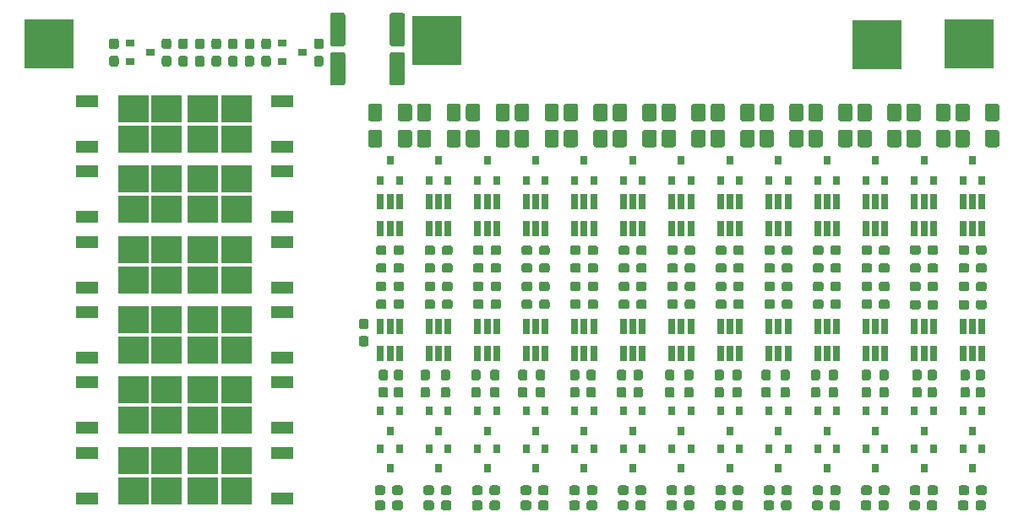
<source format=gbr>
G04 #@! TF.GenerationSoftware,KiCad,Pcbnew,(5.1.5)-3*
G04 #@! TF.CreationDate,2020-03-16T20:43:13+08:00*
G04 #@! TF.ProjectId,sd04,73643034-2e6b-4696-9361-645f70636258,v0.2*
G04 #@! TF.SameCoordinates,PX3e41030PY7464a18*
G04 #@! TF.FileFunction,Paste,Top*
G04 #@! TF.FilePolarity,Positive*
%FSLAX46Y46*%
G04 Gerber Fmt 4.6, Leading zero omitted, Abs format (unit mm)*
G04 Created by KiCad (PCBNEW (5.1.5)-3) date 2020-03-16 20:43:13*
%MOMM*%
%LPD*%
G04 APERTURE LIST*
%ADD10C,0.100000*%
%ADD11R,0.800000X0.900000*%
%ADD12R,0.650000X1.560000*%
%ADD13R,5.000000X5.000000*%
%ADD14R,2.200000X1.200000*%
%ADD15R,3.050000X2.750000*%
%ADD16R,0.900000X0.800000*%
G04 APERTURE END LIST*
D10*
G36*
X22339079Y45926356D02*
G01*
X22362134Y45922937D01*
X22384743Y45917273D01*
X22406687Y45909421D01*
X22427757Y45899456D01*
X22447748Y45887474D01*
X22466468Y45873590D01*
X22483738Y45857938D01*
X22499390Y45840668D01*
X22513274Y45821948D01*
X22525256Y45801957D01*
X22535221Y45780887D01*
X22543073Y45758943D01*
X22548737Y45736334D01*
X22552156Y45713279D01*
X22553300Y45690000D01*
X22553300Y45115000D01*
X22552156Y45091721D01*
X22548737Y45068666D01*
X22543073Y45046057D01*
X22535221Y45024113D01*
X22525256Y45003043D01*
X22513274Y44983052D01*
X22499390Y44964332D01*
X22483738Y44947062D01*
X22466468Y44931410D01*
X22447748Y44917526D01*
X22427757Y44905544D01*
X22406687Y44895579D01*
X22384743Y44887727D01*
X22362134Y44882063D01*
X22339079Y44878644D01*
X22315800Y44877500D01*
X21840800Y44877500D01*
X21817521Y44878644D01*
X21794466Y44882063D01*
X21771857Y44887727D01*
X21749913Y44895579D01*
X21728843Y44905544D01*
X21708852Y44917526D01*
X21690132Y44931410D01*
X21672862Y44947062D01*
X21657210Y44964332D01*
X21643326Y44983052D01*
X21631344Y45003043D01*
X21621379Y45024113D01*
X21613527Y45046057D01*
X21607863Y45068666D01*
X21604444Y45091721D01*
X21603300Y45115000D01*
X21603300Y45690000D01*
X21604444Y45713279D01*
X21607863Y45736334D01*
X21613527Y45758943D01*
X21621379Y45780887D01*
X21631344Y45801957D01*
X21643326Y45821948D01*
X21657210Y45840668D01*
X21672862Y45857938D01*
X21690132Y45873590D01*
X21708852Y45887474D01*
X21728843Y45899456D01*
X21749913Y45909421D01*
X21771857Y45917273D01*
X21794466Y45922937D01*
X21817521Y45926356D01*
X21840800Y45927500D01*
X22315800Y45927500D01*
X22339079Y45926356D01*
G37*
G36*
X22339079Y47676356D02*
G01*
X22362134Y47672937D01*
X22384743Y47667273D01*
X22406687Y47659421D01*
X22427757Y47649456D01*
X22447748Y47637474D01*
X22466468Y47623590D01*
X22483738Y47607938D01*
X22499390Y47590668D01*
X22513274Y47571948D01*
X22525256Y47551957D01*
X22535221Y47530887D01*
X22543073Y47508943D01*
X22548737Y47486334D01*
X22552156Y47463279D01*
X22553300Y47440000D01*
X22553300Y46865000D01*
X22552156Y46841721D01*
X22548737Y46818666D01*
X22543073Y46796057D01*
X22535221Y46774113D01*
X22525256Y46753043D01*
X22513274Y46733052D01*
X22499390Y46714332D01*
X22483738Y46697062D01*
X22466468Y46681410D01*
X22447748Y46667526D01*
X22427757Y46655544D01*
X22406687Y46645579D01*
X22384743Y46637727D01*
X22362134Y46632063D01*
X22339079Y46628644D01*
X22315800Y46627500D01*
X21840800Y46627500D01*
X21817521Y46628644D01*
X21794466Y46632063D01*
X21771857Y46637727D01*
X21749913Y46645579D01*
X21728843Y46655544D01*
X21708852Y46667526D01*
X21690132Y46681410D01*
X21672862Y46697062D01*
X21657210Y46714332D01*
X21643326Y46733052D01*
X21631344Y46753043D01*
X21621379Y46774113D01*
X21613527Y46796057D01*
X21607863Y46818666D01*
X21604444Y46841721D01*
X21603300Y46865000D01*
X21603300Y47440000D01*
X21604444Y47463279D01*
X21607863Y47486334D01*
X21613527Y47508943D01*
X21621379Y47530887D01*
X21631344Y47551957D01*
X21643326Y47571948D01*
X21657210Y47590668D01*
X21672862Y47607938D01*
X21690132Y47623590D01*
X21708852Y47637474D01*
X21728843Y47649456D01*
X21749913Y47659421D01*
X21771857Y47667273D01*
X21794466Y47672937D01*
X21817521Y47676356D01*
X21840800Y47677500D01*
X22315800Y47677500D01*
X22339079Y47676356D01*
G37*
D11*
X37819000Y35448232D03*
X38769000Y33448232D03*
X36869000Y33448232D03*
D12*
X91337201Y31322848D03*
X90387201Y31322848D03*
X92287201Y31322848D03*
X92287201Y28622848D03*
X91337201Y28622848D03*
X90387201Y28622848D03*
D10*
G36*
X33109505Y50251296D02*
G01*
X33133773Y50247696D01*
X33157572Y50241735D01*
X33180671Y50233470D01*
X33202850Y50222980D01*
X33223893Y50210368D01*
X33243599Y50195753D01*
X33261777Y50179277D01*
X33278253Y50161099D01*
X33292868Y50141393D01*
X33305480Y50120350D01*
X33315970Y50098171D01*
X33324235Y50075072D01*
X33330196Y50051273D01*
X33333796Y50027005D01*
X33335000Y50002501D01*
X33335000Y47152499D01*
X33333796Y47127995D01*
X33330196Y47103727D01*
X33324235Y47079928D01*
X33315970Y47056829D01*
X33305480Y47034650D01*
X33292868Y47013607D01*
X33278253Y46993901D01*
X33261777Y46975723D01*
X33243599Y46959247D01*
X33223893Y46944632D01*
X33202850Y46932020D01*
X33180671Y46921530D01*
X33157572Y46913265D01*
X33133773Y46907304D01*
X33109505Y46903704D01*
X33085001Y46902500D01*
X32059999Y46902500D01*
X32035495Y46903704D01*
X32011227Y46907304D01*
X31987428Y46913265D01*
X31964329Y46921530D01*
X31942150Y46932020D01*
X31921107Y46944632D01*
X31901401Y46959247D01*
X31883223Y46975723D01*
X31866747Y46993901D01*
X31852132Y47013607D01*
X31839520Y47034650D01*
X31829030Y47056829D01*
X31820765Y47079928D01*
X31814804Y47103727D01*
X31811204Y47127995D01*
X31810000Y47152499D01*
X31810000Y50002501D01*
X31811204Y50027005D01*
X31814804Y50051273D01*
X31820765Y50075072D01*
X31829030Y50098171D01*
X31839520Y50120350D01*
X31852132Y50141393D01*
X31866747Y50161099D01*
X31883223Y50179277D01*
X31901401Y50195753D01*
X31921107Y50210368D01*
X31942150Y50222980D01*
X31964329Y50233470D01*
X31987428Y50241735D01*
X32011227Y50247696D01*
X32035495Y50251296D01*
X32059999Y50252500D01*
X33085001Y50252500D01*
X33109505Y50251296D01*
G37*
G36*
X39084505Y50251296D02*
G01*
X39108773Y50247696D01*
X39132572Y50241735D01*
X39155671Y50233470D01*
X39177850Y50222980D01*
X39198893Y50210368D01*
X39218599Y50195753D01*
X39236777Y50179277D01*
X39253253Y50161099D01*
X39267868Y50141393D01*
X39280480Y50120350D01*
X39290970Y50098171D01*
X39299235Y50075072D01*
X39305196Y50051273D01*
X39308796Y50027005D01*
X39310000Y50002501D01*
X39310000Y47152499D01*
X39308796Y47127995D01*
X39305196Y47103727D01*
X39299235Y47079928D01*
X39290970Y47056829D01*
X39280480Y47034650D01*
X39267868Y47013607D01*
X39253253Y46993901D01*
X39236777Y46975723D01*
X39218599Y46959247D01*
X39198893Y46944632D01*
X39177850Y46932020D01*
X39155671Y46921530D01*
X39132572Y46913265D01*
X39108773Y46907304D01*
X39084505Y46903704D01*
X39060001Y46902500D01*
X38034999Y46902500D01*
X38010495Y46903704D01*
X37986227Y46907304D01*
X37962428Y46913265D01*
X37939329Y46921530D01*
X37917150Y46932020D01*
X37896107Y46944632D01*
X37876401Y46959247D01*
X37858223Y46975723D01*
X37841747Y46993901D01*
X37827132Y47013607D01*
X37814520Y47034650D01*
X37804030Y47056829D01*
X37795765Y47079928D01*
X37789804Y47103727D01*
X37786204Y47127995D01*
X37785000Y47152499D01*
X37785000Y50002501D01*
X37786204Y50027005D01*
X37789804Y50051273D01*
X37795765Y50075072D01*
X37804030Y50098171D01*
X37814520Y50120350D01*
X37827132Y50141393D01*
X37841747Y50161099D01*
X37858223Y50179277D01*
X37876401Y50195753D01*
X37896107Y50210368D01*
X37917150Y50222980D01*
X37939329Y50233470D01*
X37962428Y50241735D01*
X37986227Y50247696D01*
X38010495Y50251296D01*
X38034999Y50252500D01*
X39060001Y50252500D01*
X39084505Y50251296D01*
G37*
D13*
X95885000Y47117000D03*
X86614000Y47053500D03*
D14*
X27040500Y29773800D03*
X27040500Y34333800D03*
D15*
X19065500Y33578800D03*
X22415500Y30528800D03*
X19065500Y30528800D03*
X22415500Y33578800D03*
D14*
X7484000Y27273000D03*
X7484000Y22713000D03*
D15*
X15459000Y23468000D03*
X12109000Y26518000D03*
X15459000Y26518000D03*
X12109000Y23468000D03*
D14*
X7484000Y34334000D03*
X7484000Y29774000D03*
D15*
X15459000Y30529000D03*
X12109000Y33579000D03*
X15459000Y33579000D03*
X12109000Y30529000D03*
D14*
X7484000Y20212000D03*
X7484000Y15652000D03*
D15*
X15459000Y16407000D03*
X12109000Y19457000D03*
X15459000Y19457000D03*
X12109000Y16407000D03*
D14*
X7484000Y13151000D03*
X7484000Y8591000D03*
D15*
X15459000Y9346000D03*
X12109000Y12396000D03*
X15459000Y12396000D03*
X12109000Y9346000D03*
D14*
X27040500Y36835000D03*
X27040500Y41395000D03*
D15*
X19065500Y40640000D03*
X22415500Y37590000D03*
X19065500Y37590000D03*
X22415500Y40640000D03*
D14*
X27040500Y1529000D03*
X27040500Y6089000D03*
D15*
X19065500Y5334000D03*
X22415500Y2284000D03*
X19065500Y2284000D03*
X22415500Y5334000D03*
D14*
X27040500Y8590200D03*
X27040500Y13150200D03*
D15*
X19065500Y12395200D03*
X22415500Y9345200D03*
X19065500Y9345200D03*
X22415500Y12395200D03*
D14*
X27040500Y15651400D03*
X27040500Y20211400D03*
D15*
X19065500Y19456400D03*
X22415500Y16406400D03*
X19065500Y16406400D03*
X22415500Y19456400D03*
D14*
X7484000Y6090000D03*
X7484000Y1530000D03*
D15*
X15459000Y2285000D03*
X12109000Y5335000D03*
X15459000Y5335000D03*
X12109000Y2285000D03*
D14*
X27040500Y22712600D03*
X27040500Y27272600D03*
D15*
X19065500Y26517600D03*
X22415500Y23467600D03*
X19065500Y23467600D03*
X22415500Y26517600D03*
D14*
X7484000Y41395000D03*
X7484000Y36835000D03*
D15*
X15459000Y37590000D03*
X12109000Y40640000D03*
X15459000Y40640000D03*
X12109000Y37590000D03*
D13*
X3683000Y47117000D03*
X42481500Y47498000D03*
D10*
G36*
X98648500Y41132796D02*
G01*
X98672769Y41129196D01*
X98696567Y41123235D01*
X98719667Y41114970D01*
X98741845Y41104480D01*
X98762889Y41091867D01*
X98782594Y41077253D01*
X98800773Y41060777D01*
X98817249Y41042598D01*
X98831863Y41022893D01*
X98844476Y41001849D01*
X98854966Y40979671D01*
X98863231Y40956571D01*
X98869192Y40932773D01*
X98872792Y40908504D01*
X98873996Y40884000D01*
X98873996Y39634000D01*
X98872792Y39609496D01*
X98869192Y39585227D01*
X98863231Y39561429D01*
X98854966Y39538329D01*
X98844476Y39516151D01*
X98831863Y39495107D01*
X98817249Y39475402D01*
X98800773Y39457223D01*
X98782594Y39440747D01*
X98762889Y39426133D01*
X98741845Y39413520D01*
X98719667Y39403030D01*
X98696567Y39394765D01*
X98672769Y39388804D01*
X98648500Y39385204D01*
X98623996Y39384000D01*
X97698996Y39384000D01*
X97674492Y39385204D01*
X97650223Y39388804D01*
X97626425Y39394765D01*
X97603325Y39403030D01*
X97581147Y39413520D01*
X97560103Y39426133D01*
X97540398Y39440747D01*
X97522219Y39457223D01*
X97505743Y39475402D01*
X97491129Y39495107D01*
X97478516Y39516151D01*
X97468026Y39538329D01*
X97459761Y39561429D01*
X97453800Y39585227D01*
X97450200Y39609496D01*
X97448996Y39634000D01*
X97448996Y40884000D01*
X97450200Y40908504D01*
X97453800Y40932773D01*
X97459761Y40956571D01*
X97468026Y40979671D01*
X97478516Y41001849D01*
X97491129Y41022893D01*
X97505743Y41042598D01*
X97522219Y41060777D01*
X97540398Y41077253D01*
X97560103Y41091867D01*
X97581147Y41104480D01*
X97603325Y41114970D01*
X97626425Y41123235D01*
X97650223Y41129196D01*
X97674492Y41132796D01*
X97698996Y41134000D01*
X98623996Y41134000D01*
X98648500Y41132796D01*
G37*
G36*
X95673500Y41132796D02*
G01*
X95697769Y41129196D01*
X95721567Y41123235D01*
X95744667Y41114970D01*
X95766845Y41104480D01*
X95787889Y41091867D01*
X95807594Y41077253D01*
X95825773Y41060777D01*
X95842249Y41042598D01*
X95856863Y41022893D01*
X95869476Y41001849D01*
X95879966Y40979671D01*
X95888231Y40956571D01*
X95894192Y40932773D01*
X95897792Y40908504D01*
X95898996Y40884000D01*
X95898996Y39634000D01*
X95897792Y39609496D01*
X95894192Y39585227D01*
X95888231Y39561429D01*
X95879966Y39538329D01*
X95869476Y39516151D01*
X95856863Y39495107D01*
X95842249Y39475402D01*
X95825773Y39457223D01*
X95807594Y39440747D01*
X95787889Y39426133D01*
X95766845Y39413520D01*
X95744667Y39403030D01*
X95721567Y39394765D01*
X95697769Y39388804D01*
X95673500Y39385204D01*
X95648996Y39384000D01*
X94723996Y39384000D01*
X94699492Y39385204D01*
X94675223Y39388804D01*
X94651425Y39394765D01*
X94628325Y39403030D01*
X94606147Y39413520D01*
X94585103Y39426133D01*
X94565398Y39440747D01*
X94547219Y39457223D01*
X94530743Y39475402D01*
X94516129Y39495107D01*
X94503516Y39516151D01*
X94493026Y39538329D01*
X94484761Y39561429D01*
X94478800Y39585227D01*
X94475200Y39609496D01*
X94473996Y39634000D01*
X94473996Y40884000D01*
X94475200Y40908504D01*
X94478800Y40932773D01*
X94484761Y40956571D01*
X94493026Y40979671D01*
X94503516Y41001849D01*
X94516129Y41022893D01*
X94530743Y41042598D01*
X94547219Y41060777D01*
X94565398Y41077253D01*
X94585103Y41091867D01*
X94606147Y41104480D01*
X94628325Y41114970D01*
X94651425Y41123235D01*
X94675223Y41129196D01*
X94699492Y41132796D01*
X94723996Y41134000D01*
X95648996Y41134000D01*
X95673500Y41132796D01*
G37*
G36*
X95673500Y38517412D02*
G01*
X95697769Y38513812D01*
X95721567Y38507851D01*
X95744667Y38499586D01*
X95766845Y38489096D01*
X95787889Y38476483D01*
X95807594Y38461869D01*
X95825773Y38445393D01*
X95842249Y38427214D01*
X95856863Y38407509D01*
X95869476Y38386465D01*
X95879966Y38364287D01*
X95888231Y38341187D01*
X95894192Y38317389D01*
X95897792Y38293120D01*
X95898996Y38268616D01*
X95898996Y37018616D01*
X95897792Y36994112D01*
X95894192Y36969843D01*
X95888231Y36946045D01*
X95879966Y36922945D01*
X95869476Y36900767D01*
X95856863Y36879723D01*
X95842249Y36860018D01*
X95825773Y36841839D01*
X95807594Y36825363D01*
X95787889Y36810749D01*
X95766845Y36798136D01*
X95744667Y36787646D01*
X95721567Y36779381D01*
X95697769Y36773420D01*
X95673500Y36769820D01*
X95648996Y36768616D01*
X94723996Y36768616D01*
X94699492Y36769820D01*
X94675223Y36773420D01*
X94651425Y36779381D01*
X94628325Y36787646D01*
X94606147Y36798136D01*
X94585103Y36810749D01*
X94565398Y36825363D01*
X94547219Y36841839D01*
X94530743Y36860018D01*
X94516129Y36879723D01*
X94503516Y36900767D01*
X94493026Y36922945D01*
X94484761Y36946045D01*
X94478800Y36969843D01*
X94475200Y36994112D01*
X94473996Y37018616D01*
X94473996Y38268616D01*
X94475200Y38293120D01*
X94478800Y38317389D01*
X94484761Y38341187D01*
X94493026Y38364287D01*
X94503516Y38386465D01*
X94516129Y38407509D01*
X94530743Y38427214D01*
X94547219Y38445393D01*
X94565398Y38461869D01*
X94585103Y38476483D01*
X94606147Y38489096D01*
X94628325Y38499586D01*
X94651425Y38507851D01*
X94675223Y38513812D01*
X94699492Y38517412D01*
X94723996Y38518616D01*
X95648996Y38518616D01*
X95673500Y38517412D01*
G37*
G36*
X98648500Y38517412D02*
G01*
X98672769Y38513812D01*
X98696567Y38507851D01*
X98719667Y38499586D01*
X98741845Y38489096D01*
X98762889Y38476483D01*
X98782594Y38461869D01*
X98800773Y38445393D01*
X98817249Y38427214D01*
X98831863Y38407509D01*
X98844476Y38386465D01*
X98854966Y38364287D01*
X98863231Y38341187D01*
X98869192Y38317389D01*
X98872792Y38293120D01*
X98873996Y38268616D01*
X98873996Y37018616D01*
X98872792Y36994112D01*
X98869192Y36969843D01*
X98863231Y36946045D01*
X98854966Y36922945D01*
X98844476Y36900767D01*
X98831863Y36879723D01*
X98817249Y36860018D01*
X98800773Y36841839D01*
X98782594Y36825363D01*
X98762889Y36810749D01*
X98741845Y36798136D01*
X98719667Y36787646D01*
X98696567Y36779381D01*
X98672769Y36773420D01*
X98648500Y36769820D01*
X98623996Y36768616D01*
X97698996Y36768616D01*
X97674492Y36769820D01*
X97650223Y36773420D01*
X97626425Y36779381D01*
X97603325Y36787646D01*
X97581147Y36798136D01*
X97560103Y36810749D01*
X97540398Y36825363D01*
X97522219Y36841839D01*
X97505743Y36860018D01*
X97491129Y36879723D01*
X97478516Y36900767D01*
X97468026Y36922945D01*
X97459761Y36946045D01*
X97453800Y36969843D01*
X97450200Y36994112D01*
X97448996Y37018616D01*
X97448996Y38268616D01*
X97450200Y38293120D01*
X97453800Y38317389D01*
X97459761Y38341187D01*
X97468026Y38364287D01*
X97478516Y38386465D01*
X97491129Y38407509D01*
X97505743Y38427214D01*
X97522219Y38445393D01*
X97540398Y38461869D01*
X97560103Y38476483D01*
X97581147Y38489096D01*
X97603325Y38499586D01*
X97626425Y38507851D01*
X97650223Y38513812D01*
X97674492Y38517412D01*
X97698996Y38518616D01*
X98623996Y38518616D01*
X98648500Y38517412D01*
G37*
D12*
X37819000Y31322848D03*
X36869000Y31322848D03*
X38769000Y31322848D03*
X38769000Y28622848D03*
X37819000Y28622848D03*
X36869000Y28622848D03*
X42684291Y31322848D03*
X41734291Y31322848D03*
X43634291Y31322848D03*
X43634291Y28622848D03*
X42684291Y28622848D03*
X41734291Y28622848D03*
X47549582Y31322848D03*
X46599582Y31322848D03*
X48499582Y31322848D03*
X48499582Y28622848D03*
X47549582Y28622848D03*
X46599582Y28622848D03*
D11*
X42684291Y35448232D03*
X43634291Y33448232D03*
X41734291Y33448232D03*
X47549582Y35448232D03*
X48499582Y33448232D03*
X46599582Y33448232D03*
D12*
X52414873Y31322848D03*
X51464873Y31322848D03*
X53364873Y31322848D03*
X53364873Y28622848D03*
X52414873Y28622848D03*
X51464873Y28622848D03*
X57280164Y31322848D03*
X56330164Y31322848D03*
X58230164Y31322848D03*
X58230164Y28622848D03*
X57280164Y28622848D03*
X56330164Y28622848D03*
X62145455Y31322848D03*
X61195455Y31322848D03*
X63095455Y31322848D03*
X63095455Y28622848D03*
X62145455Y28622848D03*
X61195455Y28622848D03*
X67010746Y31322848D03*
X66060746Y31322848D03*
X67960746Y31322848D03*
X67960746Y28622848D03*
X67010746Y28622848D03*
X66060746Y28622848D03*
X71876037Y31322848D03*
X70926037Y31322848D03*
X72826037Y31322848D03*
X72826037Y28622848D03*
X71876037Y28622848D03*
X70926037Y28622848D03*
X76741328Y31322848D03*
X75791328Y31322848D03*
X77691328Y31322848D03*
X77691328Y28622848D03*
X76741328Y28622848D03*
X75791328Y28622848D03*
X81606619Y31322848D03*
X80656619Y31322848D03*
X82556619Y31322848D03*
X82556619Y28622848D03*
X81606619Y28622848D03*
X80656619Y28622848D03*
X86471910Y31322848D03*
X85521910Y31322848D03*
X87421910Y31322848D03*
X87421910Y28622848D03*
X86471910Y28622848D03*
X85521910Y28622848D03*
X96202492Y31322848D03*
X95252492Y31322848D03*
X97152492Y31322848D03*
X97152492Y28622848D03*
X96202492Y28622848D03*
X95252492Y28622848D03*
D11*
X52414873Y35448232D03*
X53364873Y33448232D03*
X51464873Y33448232D03*
X57280164Y35448232D03*
X58230164Y33448232D03*
X56330164Y33448232D03*
X62145455Y35448232D03*
X63095455Y33448232D03*
X61195455Y33448232D03*
X67010746Y35448232D03*
X67960746Y33448232D03*
X66060746Y33448232D03*
X71876037Y35448232D03*
X72826037Y33448232D03*
X70926037Y33448232D03*
X76741328Y35448232D03*
X77691328Y33448232D03*
X75791328Y33448232D03*
X81606619Y35448232D03*
X82556619Y33448232D03*
X80656619Y33448232D03*
X86471910Y35448232D03*
X87421910Y33448232D03*
X85521910Y33448232D03*
X91337201Y35448232D03*
X92287201Y33448232D03*
X90387201Y33448232D03*
X96202492Y35448232D03*
X97152492Y33448232D03*
X95252492Y33448232D03*
D10*
G36*
X10420779Y45926356D02*
G01*
X10443834Y45922937D01*
X10466443Y45917273D01*
X10488387Y45909421D01*
X10509457Y45899456D01*
X10529448Y45887474D01*
X10548168Y45873590D01*
X10565438Y45857938D01*
X10581090Y45840668D01*
X10594974Y45821948D01*
X10606956Y45801957D01*
X10616921Y45780887D01*
X10624773Y45758943D01*
X10630437Y45736334D01*
X10633856Y45713279D01*
X10635000Y45690000D01*
X10635000Y45115000D01*
X10633856Y45091721D01*
X10630437Y45068666D01*
X10624773Y45046057D01*
X10616921Y45024113D01*
X10606956Y45003043D01*
X10594974Y44983052D01*
X10581090Y44964332D01*
X10565438Y44947062D01*
X10548168Y44931410D01*
X10529448Y44917526D01*
X10509457Y44905544D01*
X10488387Y44895579D01*
X10466443Y44887727D01*
X10443834Y44882063D01*
X10420779Y44878644D01*
X10397500Y44877500D01*
X9922500Y44877500D01*
X9899221Y44878644D01*
X9876166Y44882063D01*
X9853557Y44887727D01*
X9831613Y44895579D01*
X9810543Y44905544D01*
X9790552Y44917526D01*
X9771832Y44931410D01*
X9754562Y44947062D01*
X9738910Y44964332D01*
X9725026Y44983052D01*
X9713044Y45003043D01*
X9703079Y45024113D01*
X9695227Y45046057D01*
X9689563Y45068666D01*
X9686144Y45091721D01*
X9685000Y45115000D01*
X9685000Y45690000D01*
X9686144Y45713279D01*
X9689563Y45736334D01*
X9695227Y45758943D01*
X9703079Y45780887D01*
X9713044Y45801957D01*
X9725026Y45821948D01*
X9738910Y45840668D01*
X9754562Y45857938D01*
X9771832Y45873590D01*
X9790552Y45887474D01*
X9810543Y45899456D01*
X9831613Y45909421D01*
X9853557Y45917273D01*
X9876166Y45922937D01*
X9899221Y45926356D01*
X9922500Y45927500D01*
X10397500Y45927500D01*
X10420779Y45926356D01*
G37*
G36*
X10420779Y47676356D02*
G01*
X10443834Y47672937D01*
X10466443Y47667273D01*
X10488387Y47659421D01*
X10509457Y47649456D01*
X10529448Y47637474D01*
X10548168Y47623590D01*
X10565438Y47607938D01*
X10581090Y47590668D01*
X10594974Y47571948D01*
X10606956Y47551957D01*
X10616921Y47530887D01*
X10624773Y47508943D01*
X10630437Y47486334D01*
X10633856Y47463279D01*
X10635000Y47440000D01*
X10635000Y46865000D01*
X10633856Y46841721D01*
X10630437Y46818666D01*
X10624773Y46796057D01*
X10616921Y46774113D01*
X10606956Y46753043D01*
X10594974Y46733052D01*
X10581090Y46714332D01*
X10565438Y46697062D01*
X10548168Y46681410D01*
X10529448Y46667526D01*
X10509457Y46655544D01*
X10488387Y46645579D01*
X10466443Y46637727D01*
X10443834Y46632063D01*
X10420779Y46628644D01*
X10397500Y46627500D01*
X9922500Y46627500D01*
X9899221Y46628644D01*
X9876166Y46632063D01*
X9853557Y46637727D01*
X9831613Y46645579D01*
X9810543Y46655544D01*
X9790552Y46667526D01*
X9771832Y46681410D01*
X9754562Y46697062D01*
X9738910Y46714332D01*
X9725026Y46733052D01*
X9713044Y46753043D01*
X9703079Y46774113D01*
X9695227Y46796057D01*
X9689563Y46818666D01*
X9686144Y46841721D01*
X9685000Y46865000D01*
X9685000Y47440000D01*
X9686144Y47463279D01*
X9689563Y47486334D01*
X9695227Y47508943D01*
X9703079Y47530887D01*
X9713044Y47551957D01*
X9725026Y47571948D01*
X9738910Y47590668D01*
X9754562Y47607938D01*
X9771832Y47623590D01*
X9790552Y47637474D01*
X9810543Y47649456D01*
X9831613Y47659421D01*
X9853557Y47667273D01*
X9876166Y47672937D01*
X9899221Y47676356D01*
X9922500Y47677500D01*
X10397500Y47677500D01*
X10420779Y47676356D01*
G37*
G36*
X37254779Y25105936D02*
G01*
X37277834Y25102517D01*
X37300443Y25096853D01*
X37322387Y25089001D01*
X37343457Y25079036D01*
X37363448Y25067054D01*
X37382168Y25053170D01*
X37399438Y25037518D01*
X37415090Y25020248D01*
X37428974Y25001528D01*
X37440956Y24981537D01*
X37450921Y24960467D01*
X37458773Y24938523D01*
X37464437Y24915914D01*
X37467856Y24892859D01*
X37469000Y24869580D01*
X37469000Y24394580D01*
X37467856Y24371301D01*
X37464437Y24348246D01*
X37458773Y24325637D01*
X37450921Y24303693D01*
X37440956Y24282623D01*
X37428974Y24262632D01*
X37415090Y24243912D01*
X37399438Y24226642D01*
X37382168Y24210990D01*
X37363448Y24197106D01*
X37343457Y24185124D01*
X37322387Y24175159D01*
X37300443Y24167307D01*
X37277834Y24161643D01*
X37254779Y24158224D01*
X37231500Y24157080D01*
X36656500Y24157080D01*
X36633221Y24158224D01*
X36610166Y24161643D01*
X36587557Y24167307D01*
X36565613Y24175159D01*
X36544543Y24185124D01*
X36524552Y24197106D01*
X36505832Y24210990D01*
X36488562Y24226642D01*
X36472910Y24243912D01*
X36459026Y24262632D01*
X36447044Y24282623D01*
X36437079Y24303693D01*
X36429227Y24325637D01*
X36423563Y24348246D01*
X36420144Y24371301D01*
X36419000Y24394580D01*
X36419000Y24869580D01*
X36420144Y24892859D01*
X36423563Y24915914D01*
X36429227Y24938523D01*
X36437079Y24960467D01*
X36447044Y24981537D01*
X36459026Y25001528D01*
X36472910Y25020248D01*
X36488562Y25037518D01*
X36505832Y25053170D01*
X36524552Y25067054D01*
X36544543Y25079036D01*
X36565613Y25089001D01*
X36587557Y25096853D01*
X36610166Y25102517D01*
X36633221Y25105936D01*
X36656500Y25107080D01*
X37231500Y25107080D01*
X37254779Y25105936D01*
G37*
G36*
X39004779Y25105936D02*
G01*
X39027834Y25102517D01*
X39050443Y25096853D01*
X39072387Y25089001D01*
X39093457Y25079036D01*
X39113448Y25067054D01*
X39132168Y25053170D01*
X39149438Y25037518D01*
X39165090Y25020248D01*
X39178974Y25001528D01*
X39190956Y24981537D01*
X39200921Y24960467D01*
X39208773Y24938523D01*
X39214437Y24915914D01*
X39217856Y24892859D01*
X39219000Y24869580D01*
X39219000Y24394580D01*
X39217856Y24371301D01*
X39214437Y24348246D01*
X39208773Y24325637D01*
X39200921Y24303693D01*
X39190956Y24282623D01*
X39178974Y24262632D01*
X39165090Y24243912D01*
X39149438Y24226642D01*
X39132168Y24210990D01*
X39113448Y24197106D01*
X39093457Y24185124D01*
X39072387Y24175159D01*
X39050443Y24167307D01*
X39027834Y24161643D01*
X39004779Y24158224D01*
X38981500Y24157080D01*
X38406500Y24157080D01*
X38383221Y24158224D01*
X38360166Y24161643D01*
X38337557Y24167307D01*
X38315613Y24175159D01*
X38294543Y24185124D01*
X38274552Y24197106D01*
X38255832Y24210990D01*
X38238562Y24226642D01*
X38222910Y24243912D01*
X38209026Y24262632D01*
X38197044Y24282623D01*
X38187079Y24303693D01*
X38179227Y24325637D01*
X38173563Y24348246D01*
X38170144Y24371301D01*
X38169000Y24394580D01*
X38169000Y24869580D01*
X38170144Y24892859D01*
X38173563Y24915914D01*
X38179227Y24938523D01*
X38187079Y24960467D01*
X38197044Y24981537D01*
X38209026Y25001528D01*
X38222910Y25020248D01*
X38238562Y25037518D01*
X38255832Y25053170D01*
X38274552Y25067054D01*
X38294543Y25079036D01*
X38315613Y25089001D01*
X38337557Y25096853D01*
X38360166Y25102517D01*
X38383221Y25105936D01*
X38406500Y25107080D01*
X38981500Y25107080D01*
X39004779Y25105936D01*
G37*
G36*
X42120070Y25105936D02*
G01*
X42143125Y25102517D01*
X42165734Y25096853D01*
X42187678Y25089001D01*
X42208748Y25079036D01*
X42228739Y25067054D01*
X42247459Y25053170D01*
X42264729Y25037518D01*
X42280381Y25020248D01*
X42294265Y25001528D01*
X42306247Y24981537D01*
X42316212Y24960467D01*
X42324064Y24938523D01*
X42329728Y24915914D01*
X42333147Y24892859D01*
X42334291Y24869580D01*
X42334291Y24394580D01*
X42333147Y24371301D01*
X42329728Y24348246D01*
X42324064Y24325637D01*
X42316212Y24303693D01*
X42306247Y24282623D01*
X42294265Y24262632D01*
X42280381Y24243912D01*
X42264729Y24226642D01*
X42247459Y24210990D01*
X42228739Y24197106D01*
X42208748Y24185124D01*
X42187678Y24175159D01*
X42165734Y24167307D01*
X42143125Y24161643D01*
X42120070Y24158224D01*
X42096791Y24157080D01*
X41521791Y24157080D01*
X41498512Y24158224D01*
X41475457Y24161643D01*
X41452848Y24167307D01*
X41430904Y24175159D01*
X41409834Y24185124D01*
X41389843Y24197106D01*
X41371123Y24210990D01*
X41353853Y24226642D01*
X41338201Y24243912D01*
X41324317Y24262632D01*
X41312335Y24282623D01*
X41302370Y24303693D01*
X41294518Y24325637D01*
X41288854Y24348246D01*
X41285435Y24371301D01*
X41284291Y24394580D01*
X41284291Y24869580D01*
X41285435Y24892859D01*
X41288854Y24915914D01*
X41294518Y24938523D01*
X41302370Y24960467D01*
X41312335Y24981537D01*
X41324317Y25001528D01*
X41338201Y25020248D01*
X41353853Y25037518D01*
X41371123Y25053170D01*
X41389843Y25067054D01*
X41409834Y25079036D01*
X41430904Y25089001D01*
X41452848Y25096853D01*
X41475457Y25102517D01*
X41498512Y25105936D01*
X41521791Y25107080D01*
X42096791Y25107080D01*
X42120070Y25105936D01*
G37*
G36*
X43870070Y25105936D02*
G01*
X43893125Y25102517D01*
X43915734Y25096853D01*
X43937678Y25089001D01*
X43958748Y25079036D01*
X43978739Y25067054D01*
X43997459Y25053170D01*
X44014729Y25037518D01*
X44030381Y25020248D01*
X44044265Y25001528D01*
X44056247Y24981537D01*
X44066212Y24960467D01*
X44074064Y24938523D01*
X44079728Y24915914D01*
X44083147Y24892859D01*
X44084291Y24869580D01*
X44084291Y24394580D01*
X44083147Y24371301D01*
X44079728Y24348246D01*
X44074064Y24325637D01*
X44066212Y24303693D01*
X44056247Y24282623D01*
X44044265Y24262632D01*
X44030381Y24243912D01*
X44014729Y24226642D01*
X43997459Y24210990D01*
X43978739Y24197106D01*
X43958748Y24185124D01*
X43937678Y24175159D01*
X43915734Y24167307D01*
X43893125Y24161643D01*
X43870070Y24158224D01*
X43846791Y24157080D01*
X43271791Y24157080D01*
X43248512Y24158224D01*
X43225457Y24161643D01*
X43202848Y24167307D01*
X43180904Y24175159D01*
X43159834Y24185124D01*
X43139843Y24197106D01*
X43121123Y24210990D01*
X43103853Y24226642D01*
X43088201Y24243912D01*
X43074317Y24262632D01*
X43062335Y24282623D01*
X43052370Y24303693D01*
X43044518Y24325637D01*
X43038854Y24348246D01*
X43035435Y24371301D01*
X43034291Y24394580D01*
X43034291Y24869580D01*
X43035435Y24892859D01*
X43038854Y24915914D01*
X43044518Y24938523D01*
X43052370Y24960467D01*
X43062335Y24981537D01*
X43074317Y25001528D01*
X43088201Y25020248D01*
X43103853Y25037518D01*
X43121123Y25053170D01*
X43139843Y25067054D01*
X43159834Y25079036D01*
X43180904Y25089001D01*
X43202848Y25096853D01*
X43225457Y25102517D01*
X43248512Y25105936D01*
X43271791Y25107080D01*
X43846791Y25107080D01*
X43870070Y25105936D01*
G37*
G36*
X46985361Y25105936D02*
G01*
X47008416Y25102517D01*
X47031025Y25096853D01*
X47052969Y25089001D01*
X47074039Y25079036D01*
X47094030Y25067054D01*
X47112750Y25053170D01*
X47130020Y25037518D01*
X47145672Y25020248D01*
X47159556Y25001528D01*
X47171538Y24981537D01*
X47181503Y24960467D01*
X47189355Y24938523D01*
X47195019Y24915914D01*
X47198438Y24892859D01*
X47199582Y24869580D01*
X47199582Y24394580D01*
X47198438Y24371301D01*
X47195019Y24348246D01*
X47189355Y24325637D01*
X47181503Y24303693D01*
X47171538Y24282623D01*
X47159556Y24262632D01*
X47145672Y24243912D01*
X47130020Y24226642D01*
X47112750Y24210990D01*
X47094030Y24197106D01*
X47074039Y24185124D01*
X47052969Y24175159D01*
X47031025Y24167307D01*
X47008416Y24161643D01*
X46985361Y24158224D01*
X46962082Y24157080D01*
X46387082Y24157080D01*
X46363803Y24158224D01*
X46340748Y24161643D01*
X46318139Y24167307D01*
X46296195Y24175159D01*
X46275125Y24185124D01*
X46255134Y24197106D01*
X46236414Y24210990D01*
X46219144Y24226642D01*
X46203492Y24243912D01*
X46189608Y24262632D01*
X46177626Y24282623D01*
X46167661Y24303693D01*
X46159809Y24325637D01*
X46154145Y24348246D01*
X46150726Y24371301D01*
X46149582Y24394580D01*
X46149582Y24869580D01*
X46150726Y24892859D01*
X46154145Y24915914D01*
X46159809Y24938523D01*
X46167661Y24960467D01*
X46177626Y24981537D01*
X46189608Y25001528D01*
X46203492Y25020248D01*
X46219144Y25037518D01*
X46236414Y25053170D01*
X46255134Y25067054D01*
X46275125Y25079036D01*
X46296195Y25089001D01*
X46318139Y25096853D01*
X46340748Y25102517D01*
X46363803Y25105936D01*
X46387082Y25107080D01*
X46962082Y25107080D01*
X46985361Y25105936D01*
G37*
G36*
X48735361Y25105936D02*
G01*
X48758416Y25102517D01*
X48781025Y25096853D01*
X48802969Y25089001D01*
X48824039Y25079036D01*
X48844030Y25067054D01*
X48862750Y25053170D01*
X48880020Y25037518D01*
X48895672Y25020248D01*
X48909556Y25001528D01*
X48921538Y24981537D01*
X48931503Y24960467D01*
X48939355Y24938523D01*
X48945019Y24915914D01*
X48948438Y24892859D01*
X48949582Y24869580D01*
X48949582Y24394580D01*
X48948438Y24371301D01*
X48945019Y24348246D01*
X48939355Y24325637D01*
X48931503Y24303693D01*
X48921538Y24282623D01*
X48909556Y24262632D01*
X48895672Y24243912D01*
X48880020Y24226642D01*
X48862750Y24210990D01*
X48844030Y24197106D01*
X48824039Y24185124D01*
X48802969Y24175159D01*
X48781025Y24167307D01*
X48758416Y24161643D01*
X48735361Y24158224D01*
X48712082Y24157080D01*
X48137082Y24157080D01*
X48113803Y24158224D01*
X48090748Y24161643D01*
X48068139Y24167307D01*
X48046195Y24175159D01*
X48025125Y24185124D01*
X48005134Y24197106D01*
X47986414Y24210990D01*
X47969144Y24226642D01*
X47953492Y24243912D01*
X47939608Y24262632D01*
X47927626Y24282623D01*
X47917661Y24303693D01*
X47909809Y24325637D01*
X47904145Y24348246D01*
X47900726Y24371301D01*
X47899582Y24394580D01*
X47899582Y24869580D01*
X47900726Y24892859D01*
X47904145Y24915914D01*
X47909809Y24938523D01*
X47917661Y24960467D01*
X47927626Y24981537D01*
X47939608Y25001528D01*
X47953492Y25020248D01*
X47969144Y25037518D01*
X47986414Y25053170D01*
X48005134Y25067054D01*
X48025125Y25079036D01*
X48046195Y25089001D01*
X48068139Y25096853D01*
X48090748Y25102517D01*
X48113803Y25105936D01*
X48137082Y25107080D01*
X48712082Y25107080D01*
X48735361Y25105936D01*
G37*
G36*
X15686879Y47676356D02*
G01*
X15709934Y47672937D01*
X15732543Y47667273D01*
X15754487Y47659421D01*
X15775557Y47649456D01*
X15795548Y47637474D01*
X15814268Y47623590D01*
X15831538Y47607938D01*
X15847190Y47590668D01*
X15861074Y47571948D01*
X15873056Y47551957D01*
X15883021Y47530887D01*
X15890873Y47508943D01*
X15896537Y47486334D01*
X15899956Y47463279D01*
X15901100Y47440000D01*
X15901100Y46865000D01*
X15899956Y46841721D01*
X15896537Y46818666D01*
X15890873Y46796057D01*
X15883021Y46774113D01*
X15873056Y46753043D01*
X15861074Y46733052D01*
X15847190Y46714332D01*
X15831538Y46697062D01*
X15814268Y46681410D01*
X15795548Y46667526D01*
X15775557Y46655544D01*
X15754487Y46645579D01*
X15732543Y46637727D01*
X15709934Y46632063D01*
X15686879Y46628644D01*
X15663600Y46627500D01*
X15188600Y46627500D01*
X15165321Y46628644D01*
X15142266Y46632063D01*
X15119657Y46637727D01*
X15097713Y46645579D01*
X15076643Y46655544D01*
X15056652Y46667526D01*
X15037932Y46681410D01*
X15020662Y46697062D01*
X15005010Y46714332D01*
X14991126Y46733052D01*
X14979144Y46753043D01*
X14969179Y46774113D01*
X14961327Y46796057D01*
X14955663Y46818666D01*
X14952244Y46841721D01*
X14951100Y46865000D01*
X14951100Y47440000D01*
X14952244Y47463279D01*
X14955663Y47486334D01*
X14961327Y47508943D01*
X14969179Y47530887D01*
X14979144Y47551957D01*
X14991126Y47571948D01*
X15005010Y47590668D01*
X15020662Y47607938D01*
X15037932Y47623590D01*
X15056652Y47637474D01*
X15076643Y47649456D01*
X15097713Y47659421D01*
X15119657Y47667273D01*
X15142266Y47672937D01*
X15165321Y47676356D01*
X15188600Y47677500D01*
X15663600Y47677500D01*
X15686879Y47676356D01*
G37*
G36*
X15686879Y45926356D02*
G01*
X15709934Y45922937D01*
X15732543Y45917273D01*
X15754487Y45909421D01*
X15775557Y45899456D01*
X15795548Y45887474D01*
X15814268Y45873590D01*
X15831538Y45857938D01*
X15847190Y45840668D01*
X15861074Y45821948D01*
X15873056Y45801957D01*
X15883021Y45780887D01*
X15890873Y45758943D01*
X15896537Y45736334D01*
X15899956Y45713279D01*
X15901100Y45690000D01*
X15901100Y45115000D01*
X15899956Y45091721D01*
X15896537Y45068666D01*
X15890873Y45046057D01*
X15883021Y45024113D01*
X15873056Y45003043D01*
X15861074Y44983052D01*
X15847190Y44964332D01*
X15831538Y44947062D01*
X15814268Y44931410D01*
X15795548Y44917526D01*
X15775557Y44905544D01*
X15754487Y44895579D01*
X15732543Y44887727D01*
X15709934Y44882063D01*
X15686879Y44878644D01*
X15663600Y44877500D01*
X15188600Y44877500D01*
X15165321Y44878644D01*
X15142266Y44882063D01*
X15119657Y44887727D01*
X15097713Y44895579D01*
X15076643Y44905544D01*
X15056652Y44917526D01*
X15037932Y44931410D01*
X15020662Y44947062D01*
X15005010Y44964332D01*
X14991126Y44983052D01*
X14979144Y45003043D01*
X14969179Y45024113D01*
X14961327Y45046057D01*
X14955663Y45068666D01*
X14952244Y45091721D01*
X14951100Y45115000D01*
X14951100Y45690000D01*
X14952244Y45713279D01*
X14955663Y45736334D01*
X14961327Y45758943D01*
X14969179Y45780887D01*
X14979144Y45801957D01*
X14991126Y45821948D01*
X15005010Y45840668D01*
X15020662Y45857938D01*
X15037932Y45873590D01*
X15056652Y45887474D01*
X15076643Y45899456D01*
X15097713Y45909421D01*
X15119657Y45917273D01*
X15142266Y45922937D01*
X15165321Y45926356D01*
X15188600Y45927500D01*
X15663600Y45927500D01*
X15686879Y45926356D01*
G37*
G36*
X20676029Y45926356D02*
G01*
X20699084Y45922937D01*
X20721693Y45917273D01*
X20743637Y45909421D01*
X20764707Y45899456D01*
X20784698Y45887474D01*
X20803418Y45873590D01*
X20820688Y45857938D01*
X20836340Y45840668D01*
X20850224Y45821948D01*
X20862206Y45801957D01*
X20872171Y45780887D01*
X20880023Y45758943D01*
X20885687Y45736334D01*
X20889106Y45713279D01*
X20890250Y45690000D01*
X20890250Y45115000D01*
X20889106Y45091721D01*
X20885687Y45068666D01*
X20880023Y45046057D01*
X20872171Y45024113D01*
X20862206Y45003043D01*
X20850224Y44983052D01*
X20836340Y44964332D01*
X20820688Y44947062D01*
X20803418Y44931410D01*
X20784698Y44917526D01*
X20764707Y44905544D01*
X20743637Y44895579D01*
X20721693Y44887727D01*
X20699084Y44882063D01*
X20676029Y44878644D01*
X20652750Y44877500D01*
X20177750Y44877500D01*
X20154471Y44878644D01*
X20131416Y44882063D01*
X20108807Y44887727D01*
X20086863Y44895579D01*
X20065793Y44905544D01*
X20045802Y44917526D01*
X20027082Y44931410D01*
X20009812Y44947062D01*
X19994160Y44964332D01*
X19980276Y44983052D01*
X19968294Y45003043D01*
X19958329Y45024113D01*
X19950477Y45046057D01*
X19944813Y45068666D01*
X19941394Y45091721D01*
X19940250Y45115000D01*
X19940250Y45690000D01*
X19941394Y45713279D01*
X19944813Y45736334D01*
X19950477Y45758943D01*
X19958329Y45780887D01*
X19968294Y45801957D01*
X19980276Y45821948D01*
X19994160Y45840668D01*
X20009812Y45857938D01*
X20027082Y45873590D01*
X20045802Y45887474D01*
X20065793Y45899456D01*
X20086863Y45909421D01*
X20108807Y45917273D01*
X20131416Y45922937D01*
X20154471Y45926356D01*
X20177750Y45927500D01*
X20652750Y45927500D01*
X20676029Y45926356D01*
G37*
G36*
X20676029Y47676356D02*
G01*
X20699084Y47672937D01*
X20721693Y47667273D01*
X20743637Y47659421D01*
X20764707Y47649456D01*
X20784698Y47637474D01*
X20803418Y47623590D01*
X20820688Y47607938D01*
X20836340Y47590668D01*
X20850224Y47571948D01*
X20862206Y47551957D01*
X20872171Y47530887D01*
X20880023Y47508943D01*
X20885687Y47486334D01*
X20889106Y47463279D01*
X20890250Y47440000D01*
X20890250Y46865000D01*
X20889106Y46841721D01*
X20885687Y46818666D01*
X20880023Y46796057D01*
X20872171Y46774113D01*
X20862206Y46753043D01*
X20850224Y46733052D01*
X20836340Y46714332D01*
X20820688Y46697062D01*
X20803418Y46681410D01*
X20784698Y46667526D01*
X20764707Y46655544D01*
X20743637Y46645579D01*
X20721693Y46637727D01*
X20699084Y46632063D01*
X20676029Y46628644D01*
X20652750Y46627500D01*
X20177750Y46627500D01*
X20154471Y46628644D01*
X20131416Y46632063D01*
X20108807Y46637727D01*
X20086863Y46645579D01*
X20065793Y46655544D01*
X20045802Y46667526D01*
X20027082Y46681410D01*
X20009812Y46697062D01*
X19994160Y46714332D01*
X19980276Y46733052D01*
X19968294Y46753043D01*
X19958329Y46774113D01*
X19950477Y46796057D01*
X19944813Y46818666D01*
X19941394Y46841721D01*
X19940250Y46865000D01*
X19940250Y47440000D01*
X19941394Y47463279D01*
X19944813Y47486334D01*
X19950477Y47508943D01*
X19958329Y47530887D01*
X19968294Y47551957D01*
X19980276Y47571948D01*
X19994160Y47590668D01*
X20009812Y47607938D01*
X20027082Y47623590D01*
X20045802Y47637474D01*
X20065793Y47649456D01*
X20086863Y47659421D01*
X20108807Y47667273D01*
X20131416Y47672937D01*
X20154471Y47676356D01*
X20177750Y47677500D01*
X20652750Y47677500D01*
X20676029Y47676356D01*
G37*
G36*
X17349929Y45926356D02*
G01*
X17372984Y45922937D01*
X17395593Y45917273D01*
X17417537Y45909421D01*
X17438607Y45899456D01*
X17458598Y45887474D01*
X17477318Y45873590D01*
X17494588Y45857938D01*
X17510240Y45840668D01*
X17524124Y45821948D01*
X17536106Y45801957D01*
X17546071Y45780887D01*
X17553923Y45758943D01*
X17559587Y45736334D01*
X17563006Y45713279D01*
X17564150Y45690000D01*
X17564150Y45115000D01*
X17563006Y45091721D01*
X17559587Y45068666D01*
X17553923Y45046057D01*
X17546071Y45024113D01*
X17536106Y45003043D01*
X17524124Y44983052D01*
X17510240Y44964332D01*
X17494588Y44947062D01*
X17477318Y44931410D01*
X17458598Y44917526D01*
X17438607Y44905544D01*
X17417537Y44895579D01*
X17395593Y44887727D01*
X17372984Y44882063D01*
X17349929Y44878644D01*
X17326650Y44877500D01*
X16851650Y44877500D01*
X16828371Y44878644D01*
X16805316Y44882063D01*
X16782707Y44887727D01*
X16760763Y44895579D01*
X16739693Y44905544D01*
X16719702Y44917526D01*
X16700982Y44931410D01*
X16683712Y44947062D01*
X16668060Y44964332D01*
X16654176Y44983052D01*
X16642194Y45003043D01*
X16632229Y45024113D01*
X16624377Y45046057D01*
X16618713Y45068666D01*
X16615294Y45091721D01*
X16614150Y45115000D01*
X16614150Y45690000D01*
X16615294Y45713279D01*
X16618713Y45736334D01*
X16624377Y45758943D01*
X16632229Y45780887D01*
X16642194Y45801957D01*
X16654176Y45821948D01*
X16668060Y45840668D01*
X16683712Y45857938D01*
X16700982Y45873590D01*
X16719702Y45887474D01*
X16739693Y45899456D01*
X16760763Y45909421D01*
X16782707Y45917273D01*
X16805316Y45922937D01*
X16828371Y45926356D01*
X16851650Y45927500D01*
X17326650Y45927500D01*
X17349929Y45926356D01*
G37*
G36*
X17349929Y47676356D02*
G01*
X17372984Y47672937D01*
X17395593Y47667273D01*
X17417537Y47659421D01*
X17438607Y47649456D01*
X17458598Y47637474D01*
X17477318Y47623590D01*
X17494588Y47607938D01*
X17510240Y47590668D01*
X17524124Y47571948D01*
X17536106Y47551957D01*
X17546071Y47530887D01*
X17553923Y47508943D01*
X17559587Y47486334D01*
X17563006Y47463279D01*
X17564150Y47440000D01*
X17564150Y46865000D01*
X17563006Y46841721D01*
X17559587Y46818666D01*
X17553923Y46796057D01*
X17546071Y46774113D01*
X17536106Y46753043D01*
X17524124Y46733052D01*
X17510240Y46714332D01*
X17494588Y46697062D01*
X17477318Y46681410D01*
X17458598Y46667526D01*
X17438607Y46655544D01*
X17417537Y46645579D01*
X17395593Y46637727D01*
X17372984Y46632063D01*
X17349929Y46628644D01*
X17326650Y46627500D01*
X16851650Y46627500D01*
X16828371Y46628644D01*
X16805316Y46632063D01*
X16782707Y46637727D01*
X16760763Y46645579D01*
X16739693Y46655544D01*
X16719702Y46667526D01*
X16700982Y46681410D01*
X16683712Y46697062D01*
X16668060Y46714332D01*
X16654176Y46733052D01*
X16642194Y46753043D01*
X16632229Y46774113D01*
X16624377Y46796057D01*
X16618713Y46818666D01*
X16615294Y46841721D01*
X16614150Y46865000D01*
X16614150Y47440000D01*
X16615294Y47463279D01*
X16618713Y47486334D01*
X16624377Y47508943D01*
X16632229Y47530887D01*
X16642194Y47551957D01*
X16654176Y47571948D01*
X16668060Y47590668D01*
X16683712Y47607938D01*
X16700982Y47623590D01*
X16719702Y47637474D01*
X16739693Y47649456D01*
X16760763Y47659421D01*
X16782707Y47667273D01*
X16805316Y47672937D01*
X16828371Y47676356D01*
X16851650Y47677500D01*
X17326650Y47677500D01*
X17349929Y47676356D01*
G37*
G36*
X19012979Y47676356D02*
G01*
X19036034Y47672937D01*
X19058643Y47667273D01*
X19080587Y47659421D01*
X19101657Y47649456D01*
X19121648Y47637474D01*
X19140368Y47623590D01*
X19157638Y47607938D01*
X19173290Y47590668D01*
X19187174Y47571948D01*
X19199156Y47551957D01*
X19209121Y47530887D01*
X19216973Y47508943D01*
X19222637Y47486334D01*
X19226056Y47463279D01*
X19227200Y47440000D01*
X19227200Y46865000D01*
X19226056Y46841721D01*
X19222637Y46818666D01*
X19216973Y46796057D01*
X19209121Y46774113D01*
X19199156Y46753043D01*
X19187174Y46733052D01*
X19173290Y46714332D01*
X19157638Y46697062D01*
X19140368Y46681410D01*
X19121648Y46667526D01*
X19101657Y46655544D01*
X19080587Y46645579D01*
X19058643Y46637727D01*
X19036034Y46632063D01*
X19012979Y46628644D01*
X18989700Y46627500D01*
X18514700Y46627500D01*
X18491421Y46628644D01*
X18468366Y46632063D01*
X18445757Y46637727D01*
X18423813Y46645579D01*
X18402743Y46655544D01*
X18382752Y46667526D01*
X18364032Y46681410D01*
X18346762Y46697062D01*
X18331110Y46714332D01*
X18317226Y46733052D01*
X18305244Y46753043D01*
X18295279Y46774113D01*
X18287427Y46796057D01*
X18281763Y46818666D01*
X18278344Y46841721D01*
X18277200Y46865000D01*
X18277200Y47440000D01*
X18278344Y47463279D01*
X18281763Y47486334D01*
X18287427Y47508943D01*
X18295279Y47530887D01*
X18305244Y47551957D01*
X18317226Y47571948D01*
X18331110Y47590668D01*
X18346762Y47607938D01*
X18364032Y47623590D01*
X18382752Y47637474D01*
X18402743Y47649456D01*
X18423813Y47659421D01*
X18445757Y47667273D01*
X18468366Y47672937D01*
X18491421Y47676356D01*
X18514700Y47677500D01*
X18989700Y47677500D01*
X19012979Y47676356D01*
G37*
G36*
X19012979Y45926356D02*
G01*
X19036034Y45922937D01*
X19058643Y45917273D01*
X19080587Y45909421D01*
X19101657Y45899456D01*
X19121648Y45887474D01*
X19140368Y45873590D01*
X19157638Y45857938D01*
X19173290Y45840668D01*
X19187174Y45821948D01*
X19199156Y45801957D01*
X19209121Y45780887D01*
X19216973Y45758943D01*
X19222637Y45736334D01*
X19226056Y45713279D01*
X19227200Y45690000D01*
X19227200Y45115000D01*
X19226056Y45091721D01*
X19222637Y45068666D01*
X19216973Y45046057D01*
X19209121Y45024113D01*
X19199156Y45003043D01*
X19187174Y44983052D01*
X19173290Y44964332D01*
X19157638Y44947062D01*
X19140368Y44931410D01*
X19121648Y44917526D01*
X19101657Y44905544D01*
X19080587Y44895579D01*
X19058643Y44887727D01*
X19036034Y44882063D01*
X19012979Y44878644D01*
X18989700Y44877500D01*
X18514700Y44877500D01*
X18491421Y44878644D01*
X18468366Y44882063D01*
X18445757Y44887727D01*
X18423813Y44895579D01*
X18402743Y44905544D01*
X18382752Y44917526D01*
X18364032Y44931410D01*
X18346762Y44947062D01*
X18331110Y44964332D01*
X18317226Y44983052D01*
X18305244Y45003043D01*
X18295279Y45024113D01*
X18287427Y45046057D01*
X18281763Y45068666D01*
X18278344Y45091721D01*
X18277200Y45115000D01*
X18277200Y45690000D01*
X18278344Y45713279D01*
X18281763Y45736334D01*
X18287427Y45758943D01*
X18295279Y45780887D01*
X18305244Y45801957D01*
X18317226Y45821948D01*
X18331110Y45840668D01*
X18346762Y45857938D01*
X18364032Y45873590D01*
X18382752Y45887474D01*
X18402743Y45899456D01*
X18423813Y45909421D01*
X18445757Y45917273D01*
X18468366Y45922937D01*
X18491421Y45926356D01*
X18514700Y45927500D01*
X18989700Y45927500D01*
X19012979Y45926356D01*
G37*
G36*
X33109505Y46314296D02*
G01*
X33133773Y46310696D01*
X33157572Y46304735D01*
X33180671Y46296470D01*
X33202850Y46285980D01*
X33223893Y46273368D01*
X33243599Y46258753D01*
X33261777Y46242277D01*
X33278253Y46224099D01*
X33292868Y46204393D01*
X33305480Y46183350D01*
X33315970Y46161171D01*
X33324235Y46138072D01*
X33330196Y46114273D01*
X33333796Y46090005D01*
X33335000Y46065501D01*
X33335000Y43215499D01*
X33333796Y43190995D01*
X33330196Y43166727D01*
X33324235Y43142928D01*
X33315970Y43119829D01*
X33305480Y43097650D01*
X33292868Y43076607D01*
X33278253Y43056901D01*
X33261777Y43038723D01*
X33243599Y43022247D01*
X33223893Y43007632D01*
X33202850Y42995020D01*
X33180671Y42984530D01*
X33157572Y42976265D01*
X33133773Y42970304D01*
X33109505Y42966704D01*
X33085001Y42965500D01*
X32059999Y42965500D01*
X32035495Y42966704D01*
X32011227Y42970304D01*
X31987428Y42976265D01*
X31964329Y42984530D01*
X31942150Y42995020D01*
X31921107Y43007632D01*
X31901401Y43022247D01*
X31883223Y43038723D01*
X31866747Y43056901D01*
X31852132Y43076607D01*
X31839520Y43097650D01*
X31829030Y43119829D01*
X31820765Y43142928D01*
X31814804Y43166727D01*
X31811204Y43190995D01*
X31810000Y43215499D01*
X31810000Y46065501D01*
X31811204Y46090005D01*
X31814804Y46114273D01*
X31820765Y46138072D01*
X31829030Y46161171D01*
X31839520Y46183350D01*
X31852132Y46204393D01*
X31866747Y46224099D01*
X31883223Y46242277D01*
X31901401Y46258753D01*
X31921107Y46273368D01*
X31942150Y46285980D01*
X31964329Y46296470D01*
X31987428Y46304735D01*
X32011227Y46310696D01*
X32035495Y46314296D01*
X32059999Y46315500D01*
X33085001Y46315500D01*
X33109505Y46314296D01*
G37*
G36*
X39084505Y46314296D02*
G01*
X39108773Y46310696D01*
X39132572Y46304735D01*
X39155671Y46296470D01*
X39177850Y46285980D01*
X39198893Y46273368D01*
X39218599Y46258753D01*
X39236777Y46242277D01*
X39253253Y46224099D01*
X39267868Y46204393D01*
X39280480Y46183350D01*
X39290970Y46161171D01*
X39299235Y46138072D01*
X39305196Y46114273D01*
X39308796Y46090005D01*
X39310000Y46065501D01*
X39310000Y43215499D01*
X39308796Y43190995D01*
X39305196Y43166727D01*
X39299235Y43142928D01*
X39290970Y43119829D01*
X39280480Y43097650D01*
X39267868Y43076607D01*
X39253253Y43056901D01*
X39236777Y43038723D01*
X39218599Y43022247D01*
X39198893Y43007632D01*
X39177850Y42995020D01*
X39155671Y42984530D01*
X39132572Y42976265D01*
X39108773Y42970304D01*
X39084505Y42966704D01*
X39060001Y42965500D01*
X38034999Y42965500D01*
X38010495Y42966704D01*
X37986227Y42970304D01*
X37962428Y42976265D01*
X37939329Y42984530D01*
X37917150Y42995020D01*
X37896107Y43007632D01*
X37876401Y43022247D01*
X37858223Y43038723D01*
X37841747Y43056901D01*
X37827132Y43076607D01*
X37814520Y43097650D01*
X37804030Y43119829D01*
X37795765Y43142928D01*
X37789804Y43166727D01*
X37786204Y43190995D01*
X37785000Y43215499D01*
X37785000Y46065501D01*
X37786204Y46090005D01*
X37789804Y46114273D01*
X37795765Y46138072D01*
X37804030Y46161171D01*
X37814520Y46183350D01*
X37827132Y46204393D01*
X37841747Y46224099D01*
X37858223Y46242277D01*
X37876401Y46258753D01*
X37896107Y46273368D01*
X37917150Y46285980D01*
X37939329Y46296470D01*
X37962428Y46304735D01*
X37986227Y46310696D01*
X38010495Y46314296D01*
X38034999Y46315500D01*
X39060001Y46315500D01*
X39084505Y46314296D01*
G37*
G36*
X37254779Y23270552D02*
G01*
X37277834Y23267133D01*
X37300443Y23261469D01*
X37322387Y23253617D01*
X37343457Y23243652D01*
X37363448Y23231670D01*
X37382168Y23217786D01*
X37399438Y23202134D01*
X37415090Y23184864D01*
X37428974Y23166144D01*
X37440956Y23146153D01*
X37450921Y23125083D01*
X37458773Y23103139D01*
X37464437Y23080530D01*
X37467856Y23057475D01*
X37469000Y23034196D01*
X37469000Y22559196D01*
X37467856Y22535917D01*
X37464437Y22512862D01*
X37458773Y22490253D01*
X37450921Y22468309D01*
X37440956Y22447239D01*
X37428974Y22427248D01*
X37415090Y22408528D01*
X37399438Y22391258D01*
X37382168Y22375606D01*
X37363448Y22361722D01*
X37343457Y22349740D01*
X37322387Y22339775D01*
X37300443Y22331923D01*
X37277834Y22326259D01*
X37254779Y22322840D01*
X37231500Y22321696D01*
X36656500Y22321696D01*
X36633221Y22322840D01*
X36610166Y22326259D01*
X36587557Y22331923D01*
X36565613Y22339775D01*
X36544543Y22349740D01*
X36524552Y22361722D01*
X36505832Y22375606D01*
X36488562Y22391258D01*
X36472910Y22408528D01*
X36459026Y22427248D01*
X36447044Y22447239D01*
X36437079Y22468309D01*
X36429227Y22490253D01*
X36423563Y22512862D01*
X36420144Y22535917D01*
X36419000Y22559196D01*
X36419000Y23034196D01*
X36420144Y23057475D01*
X36423563Y23080530D01*
X36429227Y23103139D01*
X36437079Y23125083D01*
X36447044Y23146153D01*
X36459026Y23166144D01*
X36472910Y23184864D01*
X36488562Y23202134D01*
X36505832Y23217786D01*
X36524552Y23231670D01*
X36544543Y23243652D01*
X36565613Y23253617D01*
X36587557Y23261469D01*
X36610166Y23267133D01*
X36633221Y23270552D01*
X36656500Y23271696D01*
X37231500Y23271696D01*
X37254779Y23270552D01*
G37*
G36*
X39004779Y23270552D02*
G01*
X39027834Y23267133D01*
X39050443Y23261469D01*
X39072387Y23253617D01*
X39093457Y23243652D01*
X39113448Y23231670D01*
X39132168Y23217786D01*
X39149438Y23202134D01*
X39165090Y23184864D01*
X39178974Y23166144D01*
X39190956Y23146153D01*
X39200921Y23125083D01*
X39208773Y23103139D01*
X39214437Y23080530D01*
X39217856Y23057475D01*
X39219000Y23034196D01*
X39219000Y22559196D01*
X39217856Y22535917D01*
X39214437Y22512862D01*
X39208773Y22490253D01*
X39200921Y22468309D01*
X39190956Y22447239D01*
X39178974Y22427248D01*
X39165090Y22408528D01*
X39149438Y22391258D01*
X39132168Y22375606D01*
X39113448Y22361722D01*
X39093457Y22349740D01*
X39072387Y22339775D01*
X39050443Y22331923D01*
X39027834Y22326259D01*
X39004779Y22322840D01*
X38981500Y22321696D01*
X38406500Y22321696D01*
X38383221Y22322840D01*
X38360166Y22326259D01*
X38337557Y22331923D01*
X38315613Y22339775D01*
X38294543Y22349740D01*
X38274552Y22361722D01*
X38255832Y22375606D01*
X38238562Y22391258D01*
X38222910Y22408528D01*
X38209026Y22427248D01*
X38197044Y22447239D01*
X38187079Y22468309D01*
X38179227Y22490253D01*
X38173563Y22512862D01*
X38170144Y22535917D01*
X38169000Y22559196D01*
X38169000Y23034196D01*
X38170144Y23057475D01*
X38173563Y23080530D01*
X38179227Y23103139D01*
X38187079Y23125083D01*
X38197044Y23146153D01*
X38209026Y23166144D01*
X38222910Y23184864D01*
X38238562Y23202134D01*
X38255832Y23217786D01*
X38274552Y23231670D01*
X38294543Y23243652D01*
X38315613Y23253617D01*
X38337557Y23261469D01*
X38360166Y23267133D01*
X38383221Y23270552D01*
X38406500Y23271696D01*
X38981500Y23271696D01*
X39004779Y23270552D01*
G37*
G36*
X42120070Y23270552D02*
G01*
X42143125Y23267133D01*
X42165734Y23261469D01*
X42187678Y23253617D01*
X42208748Y23243652D01*
X42228739Y23231670D01*
X42247459Y23217786D01*
X42264729Y23202134D01*
X42280381Y23184864D01*
X42294265Y23166144D01*
X42306247Y23146153D01*
X42316212Y23125083D01*
X42324064Y23103139D01*
X42329728Y23080530D01*
X42333147Y23057475D01*
X42334291Y23034196D01*
X42334291Y22559196D01*
X42333147Y22535917D01*
X42329728Y22512862D01*
X42324064Y22490253D01*
X42316212Y22468309D01*
X42306247Y22447239D01*
X42294265Y22427248D01*
X42280381Y22408528D01*
X42264729Y22391258D01*
X42247459Y22375606D01*
X42228739Y22361722D01*
X42208748Y22349740D01*
X42187678Y22339775D01*
X42165734Y22331923D01*
X42143125Y22326259D01*
X42120070Y22322840D01*
X42096791Y22321696D01*
X41521791Y22321696D01*
X41498512Y22322840D01*
X41475457Y22326259D01*
X41452848Y22331923D01*
X41430904Y22339775D01*
X41409834Y22349740D01*
X41389843Y22361722D01*
X41371123Y22375606D01*
X41353853Y22391258D01*
X41338201Y22408528D01*
X41324317Y22427248D01*
X41312335Y22447239D01*
X41302370Y22468309D01*
X41294518Y22490253D01*
X41288854Y22512862D01*
X41285435Y22535917D01*
X41284291Y22559196D01*
X41284291Y23034196D01*
X41285435Y23057475D01*
X41288854Y23080530D01*
X41294518Y23103139D01*
X41302370Y23125083D01*
X41312335Y23146153D01*
X41324317Y23166144D01*
X41338201Y23184864D01*
X41353853Y23202134D01*
X41371123Y23217786D01*
X41389843Y23231670D01*
X41409834Y23243652D01*
X41430904Y23253617D01*
X41452848Y23261469D01*
X41475457Y23267133D01*
X41498512Y23270552D01*
X41521791Y23271696D01*
X42096791Y23271696D01*
X42120070Y23270552D01*
G37*
G36*
X43870070Y23270552D02*
G01*
X43893125Y23267133D01*
X43915734Y23261469D01*
X43937678Y23253617D01*
X43958748Y23243652D01*
X43978739Y23231670D01*
X43997459Y23217786D01*
X44014729Y23202134D01*
X44030381Y23184864D01*
X44044265Y23166144D01*
X44056247Y23146153D01*
X44066212Y23125083D01*
X44074064Y23103139D01*
X44079728Y23080530D01*
X44083147Y23057475D01*
X44084291Y23034196D01*
X44084291Y22559196D01*
X44083147Y22535917D01*
X44079728Y22512862D01*
X44074064Y22490253D01*
X44066212Y22468309D01*
X44056247Y22447239D01*
X44044265Y22427248D01*
X44030381Y22408528D01*
X44014729Y22391258D01*
X43997459Y22375606D01*
X43978739Y22361722D01*
X43958748Y22349740D01*
X43937678Y22339775D01*
X43915734Y22331923D01*
X43893125Y22326259D01*
X43870070Y22322840D01*
X43846791Y22321696D01*
X43271791Y22321696D01*
X43248512Y22322840D01*
X43225457Y22326259D01*
X43202848Y22331923D01*
X43180904Y22339775D01*
X43159834Y22349740D01*
X43139843Y22361722D01*
X43121123Y22375606D01*
X43103853Y22391258D01*
X43088201Y22408528D01*
X43074317Y22427248D01*
X43062335Y22447239D01*
X43052370Y22468309D01*
X43044518Y22490253D01*
X43038854Y22512862D01*
X43035435Y22535917D01*
X43034291Y22559196D01*
X43034291Y23034196D01*
X43035435Y23057475D01*
X43038854Y23080530D01*
X43044518Y23103139D01*
X43052370Y23125083D01*
X43062335Y23146153D01*
X43074317Y23166144D01*
X43088201Y23184864D01*
X43103853Y23202134D01*
X43121123Y23217786D01*
X43139843Y23231670D01*
X43159834Y23243652D01*
X43180904Y23253617D01*
X43202848Y23261469D01*
X43225457Y23267133D01*
X43248512Y23270552D01*
X43271791Y23271696D01*
X43846791Y23271696D01*
X43870070Y23270552D01*
G37*
G36*
X46985361Y23270552D02*
G01*
X47008416Y23267133D01*
X47031025Y23261469D01*
X47052969Y23253617D01*
X47074039Y23243652D01*
X47094030Y23231670D01*
X47112750Y23217786D01*
X47130020Y23202134D01*
X47145672Y23184864D01*
X47159556Y23166144D01*
X47171538Y23146153D01*
X47181503Y23125083D01*
X47189355Y23103139D01*
X47195019Y23080530D01*
X47198438Y23057475D01*
X47199582Y23034196D01*
X47199582Y22559196D01*
X47198438Y22535917D01*
X47195019Y22512862D01*
X47189355Y22490253D01*
X47181503Y22468309D01*
X47171538Y22447239D01*
X47159556Y22427248D01*
X47145672Y22408528D01*
X47130020Y22391258D01*
X47112750Y22375606D01*
X47094030Y22361722D01*
X47074039Y22349740D01*
X47052969Y22339775D01*
X47031025Y22331923D01*
X47008416Y22326259D01*
X46985361Y22322840D01*
X46962082Y22321696D01*
X46387082Y22321696D01*
X46363803Y22322840D01*
X46340748Y22326259D01*
X46318139Y22331923D01*
X46296195Y22339775D01*
X46275125Y22349740D01*
X46255134Y22361722D01*
X46236414Y22375606D01*
X46219144Y22391258D01*
X46203492Y22408528D01*
X46189608Y22427248D01*
X46177626Y22447239D01*
X46167661Y22468309D01*
X46159809Y22490253D01*
X46154145Y22512862D01*
X46150726Y22535917D01*
X46149582Y22559196D01*
X46149582Y23034196D01*
X46150726Y23057475D01*
X46154145Y23080530D01*
X46159809Y23103139D01*
X46167661Y23125083D01*
X46177626Y23146153D01*
X46189608Y23166144D01*
X46203492Y23184864D01*
X46219144Y23202134D01*
X46236414Y23217786D01*
X46255134Y23231670D01*
X46275125Y23243652D01*
X46296195Y23253617D01*
X46318139Y23261469D01*
X46340748Y23267133D01*
X46363803Y23270552D01*
X46387082Y23271696D01*
X46962082Y23271696D01*
X46985361Y23270552D01*
G37*
G36*
X48735361Y23270552D02*
G01*
X48758416Y23267133D01*
X48781025Y23261469D01*
X48802969Y23253617D01*
X48824039Y23243652D01*
X48844030Y23231670D01*
X48862750Y23217786D01*
X48880020Y23202134D01*
X48895672Y23184864D01*
X48909556Y23166144D01*
X48921538Y23146153D01*
X48931503Y23125083D01*
X48939355Y23103139D01*
X48945019Y23080530D01*
X48948438Y23057475D01*
X48949582Y23034196D01*
X48949582Y22559196D01*
X48948438Y22535917D01*
X48945019Y22512862D01*
X48939355Y22490253D01*
X48931503Y22468309D01*
X48921538Y22447239D01*
X48909556Y22427248D01*
X48895672Y22408528D01*
X48880020Y22391258D01*
X48862750Y22375606D01*
X48844030Y22361722D01*
X48824039Y22349740D01*
X48802969Y22339775D01*
X48781025Y22331923D01*
X48758416Y22326259D01*
X48735361Y22322840D01*
X48712082Y22321696D01*
X48137082Y22321696D01*
X48113803Y22322840D01*
X48090748Y22326259D01*
X48068139Y22331923D01*
X48046195Y22339775D01*
X48025125Y22349740D01*
X48005134Y22361722D01*
X47986414Y22375606D01*
X47969144Y22391258D01*
X47953492Y22408528D01*
X47939608Y22427248D01*
X47927626Y22447239D01*
X47917661Y22468309D01*
X47909809Y22490253D01*
X47904145Y22512862D01*
X47900726Y22535917D01*
X47899582Y22559196D01*
X47899582Y23034196D01*
X47900726Y23057475D01*
X47904145Y23080530D01*
X47909809Y23103139D01*
X47917661Y23125083D01*
X47927626Y23146153D01*
X47939608Y23166144D01*
X47953492Y23184864D01*
X47969144Y23202134D01*
X47986414Y23217786D01*
X48005134Y23231670D01*
X48025125Y23243652D01*
X48046195Y23253617D01*
X48068139Y23261469D01*
X48090748Y23267133D01*
X48113803Y23270552D01*
X48137082Y23271696D01*
X48712082Y23271696D01*
X48735361Y23270552D01*
G37*
G36*
X35439779Y19573856D02*
G01*
X35462834Y19570437D01*
X35485443Y19564773D01*
X35507387Y19556921D01*
X35528457Y19546956D01*
X35548448Y19534974D01*
X35567168Y19521090D01*
X35584438Y19505438D01*
X35600090Y19488168D01*
X35613974Y19469448D01*
X35625956Y19449457D01*
X35635921Y19428387D01*
X35643773Y19406443D01*
X35649437Y19383834D01*
X35652856Y19360779D01*
X35654000Y19337500D01*
X35654000Y18762500D01*
X35652856Y18739221D01*
X35649437Y18716166D01*
X35643773Y18693557D01*
X35635921Y18671613D01*
X35625956Y18650543D01*
X35613974Y18630552D01*
X35600090Y18611832D01*
X35584438Y18594562D01*
X35567168Y18578910D01*
X35548448Y18565026D01*
X35528457Y18553044D01*
X35507387Y18543079D01*
X35485443Y18535227D01*
X35462834Y18529563D01*
X35439779Y18526144D01*
X35416500Y18525000D01*
X34941500Y18525000D01*
X34918221Y18526144D01*
X34895166Y18529563D01*
X34872557Y18535227D01*
X34850613Y18543079D01*
X34829543Y18553044D01*
X34809552Y18565026D01*
X34790832Y18578910D01*
X34773562Y18594562D01*
X34757910Y18611832D01*
X34744026Y18630552D01*
X34732044Y18650543D01*
X34722079Y18671613D01*
X34714227Y18693557D01*
X34708563Y18716166D01*
X34705144Y18739221D01*
X34704000Y18762500D01*
X34704000Y19337500D01*
X34705144Y19360779D01*
X34708563Y19383834D01*
X34714227Y19406443D01*
X34722079Y19428387D01*
X34732044Y19449457D01*
X34744026Y19469448D01*
X34757910Y19488168D01*
X34773562Y19505438D01*
X34790832Y19521090D01*
X34809552Y19534974D01*
X34829543Y19546956D01*
X34850613Y19556921D01*
X34872557Y19564773D01*
X34895166Y19570437D01*
X34918221Y19573856D01*
X34941500Y19575000D01*
X35416500Y19575000D01*
X35439779Y19573856D01*
G37*
G36*
X35439779Y17823856D02*
G01*
X35462834Y17820437D01*
X35485443Y17814773D01*
X35507387Y17806921D01*
X35528457Y17796956D01*
X35548448Y17784974D01*
X35567168Y17771090D01*
X35584438Y17755438D01*
X35600090Y17738168D01*
X35613974Y17719448D01*
X35625956Y17699457D01*
X35635921Y17678387D01*
X35643773Y17656443D01*
X35649437Y17633834D01*
X35652856Y17610779D01*
X35654000Y17587500D01*
X35654000Y17012500D01*
X35652856Y16989221D01*
X35649437Y16966166D01*
X35643773Y16943557D01*
X35635921Y16921613D01*
X35625956Y16900543D01*
X35613974Y16880552D01*
X35600090Y16861832D01*
X35584438Y16844562D01*
X35567168Y16828910D01*
X35548448Y16815026D01*
X35528457Y16803044D01*
X35507387Y16793079D01*
X35485443Y16785227D01*
X35462834Y16779563D01*
X35439779Y16776144D01*
X35416500Y16775000D01*
X34941500Y16775000D01*
X34918221Y16776144D01*
X34895166Y16779563D01*
X34872557Y16785227D01*
X34850613Y16793079D01*
X34829543Y16803044D01*
X34809552Y16815026D01*
X34790832Y16828910D01*
X34773562Y16844562D01*
X34757910Y16861832D01*
X34744026Y16880552D01*
X34732044Y16900543D01*
X34722079Y16921613D01*
X34714227Y16943557D01*
X34708563Y16966166D01*
X34705144Y16989221D01*
X34704000Y17012500D01*
X34704000Y17587500D01*
X34705144Y17610779D01*
X34708563Y17633834D01*
X34714227Y17656443D01*
X34722079Y17678387D01*
X34732044Y17699457D01*
X34744026Y17719448D01*
X34757910Y17738168D01*
X34773562Y17755438D01*
X34790832Y17771090D01*
X34809552Y17784974D01*
X34829543Y17796956D01*
X34850613Y17806921D01*
X34872557Y17814773D01*
X34895166Y17820437D01*
X34918221Y17823856D01*
X34941500Y17825000D01*
X35416500Y17825000D01*
X35439779Y17823856D01*
G37*
G36*
X25665179Y47676356D02*
G01*
X25688234Y47672937D01*
X25710843Y47667273D01*
X25732787Y47659421D01*
X25753857Y47649456D01*
X25773848Y47637474D01*
X25792568Y47623590D01*
X25809838Y47607938D01*
X25825490Y47590668D01*
X25839374Y47571948D01*
X25851356Y47551957D01*
X25861321Y47530887D01*
X25869173Y47508943D01*
X25874837Y47486334D01*
X25878256Y47463279D01*
X25879400Y47440000D01*
X25879400Y46865000D01*
X25878256Y46841721D01*
X25874837Y46818666D01*
X25869173Y46796057D01*
X25861321Y46774113D01*
X25851356Y46753043D01*
X25839374Y46733052D01*
X25825490Y46714332D01*
X25809838Y46697062D01*
X25792568Y46681410D01*
X25773848Y46667526D01*
X25753857Y46655544D01*
X25732787Y46645579D01*
X25710843Y46637727D01*
X25688234Y46632063D01*
X25665179Y46628644D01*
X25641900Y46627500D01*
X25166900Y46627500D01*
X25143621Y46628644D01*
X25120566Y46632063D01*
X25097957Y46637727D01*
X25076013Y46645579D01*
X25054943Y46655544D01*
X25034952Y46667526D01*
X25016232Y46681410D01*
X24998962Y46697062D01*
X24983310Y46714332D01*
X24969426Y46733052D01*
X24957444Y46753043D01*
X24947479Y46774113D01*
X24939627Y46796057D01*
X24933963Y46818666D01*
X24930544Y46841721D01*
X24929400Y46865000D01*
X24929400Y47440000D01*
X24930544Y47463279D01*
X24933963Y47486334D01*
X24939627Y47508943D01*
X24947479Y47530887D01*
X24957444Y47551957D01*
X24969426Y47571948D01*
X24983310Y47590668D01*
X24998962Y47607938D01*
X25016232Y47623590D01*
X25034952Y47637474D01*
X25054943Y47649456D01*
X25076013Y47659421D01*
X25097957Y47667273D01*
X25120566Y47672937D01*
X25143621Y47676356D01*
X25166900Y47677500D01*
X25641900Y47677500D01*
X25665179Y47676356D01*
G37*
G36*
X25665179Y45926356D02*
G01*
X25688234Y45922937D01*
X25710843Y45917273D01*
X25732787Y45909421D01*
X25753857Y45899456D01*
X25773848Y45887474D01*
X25792568Y45873590D01*
X25809838Y45857938D01*
X25825490Y45840668D01*
X25839374Y45821948D01*
X25851356Y45801957D01*
X25861321Y45780887D01*
X25869173Y45758943D01*
X25874837Y45736334D01*
X25878256Y45713279D01*
X25879400Y45690000D01*
X25879400Y45115000D01*
X25878256Y45091721D01*
X25874837Y45068666D01*
X25869173Y45046057D01*
X25861321Y45024113D01*
X25851356Y45003043D01*
X25839374Y44983052D01*
X25825490Y44964332D01*
X25809838Y44947062D01*
X25792568Y44931410D01*
X25773848Y44917526D01*
X25753857Y44905544D01*
X25732787Y44895579D01*
X25710843Y44887727D01*
X25688234Y44882063D01*
X25665179Y44878644D01*
X25641900Y44877500D01*
X25166900Y44877500D01*
X25143621Y44878644D01*
X25120566Y44882063D01*
X25097957Y44887727D01*
X25076013Y44895579D01*
X25054943Y44905544D01*
X25034952Y44917526D01*
X25016232Y44931410D01*
X24998962Y44947062D01*
X24983310Y44964332D01*
X24969426Y44983052D01*
X24957444Y45003043D01*
X24947479Y45024113D01*
X24939627Y45046057D01*
X24933963Y45068666D01*
X24930544Y45091721D01*
X24929400Y45115000D01*
X24929400Y45690000D01*
X24930544Y45713279D01*
X24933963Y45736334D01*
X24939627Y45758943D01*
X24947479Y45780887D01*
X24957444Y45801957D01*
X24969426Y45821948D01*
X24983310Y45840668D01*
X24998962Y45857938D01*
X25016232Y45873590D01*
X25034952Y45887474D01*
X25054943Y45899456D01*
X25076013Y45909421D01*
X25097957Y45917273D01*
X25120566Y45922937D01*
X25143621Y45926356D01*
X25166900Y45927500D01*
X25641900Y45927500D01*
X25665179Y45926356D01*
G37*
G36*
X37408279Y12679400D02*
G01*
X37431334Y12675981D01*
X37453943Y12670317D01*
X37475887Y12662465D01*
X37496957Y12652500D01*
X37516948Y12640518D01*
X37535668Y12626634D01*
X37552938Y12610982D01*
X37568590Y12593712D01*
X37582474Y12574992D01*
X37594456Y12555001D01*
X37604421Y12533931D01*
X37612273Y12511987D01*
X37617937Y12489378D01*
X37621356Y12466323D01*
X37622500Y12443044D01*
X37622500Y11868044D01*
X37621356Y11844765D01*
X37617937Y11821710D01*
X37612273Y11799101D01*
X37604421Y11777157D01*
X37594456Y11756087D01*
X37582474Y11736096D01*
X37568590Y11717376D01*
X37552938Y11700106D01*
X37535668Y11684454D01*
X37516948Y11670570D01*
X37496957Y11658588D01*
X37475887Y11648623D01*
X37453943Y11640771D01*
X37431334Y11635107D01*
X37408279Y11631688D01*
X37385000Y11630544D01*
X36910000Y11630544D01*
X36886721Y11631688D01*
X36863666Y11635107D01*
X36841057Y11640771D01*
X36819113Y11648623D01*
X36798043Y11658588D01*
X36778052Y11670570D01*
X36759332Y11684454D01*
X36742062Y11700106D01*
X36726410Y11717376D01*
X36712526Y11736096D01*
X36700544Y11756087D01*
X36690579Y11777157D01*
X36682727Y11799101D01*
X36677063Y11821710D01*
X36673644Y11844765D01*
X36672500Y11868044D01*
X36672500Y12443044D01*
X36673644Y12466323D01*
X36677063Y12489378D01*
X36682727Y12511987D01*
X36690579Y12533931D01*
X36700544Y12555001D01*
X36712526Y12574992D01*
X36726410Y12593712D01*
X36742062Y12610982D01*
X36759332Y12626634D01*
X36778052Y12640518D01*
X36798043Y12652500D01*
X36819113Y12662465D01*
X36841057Y12670317D01*
X36863666Y12675981D01*
X36886721Y12679400D01*
X36910000Y12680544D01*
X37385000Y12680544D01*
X37408279Y12679400D01*
G37*
G36*
X37408279Y14429400D02*
G01*
X37431334Y14425981D01*
X37453943Y14420317D01*
X37475887Y14412465D01*
X37496957Y14402500D01*
X37516948Y14390518D01*
X37535668Y14376634D01*
X37552938Y14360982D01*
X37568590Y14343712D01*
X37582474Y14324992D01*
X37594456Y14305001D01*
X37604421Y14283931D01*
X37612273Y14261987D01*
X37617937Y14239378D01*
X37621356Y14216323D01*
X37622500Y14193044D01*
X37622500Y13618044D01*
X37621356Y13594765D01*
X37617937Y13571710D01*
X37612273Y13549101D01*
X37604421Y13527157D01*
X37594456Y13506087D01*
X37582474Y13486096D01*
X37568590Y13467376D01*
X37552938Y13450106D01*
X37535668Y13434454D01*
X37516948Y13420570D01*
X37496957Y13408588D01*
X37475887Y13398623D01*
X37453943Y13390771D01*
X37431334Y13385107D01*
X37408279Y13381688D01*
X37385000Y13380544D01*
X36910000Y13380544D01*
X36886721Y13381688D01*
X36863666Y13385107D01*
X36841057Y13390771D01*
X36819113Y13398623D01*
X36798043Y13408588D01*
X36778052Y13420570D01*
X36759332Y13434454D01*
X36742062Y13450106D01*
X36726410Y13467376D01*
X36712526Y13486096D01*
X36700544Y13506087D01*
X36690579Y13527157D01*
X36682727Y13549101D01*
X36677063Y13571710D01*
X36673644Y13594765D01*
X36672500Y13618044D01*
X36672500Y14193044D01*
X36673644Y14216323D01*
X36677063Y14239378D01*
X36682727Y14261987D01*
X36690579Y14283931D01*
X36700544Y14305001D01*
X36712526Y14324992D01*
X36726410Y14343712D01*
X36742062Y14360982D01*
X36759332Y14376634D01*
X36778052Y14390518D01*
X36798043Y14402500D01*
X36819113Y14412465D01*
X36841057Y14420317D01*
X36863666Y14425981D01*
X36886721Y14429400D01*
X36910000Y14430544D01*
X37385000Y14430544D01*
X37408279Y14429400D01*
G37*
G36*
X38932279Y12679400D02*
G01*
X38955334Y12675981D01*
X38977943Y12670317D01*
X38999887Y12662465D01*
X39020957Y12652500D01*
X39040948Y12640518D01*
X39059668Y12626634D01*
X39076938Y12610982D01*
X39092590Y12593712D01*
X39106474Y12574992D01*
X39118456Y12555001D01*
X39128421Y12533931D01*
X39136273Y12511987D01*
X39141937Y12489378D01*
X39145356Y12466323D01*
X39146500Y12443044D01*
X39146500Y11868044D01*
X39145356Y11844765D01*
X39141937Y11821710D01*
X39136273Y11799101D01*
X39128421Y11777157D01*
X39118456Y11756087D01*
X39106474Y11736096D01*
X39092590Y11717376D01*
X39076938Y11700106D01*
X39059668Y11684454D01*
X39040948Y11670570D01*
X39020957Y11658588D01*
X38999887Y11648623D01*
X38977943Y11640771D01*
X38955334Y11635107D01*
X38932279Y11631688D01*
X38909000Y11630544D01*
X38434000Y11630544D01*
X38410721Y11631688D01*
X38387666Y11635107D01*
X38365057Y11640771D01*
X38343113Y11648623D01*
X38322043Y11658588D01*
X38302052Y11670570D01*
X38283332Y11684454D01*
X38266062Y11700106D01*
X38250410Y11717376D01*
X38236526Y11736096D01*
X38224544Y11756087D01*
X38214579Y11777157D01*
X38206727Y11799101D01*
X38201063Y11821710D01*
X38197644Y11844765D01*
X38196500Y11868044D01*
X38196500Y12443044D01*
X38197644Y12466323D01*
X38201063Y12489378D01*
X38206727Y12511987D01*
X38214579Y12533931D01*
X38224544Y12555001D01*
X38236526Y12574992D01*
X38250410Y12593712D01*
X38266062Y12610982D01*
X38283332Y12626634D01*
X38302052Y12640518D01*
X38322043Y12652500D01*
X38343113Y12662465D01*
X38365057Y12670317D01*
X38387666Y12675981D01*
X38410721Y12679400D01*
X38434000Y12680544D01*
X38909000Y12680544D01*
X38932279Y12679400D01*
G37*
G36*
X38932279Y14429400D02*
G01*
X38955334Y14425981D01*
X38977943Y14420317D01*
X38999887Y14412465D01*
X39020957Y14402500D01*
X39040948Y14390518D01*
X39059668Y14376634D01*
X39076938Y14360982D01*
X39092590Y14343712D01*
X39106474Y14324992D01*
X39118456Y14305001D01*
X39128421Y14283931D01*
X39136273Y14261987D01*
X39141937Y14239378D01*
X39145356Y14216323D01*
X39146500Y14193044D01*
X39146500Y13618044D01*
X39145356Y13594765D01*
X39141937Y13571710D01*
X39136273Y13549101D01*
X39128421Y13527157D01*
X39118456Y13506087D01*
X39106474Y13486096D01*
X39092590Y13467376D01*
X39076938Y13450106D01*
X39059668Y13434454D01*
X39040948Y13420570D01*
X39020957Y13408588D01*
X38999887Y13398623D01*
X38977943Y13390771D01*
X38955334Y13385107D01*
X38932279Y13381688D01*
X38909000Y13380544D01*
X38434000Y13380544D01*
X38410721Y13381688D01*
X38387666Y13385107D01*
X38365057Y13390771D01*
X38343113Y13398623D01*
X38322043Y13408588D01*
X38302052Y13420570D01*
X38283332Y13434454D01*
X38266062Y13450106D01*
X38250410Y13467376D01*
X38236526Y13486096D01*
X38224544Y13506087D01*
X38214579Y13527157D01*
X38206727Y13549101D01*
X38201063Y13571710D01*
X38197644Y13594765D01*
X38196500Y13618044D01*
X38196500Y14193044D01*
X38197644Y14216323D01*
X38201063Y14239378D01*
X38206727Y14261987D01*
X38214579Y14283931D01*
X38224544Y14305001D01*
X38236526Y14324992D01*
X38250410Y14343712D01*
X38266062Y14360982D01*
X38283332Y14376634D01*
X38302052Y14390518D01*
X38322043Y14402500D01*
X38343113Y14412465D01*
X38365057Y14420317D01*
X38387666Y14425981D01*
X38410721Y14429400D01*
X38434000Y14430544D01*
X38909000Y14430544D01*
X38932279Y14429400D01*
G37*
G36*
X41599279Y12679400D02*
G01*
X41622334Y12675981D01*
X41644943Y12670317D01*
X41666887Y12662465D01*
X41687957Y12652500D01*
X41707948Y12640518D01*
X41726668Y12626634D01*
X41743938Y12610982D01*
X41759590Y12593712D01*
X41773474Y12574992D01*
X41785456Y12555001D01*
X41795421Y12533931D01*
X41803273Y12511987D01*
X41808937Y12489378D01*
X41812356Y12466323D01*
X41813500Y12443044D01*
X41813500Y11868044D01*
X41812356Y11844765D01*
X41808937Y11821710D01*
X41803273Y11799101D01*
X41795421Y11777157D01*
X41785456Y11756087D01*
X41773474Y11736096D01*
X41759590Y11717376D01*
X41743938Y11700106D01*
X41726668Y11684454D01*
X41707948Y11670570D01*
X41687957Y11658588D01*
X41666887Y11648623D01*
X41644943Y11640771D01*
X41622334Y11635107D01*
X41599279Y11631688D01*
X41576000Y11630544D01*
X41101000Y11630544D01*
X41077721Y11631688D01*
X41054666Y11635107D01*
X41032057Y11640771D01*
X41010113Y11648623D01*
X40989043Y11658588D01*
X40969052Y11670570D01*
X40950332Y11684454D01*
X40933062Y11700106D01*
X40917410Y11717376D01*
X40903526Y11736096D01*
X40891544Y11756087D01*
X40881579Y11777157D01*
X40873727Y11799101D01*
X40868063Y11821710D01*
X40864644Y11844765D01*
X40863500Y11868044D01*
X40863500Y12443044D01*
X40864644Y12466323D01*
X40868063Y12489378D01*
X40873727Y12511987D01*
X40881579Y12533931D01*
X40891544Y12555001D01*
X40903526Y12574992D01*
X40917410Y12593712D01*
X40933062Y12610982D01*
X40950332Y12626634D01*
X40969052Y12640518D01*
X40989043Y12652500D01*
X41010113Y12662465D01*
X41032057Y12670317D01*
X41054666Y12675981D01*
X41077721Y12679400D01*
X41101000Y12680544D01*
X41576000Y12680544D01*
X41599279Y12679400D01*
G37*
G36*
X41599279Y14429400D02*
G01*
X41622334Y14425981D01*
X41644943Y14420317D01*
X41666887Y14412465D01*
X41687957Y14402500D01*
X41707948Y14390518D01*
X41726668Y14376634D01*
X41743938Y14360982D01*
X41759590Y14343712D01*
X41773474Y14324992D01*
X41785456Y14305001D01*
X41795421Y14283931D01*
X41803273Y14261987D01*
X41808937Y14239378D01*
X41812356Y14216323D01*
X41813500Y14193044D01*
X41813500Y13618044D01*
X41812356Y13594765D01*
X41808937Y13571710D01*
X41803273Y13549101D01*
X41795421Y13527157D01*
X41785456Y13506087D01*
X41773474Y13486096D01*
X41759590Y13467376D01*
X41743938Y13450106D01*
X41726668Y13434454D01*
X41707948Y13420570D01*
X41687957Y13408588D01*
X41666887Y13398623D01*
X41644943Y13390771D01*
X41622334Y13385107D01*
X41599279Y13381688D01*
X41576000Y13380544D01*
X41101000Y13380544D01*
X41077721Y13381688D01*
X41054666Y13385107D01*
X41032057Y13390771D01*
X41010113Y13398623D01*
X40989043Y13408588D01*
X40969052Y13420570D01*
X40950332Y13434454D01*
X40933062Y13450106D01*
X40917410Y13467376D01*
X40903526Y13486096D01*
X40891544Y13506087D01*
X40881579Y13527157D01*
X40873727Y13549101D01*
X40868063Y13571710D01*
X40864644Y13594765D01*
X40863500Y13618044D01*
X40863500Y14193044D01*
X40864644Y14216323D01*
X40868063Y14239378D01*
X40873727Y14261987D01*
X40881579Y14283931D01*
X40891544Y14305001D01*
X40903526Y14324992D01*
X40917410Y14343712D01*
X40933062Y14360982D01*
X40950332Y14376634D01*
X40969052Y14390518D01*
X40989043Y14402500D01*
X41010113Y14412465D01*
X41032057Y14420317D01*
X41054666Y14425981D01*
X41077721Y14429400D01*
X41101000Y14430544D01*
X41576000Y14430544D01*
X41599279Y14429400D01*
G37*
G36*
X43631279Y12679400D02*
G01*
X43654334Y12675981D01*
X43676943Y12670317D01*
X43698887Y12662465D01*
X43719957Y12652500D01*
X43739948Y12640518D01*
X43758668Y12626634D01*
X43775938Y12610982D01*
X43791590Y12593712D01*
X43805474Y12574992D01*
X43817456Y12555001D01*
X43827421Y12533931D01*
X43835273Y12511987D01*
X43840937Y12489378D01*
X43844356Y12466323D01*
X43845500Y12443044D01*
X43845500Y11868044D01*
X43844356Y11844765D01*
X43840937Y11821710D01*
X43835273Y11799101D01*
X43827421Y11777157D01*
X43817456Y11756087D01*
X43805474Y11736096D01*
X43791590Y11717376D01*
X43775938Y11700106D01*
X43758668Y11684454D01*
X43739948Y11670570D01*
X43719957Y11658588D01*
X43698887Y11648623D01*
X43676943Y11640771D01*
X43654334Y11635107D01*
X43631279Y11631688D01*
X43608000Y11630544D01*
X43133000Y11630544D01*
X43109721Y11631688D01*
X43086666Y11635107D01*
X43064057Y11640771D01*
X43042113Y11648623D01*
X43021043Y11658588D01*
X43001052Y11670570D01*
X42982332Y11684454D01*
X42965062Y11700106D01*
X42949410Y11717376D01*
X42935526Y11736096D01*
X42923544Y11756087D01*
X42913579Y11777157D01*
X42905727Y11799101D01*
X42900063Y11821710D01*
X42896644Y11844765D01*
X42895500Y11868044D01*
X42895500Y12443044D01*
X42896644Y12466323D01*
X42900063Y12489378D01*
X42905727Y12511987D01*
X42913579Y12533931D01*
X42923544Y12555001D01*
X42935526Y12574992D01*
X42949410Y12593712D01*
X42965062Y12610982D01*
X42982332Y12626634D01*
X43001052Y12640518D01*
X43021043Y12652500D01*
X43042113Y12662465D01*
X43064057Y12670317D01*
X43086666Y12675981D01*
X43109721Y12679400D01*
X43133000Y12680544D01*
X43608000Y12680544D01*
X43631279Y12679400D01*
G37*
G36*
X43631279Y14429400D02*
G01*
X43654334Y14425981D01*
X43676943Y14420317D01*
X43698887Y14412465D01*
X43719957Y14402500D01*
X43739948Y14390518D01*
X43758668Y14376634D01*
X43775938Y14360982D01*
X43791590Y14343712D01*
X43805474Y14324992D01*
X43817456Y14305001D01*
X43827421Y14283931D01*
X43835273Y14261987D01*
X43840937Y14239378D01*
X43844356Y14216323D01*
X43845500Y14193044D01*
X43845500Y13618044D01*
X43844356Y13594765D01*
X43840937Y13571710D01*
X43835273Y13549101D01*
X43827421Y13527157D01*
X43817456Y13506087D01*
X43805474Y13486096D01*
X43791590Y13467376D01*
X43775938Y13450106D01*
X43758668Y13434454D01*
X43739948Y13420570D01*
X43719957Y13408588D01*
X43698887Y13398623D01*
X43676943Y13390771D01*
X43654334Y13385107D01*
X43631279Y13381688D01*
X43608000Y13380544D01*
X43133000Y13380544D01*
X43109721Y13381688D01*
X43086666Y13385107D01*
X43064057Y13390771D01*
X43042113Y13398623D01*
X43021043Y13408588D01*
X43001052Y13420570D01*
X42982332Y13434454D01*
X42965062Y13450106D01*
X42949410Y13467376D01*
X42935526Y13486096D01*
X42923544Y13506087D01*
X42913579Y13527157D01*
X42905727Y13549101D01*
X42900063Y13571710D01*
X42896644Y13594765D01*
X42895500Y13618044D01*
X42895500Y14193044D01*
X42896644Y14216323D01*
X42900063Y14239378D01*
X42905727Y14261987D01*
X42913579Y14283931D01*
X42923544Y14305001D01*
X42935526Y14324992D01*
X42949410Y14343712D01*
X42965062Y14360982D01*
X42982332Y14376634D01*
X43001052Y14390518D01*
X43021043Y14402500D01*
X43042113Y14412465D01*
X43064057Y14420317D01*
X43086666Y14425981D01*
X43109721Y14429400D01*
X43133000Y14430544D01*
X43608000Y14430544D01*
X43631279Y14429400D01*
G37*
G36*
X46679279Y12679400D02*
G01*
X46702334Y12675981D01*
X46724943Y12670317D01*
X46746887Y12662465D01*
X46767957Y12652500D01*
X46787948Y12640518D01*
X46806668Y12626634D01*
X46823938Y12610982D01*
X46839590Y12593712D01*
X46853474Y12574992D01*
X46865456Y12555001D01*
X46875421Y12533931D01*
X46883273Y12511987D01*
X46888937Y12489378D01*
X46892356Y12466323D01*
X46893500Y12443044D01*
X46893500Y11868044D01*
X46892356Y11844765D01*
X46888937Y11821710D01*
X46883273Y11799101D01*
X46875421Y11777157D01*
X46865456Y11756087D01*
X46853474Y11736096D01*
X46839590Y11717376D01*
X46823938Y11700106D01*
X46806668Y11684454D01*
X46787948Y11670570D01*
X46767957Y11658588D01*
X46746887Y11648623D01*
X46724943Y11640771D01*
X46702334Y11635107D01*
X46679279Y11631688D01*
X46656000Y11630544D01*
X46181000Y11630544D01*
X46157721Y11631688D01*
X46134666Y11635107D01*
X46112057Y11640771D01*
X46090113Y11648623D01*
X46069043Y11658588D01*
X46049052Y11670570D01*
X46030332Y11684454D01*
X46013062Y11700106D01*
X45997410Y11717376D01*
X45983526Y11736096D01*
X45971544Y11756087D01*
X45961579Y11777157D01*
X45953727Y11799101D01*
X45948063Y11821710D01*
X45944644Y11844765D01*
X45943500Y11868044D01*
X45943500Y12443044D01*
X45944644Y12466323D01*
X45948063Y12489378D01*
X45953727Y12511987D01*
X45961579Y12533931D01*
X45971544Y12555001D01*
X45983526Y12574992D01*
X45997410Y12593712D01*
X46013062Y12610982D01*
X46030332Y12626634D01*
X46049052Y12640518D01*
X46069043Y12652500D01*
X46090113Y12662465D01*
X46112057Y12670317D01*
X46134666Y12675981D01*
X46157721Y12679400D01*
X46181000Y12680544D01*
X46656000Y12680544D01*
X46679279Y12679400D01*
G37*
G36*
X46679279Y14429400D02*
G01*
X46702334Y14425981D01*
X46724943Y14420317D01*
X46746887Y14412465D01*
X46767957Y14402500D01*
X46787948Y14390518D01*
X46806668Y14376634D01*
X46823938Y14360982D01*
X46839590Y14343712D01*
X46853474Y14324992D01*
X46865456Y14305001D01*
X46875421Y14283931D01*
X46883273Y14261987D01*
X46888937Y14239378D01*
X46892356Y14216323D01*
X46893500Y14193044D01*
X46893500Y13618044D01*
X46892356Y13594765D01*
X46888937Y13571710D01*
X46883273Y13549101D01*
X46875421Y13527157D01*
X46865456Y13506087D01*
X46853474Y13486096D01*
X46839590Y13467376D01*
X46823938Y13450106D01*
X46806668Y13434454D01*
X46787948Y13420570D01*
X46767957Y13408588D01*
X46746887Y13398623D01*
X46724943Y13390771D01*
X46702334Y13385107D01*
X46679279Y13381688D01*
X46656000Y13380544D01*
X46181000Y13380544D01*
X46157721Y13381688D01*
X46134666Y13385107D01*
X46112057Y13390771D01*
X46090113Y13398623D01*
X46069043Y13408588D01*
X46049052Y13420570D01*
X46030332Y13434454D01*
X46013062Y13450106D01*
X45997410Y13467376D01*
X45983526Y13486096D01*
X45971544Y13506087D01*
X45961579Y13527157D01*
X45953727Y13549101D01*
X45948063Y13571710D01*
X45944644Y13594765D01*
X45943500Y13618044D01*
X45943500Y14193044D01*
X45944644Y14216323D01*
X45948063Y14239378D01*
X45953727Y14261987D01*
X45961579Y14283931D01*
X45971544Y14305001D01*
X45983526Y14324992D01*
X45997410Y14343712D01*
X46013062Y14360982D01*
X46030332Y14376634D01*
X46049052Y14390518D01*
X46069043Y14402500D01*
X46090113Y14412465D01*
X46112057Y14420317D01*
X46134666Y14425981D01*
X46157721Y14429400D01*
X46181000Y14430544D01*
X46656000Y14430544D01*
X46679279Y14429400D01*
G37*
G36*
X48584279Y12679400D02*
G01*
X48607334Y12675981D01*
X48629943Y12670317D01*
X48651887Y12662465D01*
X48672957Y12652500D01*
X48692948Y12640518D01*
X48711668Y12626634D01*
X48728938Y12610982D01*
X48744590Y12593712D01*
X48758474Y12574992D01*
X48770456Y12555001D01*
X48780421Y12533931D01*
X48788273Y12511987D01*
X48793937Y12489378D01*
X48797356Y12466323D01*
X48798500Y12443044D01*
X48798500Y11868044D01*
X48797356Y11844765D01*
X48793937Y11821710D01*
X48788273Y11799101D01*
X48780421Y11777157D01*
X48770456Y11756087D01*
X48758474Y11736096D01*
X48744590Y11717376D01*
X48728938Y11700106D01*
X48711668Y11684454D01*
X48692948Y11670570D01*
X48672957Y11658588D01*
X48651887Y11648623D01*
X48629943Y11640771D01*
X48607334Y11635107D01*
X48584279Y11631688D01*
X48561000Y11630544D01*
X48086000Y11630544D01*
X48062721Y11631688D01*
X48039666Y11635107D01*
X48017057Y11640771D01*
X47995113Y11648623D01*
X47974043Y11658588D01*
X47954052Y11670570D01*
X47935332Y11684454D01*
X47918062Y11700106D01*
X47902410Y11717376D01*
X47888526Y11736096D01*
X47876544Y11756087D01*
X47866579Y11777157D01*
X47858727Y11799101D01*
X47853063Y11821710D01*
X47849644Y11844765D01*
X47848500Y11868044D01*
X47848500Y12443044D01*
X47849644Y12466323D01*
X47853063Y12489378D01*
X47858727Y12511987D01*
X47866579Y12533931D01*
X47876544Y12555001D01*
X47888526Y12574992D01*
X47902410Y12593712D01*
X47918062Y12610982D01*
X47935332Y12626634D01*
X47954052Y12640518D01*
X47974043Y12652500D01*
X47995113Y12662465D01*
X48017057Y12670317D01*
X48039666Y12675981D01*
X48062721Y12679400D01*
X48086000Y12680544D01*
X48561000Y12680544D01*
X48584279Y12679400D01*
G37*
G36*
X48584279Y14429400D02*
G01*
X48607334Y14425981D01*
X48629943Y14420317D01*
X48651887Y14412465D01*
X48672957Y14402500D01*
X48692948Y14390518D01*
X48711668Y14376634D01*
X48728938Y14360982D01*
X48744590Y14343712D01*
X48758474Y14324992D01*
X48770456Y14305001D01*
X48780421Y14283931D01*
X48788273Y14261987D01*
X48793937Y14239378D01*
X48797356Y14216323D01*
X48798500Y14193044D01*
X48798500Y13618044D01*
X48797356Y13594765D01*
X48793937Y13571710D01*
X48788273Y13549101D01*
X48780421Y13527157D01*
X48770456Y13506087D01*
X48758474Y13486096D01*
X48744590Y13467376D01*
X48728938Y13450106D01*
X48711668Y13434454D01*
X48692948Y13420570D01*
X48672957Y13408588D01*
X48651887Y13398623D01*
X48629943Y13390771D01*
X48607334Y13385107D01*
X48584279Y13381688D01*
X48561000Y13380544D01*
X48086000Y13380544D01*
X48062721Y13381688D01*
X48039666Y13385107D01*
X48017057Y13390771D01*
X47995113Y13398623D01*
X47974043Y13408588D01*
X47954052Y13420570D01*
X47935332Y13434454D01*
X47918062Y13450106D01*
X47902410Y13467376D01*
X47888526Y13486096D01*
X47876544Y13506087D01*
X47866579Y13527157D01*
X47858727Y13549101D01*
X47853063Y13571710D01*
X47849644Y13594765D01*
X47848500Y13618044D01*
X47848500Y14193044D01*
X47849644Y14216323D01*
X47853063Y14239378D01*
X47858727Y14261987D01*
X47866579Y14283931D01*
X47876544Y14305001D01*
X47888526Y14324992D01*
X47902410Y14343712D01*
X47918062Y14360982D01*
X47935332Y14376634D01*
X47954052Y14390518D01*
X47974043Y14402500D01*
X47995113Y14412465D01*
X48017057Y14420317D01*
X48039666Y14425981D01*
X48062721Y14429400D01*
X48086000Y14430544D01*
X48561000Y14430544D01*
X48584279Y14429400D01*
G37*
G36*
X30931279Y47676356D02*
G01*
X30954334Y47672937D01*
X30976943Y47667273D01*
X30998887Y47659421D01*
X31019957Y47649456D01*
X31039948Y47637474D01*
X31058668Y47623590D01*
X31075938Y47607938D01*
X31091590Y47590668D01*
X31105474Y47571948D01*
X31117456Y47551957D01*
X31127421Y47530887D01*
X31135273Y47508943D01*
X31140937Y47486334D01*
X31144356Y47463279D01*
X31145500Y47440000D01*
X31145500Y46865000D01*
X31144356Y46841721D01*
X31140937Y46818666D01*
X31135273Y46796057D01*
X31127421Y46774113D01*
X31117456Y46753043D01*
X31105474Y46733052D01*
X31091590Y46714332D01*
X31075938Y46697062D01*
X31058668Y46681410D01*
X31039948Y46667526D01*
X31019957Y46655544D01*
X30998887Y46645579D01*
X30976943Y46637727D01*
X30954334Y46632063D01*
X30931279Y46628644D01*
X30908000Y46627500D01*
X30433000Y46627500D01*
X30409721Y46628644D01*
X30386666Y46632063D01*
X30364057Y46637727D01*
X30342113Y46645579D01*
X30321043Y46655544D01*
X30301052Y46667526D01*
X30282332Y46681410D01*
X30265062Y46697062D01*
X30249410Y46714332D01*
X30235526Y46733052D01*
X30223544Y46753043D01*
X30213579Y46774113D01*
X30205727Y46796057D01*
X30200063Y46818666D01*
X30196644Y46841721D01*
X30195500Y46865000D01*
X30195500Y47440000D01*
X30196644Y47463279D01*
X30200063Y47486334D01*
X30205727Y47508943D01*
X30213579Y47530887D01*
X30223544Y47551957D01*
X30235526Y47571948D01*
X30249410Y47590668D01*
X30265062Y47607938D01*
X30282332Y47623590D01*
X30301052Y47637474D01*
X30321043Y47649456D01*
X30342113Y47659421D01*
X30364057Y47667273D01*
X30386666Y47672937D01*
X30409721Y47676356D01*
X30433000Y47677500D01*
X30908000Y47677500D01*
X30931279Y47676356D01*
G37*
G36*
X30931279Y45926356D02*
G01*
X30954334Y45922937D01*
X30976943Y45917273D01*
X30998887Y45909421D01*
X31019957Y45899456D01*
X31039948Y45887474D01*
X31058668Y45873590D01*
X31075938Y45857938D01*
X31091590Y45840668D01*
X31105474Y45821948D01*
X31117456Y45801957D01*
X31127421Y45780887D01*
X31135273Y45758943D01*
X31140937Y45736334D01*
X31144356Y45713279D01*
X31145500Y45690000D01*
X31145500Y45115000D01*
X31144356Y45091721D01*
X31140937Y45068666D01*
X31135273Y45046057D01*
X31127421Y45024113D01*
X31117456Y45003043D01*
X31105474Y44983052D01*
X31091590Y44964332D01*
X31075938Y44947062D01*
X31058668Y44931410D01*
X31039948Y44917526D01*
X31019957Y44905544D01*
X30998887Y44895579D01*
X30976943Y44887727D01*
X30954334Y44882063D01*
X30931279Y44878644D01*
X30908000Y44877500D01*
X30433000Y44877500D01*
X30409721Y44878644D01*
X30386666Y44882063D01*
X30364057Y44887727D01*
X30342113Y44895579D01*
X30321043Y44905544D01*
X30301052Y44917526D01*
X30282332Y44931410D01*
X30265062Y44947062D01*
X30249410Y44964332D01*
X30235526Y44983052D01*
X30223544Y45003043D01*
X30213579Y45024113D01*
X30205727Y45046057D01*
X30200063Y45068666D01*
X30196644Y45091721D01*
X30195500Y45115000D01*
X30195500Y45690000D01*
X30196644Y45713279D01*
X30200063Y45736334D01*
X30205727Y45758943D01*
X30213579Y45780887D01*
X30223544Y45801957D01*
X30235526Y45821948D01*
X30249410Y45840668D01*
X30265062Y45857938D01*
X30282332Y45873590D01*
X30301052Y45887474D01*
X30321043Y45899456D01*
X30342113Y45909421D01*
X30364057Y45917273D01*
X30386666Y45922937D01*
X30409721Y45926356D01*
X30433000Y45927500D01*
X30908000Y45927500D01*
X30931279Y45926356D01*
G37*
G36*
X38890779Y1299356D02*
G01*
X38913834Y1295937D01*
X38936443Y1290273D01*
X38958387Y1282421D01*
X38979457Y1272456D01*
X38999448Y1260474D01*
X39018168Y1246590D01*
X39035438Y1230938D01*
X39051090Y1213668D01*
X39064974Y1194948D01*
X39076956Y1174957D01*
X39086921Y1153887D01*
X39094773Y1131943D01*
X39100437Y1109334D01*
X39103856Y1086279D01*
X39105000Y1063000D01*
X39105000Y588000D01*
X39103856Y564721D01*
X39100437Y541666D01*
X39094773Y519057D01*
X39086921Y497113D01*
X39076956Y476043D01*
X39064974Y456052D01*
X39051090Y437332D01*
X39035438Y420062D01*
X39018168Y404410D01*
X38999448Y390526D01*
X38979457Y378544D01*
X38958387Y368579D01*
X38936443Y360727D01*
X38913834Y355063D01*
X38890779Y351644D01*
X38867500Y350500D01*
X38292500Y350500D01*
X38269221Y351644D01*
X38246166Y355063D01*
X38223557Y360727D01*
X38201613Y368579D01*
X38180543Y378544D01*
X38160552Y390526D01*
X38141832Y404410D01*
X38124562Y420062D01*
X38108910Y437332D01*
X38095026Y456052D01*
X38083044Y476043D01*
X38073079Y497113D01*
X38065227Y519057D01*
X38059563Y541666D01*
X38056144Y564721D01*
X38055000Y588000D01*
X38055000Y1063000D01*
X38056144Y1086279D01*
X38059563Y1109334D01*
X38065227Y1131943D01*
X38073079Y1153887D01*
X38083044Y1174957D01*
X38095026Y1194948D01*
X38108910Y1213668D01*
X38124562Y1230938D01*
X38141832Y1246590D01*
X38160552Y1260474D01*
X38180543Y1272456D01*
X38201613Y1282421D01*
X38223557Y1290273D01*
X38246166Y1295937D01*
X38269221Y1299356D01*
X38292500Y1300500D01*
X38867500Y1300500D01*
X38890779Y1299356D01*
G37*
G36*
X37140779Y1299356D02*
G01*
X37163834Y1295937D01*
X37186443Y1290273D01*
X37208387Y1282421D01*
X37229457Y1272456D01*
X37249448Y1260474D01*
X37268168Y1246590D01*
X37285438Y1230938D01*
X37301090Y1213668D01*
X37314974Y1194948D01*
X37326956Y1174957D01*
X37336921Y1153887D01*
X37344773Y1131943D01*
X37350437Y1109334D01*
X37353856Y1086279D01*
X37355000Y1063000D01*
X37355000Y588000D01*
X37353856Y564721D01*
X37350437Y541666D01*
X37344773Y519057D01*
X37336921Y497113D01*
X37326956Y476043D01*
X37314974Y456052D01*
X37301090Y437332D01*
X37285438Y420062D01*
X37268168Y404410D01*
X37249448Y390526D01*
X37229457Y378544D01*
X37208387Y368579D01*
X37186443Y360727D01*
X37163834Y355063D01*
X37140779Y351644D01*
X37117500Y350500D01*
X36542500Y350500D01*
X36519221Y351644D01*
X36496166Y355063D01*
X36473557Y360727D01*
X36451613Y368579D01*
X36430543Y378544D01*
X36410552Y390526D01*
X36391832Y404410D01*
X36374562Y420062D01*
X36358910Y437332D01*
X36345026Y456052D01*
X36333044Y476043D01*
X36323079Y497113D01*
X36315227Y519057D01*
X36309563Y541666D01*
X36306144Y564721D01*
X36305000Y588000D01*
X36305000Y1063000D01*
X36306144Y1086279D01*
X36309563Y1109334D01*
X36315227Y1131943D01*
X36323079Y1153887D01*
X36333044Y1174957D01*
X36345026Y1194948D01*
X36358910Y1213668D01*
X36374562Y1230938D01*
X36391832Y1246590D01*
X36410552Y1260474D01*
X36430543Y1272456D01*
X36451613Y1282421D01*
X36473557Y1290273D01*
X36496166Y1295937D01*
X36519221Y1299356D01*
X36542500Y1300500D01*
X37117500Y1300500D01*
X37140779Y1299356D01*
G37*
G36*
X43760278Y1299356D02*
G01*
X43783333Y1295937D01*
X43805942Y1290273D01*
X43827886Y1282421D01*
X43848956Y1272456D01*
X43868947Y1260474D01*
X43887667Y1246590D01*
X43904937Y1230938D01*
X43920589Y1213668D01*
X43934473Y1194948D01*
X43946455Y1174957D01*
X43956420Y1153887D01*
X43964272Y1131943D01*
X43969936Y1109334D01*
X43973355Y1086279D01*
X43974499Y1063000D01*
X43974499Y588000D01*
X43973355Y564721D01*
X43969936Y541666D01*
X43964272Y519057D01*
X43956420Y497113D01*
X43946455Y476043D01*
X43934473Y456052D01*
X43920589Y437332D01*
X43904937Y420062D01*
X43887667Y404410D01*
X43868947Y390526D01*
X43848956Y378544D01*
X43827886Y368579D01*
X43805942Y360727D01*
X43783333Y355063D01*
X43760278Y351644D01*
X43736999Y350500D01*
X43161999Y350500D01*
X43138720Y351644D01*
X43115665Y355063D01*
X43093056Y360727D01*
X43071112Y368579D01*
X43050042Y378544D01*
X43030051Y390526D01*
X43011331Y404410D01*
X42994061Y420062D01*
X42978409Y437332D01*
X42964525Y456052D01*
X42952543Y476043D01*
X42942578Y497113D01*
X42934726Y519057D01*
X42929062Y541666D01*
X42925643Y564721D01*
X42924499Y588000D01*
X42924499Y1063000D01*
X42925643Y1086279D01*
X42929062Y1109334D01*
X42934726Y1131943D01*
X42942578Y1153887D01*
X42952543Y1174957D01*
X42964525Y1194948D01*
X42978409Y1213668D01*
X42994061Y1230938D01*
X43011331Y1246590D01*
X43030051Y1260474D01*
X43050042Y1272456D01*
X43071112Y1282421D01*
X43093056Y1290273D01*
X43115665Y1295937D01*
X43138720Y1299356D01*
X43161999Y1300500D01*
X43736999Y1300500D01*
X43760278Y1299356D01*
G37*
G36*
X42010278Y1299356D02*
G01*
X42033333Y1295937D01*
X42055942Y1290273D01*
X42077886Y1282421D01*
X42098956Y1272456D01*
X42118947Y1260474D01*
X42137667Y1246590D01*
X42154937Y1230938D01*
X42170589Y1213668D01*
X42184473Y1194948D01*
X42196455Y1174957D01*
X42206420Y1153887D01*
X42214272Y1131943D01*
X42219936Y1109334D01*
X42223355Y1086279D01*
X42224499Y1063000D01*
X42224499Y588000D01*
X42223355Y564721D01*
X42219936Y541666D01*
X42214272Y519057D01*
X42206420Y497113D01*
X42196455Y476043D01*
X42184473Y456052D01*
X42170589Y437332D01*
X42154937Y420062D01*
X42137667Y404410D01*
X42118947Y390526D01*
X42098956Y378544D01*
X42077886Y368579D01*
X42055942Y360727D01*
X42033333Y355063D01*
X42010278Y351644D01*
X41986999Y350500D01*
X41411999Y350500D01*
X41388720Y351644D01*
X41365665Y355063D01*
X41343056Y360727D01*
X41321112Y368579D01*
X41300042Y378544D01*
X41280051Y390526D01*
X41261331Y404410D01*
X41244061Y420062D01*
X41228409Y437332D01*
X41214525Y456052D01*
X41202543Y476043D01*
X41192578Y497113D01*
X41184726Y519057D01*
X41179062Y541666D01*
X41175643Y564721D01*
X41174499Y588000D01*
X41174499Y1063000D01*
X41175643Y1086279D01*
X41179062Y1109334D01*
X41184726Y1131943D01*
X41192578Y1153887D01*
X41202543Y1174957D01*
X41214525Y1194948D01*
X41228409Y1213668D01*
X41244061Y1230938D01*
X41261331Y1246590D01*
X41280051Y1260474D01*
X41300042Y1272456D01*
X41321112Y1282421D01*
X41343056Y1290273D01*
X41365665Y1295937D01*
X41388720Y1299356D01*
X41411999Y1300500D01*
X41986999Y1300500D01*
X42010278Y1299356D01*
G37*
G36*
X48629777Y1299356D02*
G01*
X48652832Y1295937D01*
X48675441Y1290273D01*
X48697385Y1282421D01*
X48718455Y1272456D01*
X48738446Y1260474D01*
X48757166Y1246590D01*
X48774436Y1230938D01*
X48790088Y1213668D01*
X48803972Y1194948D01*
X48815954Y1174957D01*
X48825919Y1153887D01*
X48833771Y1131943D01*
X48839435Y1109334D01*
X48842854Y1086279D01*
X48843998Y1063000D01*
X48843998Y588000D01*
X48842854Y564721D01*
X48839435Y541666D01*
X48833771Y519057D01*
X48825919Y497113D01*
X48815954Y476043D01*
X48803972Y456052D01*
X48790088Y437332D01*
X48774436Y420062D01*
X48757166Y404410D01*
X48738446Y390526D01*
X48718455Y378544D01*
X48697385Y368579D01*
X48675441Y360727D01*
X48652832Y355063D01*
X48629777Y351644D01*
X48606498Y350500D01*
X48031498Y350500D01*
X48008219Y351644D01*
X47985164Y355063D01*
X47962555Y360727D01*
X47940611Y368579D01*
X47919541Y378544D01*
X47899550Y390526D01*
X47880830Y404410D01*
X47863560Y420062D01*
X47847908Y437332D01*
X47834024Y456052D01*
X47822042Y476043D01*
X47812077Y497113D01*
X47804225Y519057D01*
X47798561Y541666D01*
X47795142Y564721D01*
X47793998Y588000D01*
X47793998Y1063000D01*
X47795142Y1086279D01*
X47798561Y1109334D01*
X47804225Y1131943D01*
X47812077Y1153887D01*
X47822042Y1174957D01*
X47834024Y1194948D01*
X47847908Y1213668D01*
X47863560Y1230938D01*
X47880830Y1246590D01*
X47899550Y1260474D01*
X47919541Y1272456D01*
X47940611Y1282421D01*
X47962555Y1290273D01*
X47985164Y1295937D01*
X48008219Y1299356D01*
X48031498Y1300500D01*
X48606498Y1300500D01*
X48629777Y1299356D01*
G37*
G36*
X46879777Y1299356D02*
G01*
X46902832Y1295937D01*
X46925441Y1290273D01*
X46947385Y1282421D01*
X46968455Y1272456D01*
X46988446Y1260474D01*
X47007166Y1246590D01*
X47024436Y1230938D01*
X47040088Y1213668D01*
X47053972Y1194948D01*
X47065954Y1174957D01*
X47075919Y1153887D01*
X47083771Y1131943D01*
X47089435Y1109334D01*
X47092854Y1086279D01*
X47093998Y1063000D01*
X47093998Y588000D01*
X47092854Y564721D01*
X47089435Y541666D01*
X47083771Y519057D01*
X47075919Y497113D01*
X47065954Y476043D01*
X47053972Y456052D01*
X47040088Y437332D01*
X47024436Y420062D01*
X47007166Y404410D01*
X46988446Y390526D01*
X46968455Y378544D01*
X46947385Y368579D01*
X46925441Y360727D01*
X46902832Y355063D01*
X46879777Y351644D01*
X46856498Y350500D01*
X46281498Y350500D01*
X46258219Y351644D01*
X46235164Y355063D01*
X46212555Y360727D01*
X46190611Y368579D01*
X46169541Y378544D01*
X46149550Y390526D01*
X46130830Y404410D01*
X46113560Y420062D01*
X46097908Y437332D01*
X46084024Y456052D01*
X46072042Y476043D01*
X46062077Y497113D01*
X46054225Y519057D01*
X46048561Y541666D01*
X46045142Y564721D01*
X46043998Y588000D01*
X46043998Y1063000D01*
X46045142Y1086279D01*
X46048561Y1109334D01*
X46054225Y1131943D01*
X46062077Y1153887D01*
X46072042Y1174957D01*
X46084024Y1194948D01*
X46097908Y1213668D01*
X46113560Y1230938D01*
X46130830Y1246590D01*
X46149550Y1260474D01*
X46169541Y1272456D01*
X46190611Y1282421D01*
X46212555Y1290273D01*
X46235164Y1295937D01*
X46258219Y1299356D01*
X46281498Y1300500D01*
X46856498Y1300500D01*
X46879777Y1299356D01*
G37*
G36*
X38877779Y2817248D02*
G01*
X38900834Y2813829D01*
X38923443Y2808165D01*
X38945387Y2800313D01*
X38966457Y2790348D01*
X38986448Y2778366D01*
X39005168Y2764482D01*
X39022438Y2748830D01*
X39038090Y2731560D01*
X39051974Y2712840D01*
X39063956Y2692849D01*
X39073921Y2671779D01*
X39081773Y2649835D01*
X39087437Y2627226D01*
X39090856Y2604171D01*
X39092000Y2580892D01*
X39092000Y2105892D01*
X39090856Y2082613D01*
X39087437Y2059558D01*
X39081773Y2036949D01*
X39073921Y2015005D01*
X39063956Y1993935D01*
X39051974Y1973944D01*
X39038090Y1955224D01*
X39022438Y1937954D01*
X39005168Y1922302D01*
X38986448Y1908418D01*
X38966457Y1896436D01*
X38945387Y1886471D01*
X38923443Y1878619D01*
X38900834Y1872955D01*
X38877779Y1869536D01*
X38854500Y1868392D01*
X38279500Y1868392D01*
X38256221Y1869536D01*
X38233166Y1872955D01*
X38210557Y1878619D01*
X38188613Y1886471D01*
X38167543Y1896436D01*
X38147552Y1908418D01*
X38128832Y1922302D01*
X38111562Y1937954D01*
X38095910Y1955224D01*
X38082026Y1973944D01*
X38070044Y1993935D01*
X38060079Y2015005D01*
X38052227Y2036949D01*
X38046563Y2059558D01*
X38043144Y2082613D01*
X38042000Y2105892D01*
X38042000Y2580892D01*
X38043144Y2604171D01*
X38046563Y2627226D01*
X38052227Y2649835D01*
X38060079Y2671779D01*
X38070044Y2692849D01*
X38082026Y2712840D01*
X38095910Y2731560D01*
X38111562Y2748830D01*
X38128832Y2764482D01*
X38147552Y2778366D01*
X38167543Y2790348D01*
X38188613Y2800313D01*
X38210557Y2808165D01*
X38233166Y2813829D01*
X38256221Y2817248D01*
X38279500Y2818392D01*
X38854500Y2818392D01*
X38877779Y2817248D01*
G37*
G36*
X37127779Y2817248D02*
G01*
X37150834Y2813829D01*
X37173443Y2808165D01*
X37195387Y2800313D01*
X37216457Y2790348D01*
X37236448Y2778366D01*
X37255168Y2764482D01*
X37272438Y2748830D01*
X37288090Y2731560D01*
X37301974Y2712840D01*
X37313956Y2692849D01*
X37323921Y2671779D01*
X37331773Y2649835D01*
X37337437Y2627226D01*
X37340856Y2604171D01*
X37342000Y2580892D01*
X37342000Y2105892D01*
X37340856Y2082613D01*
X37337437Y2059558D01*
X37331773Y2036949D01*
X37323921Y2015005D01*
X37313956Y1993935D01*
X37301974Y1973944D01*
X37288090Y1955224D01*
X37272438Y1937954D01*
X37255168Y1922302D01*
X37236448Y1908418D01*
X37216457Y1896436D01*
X37195387Y1886471D01*
X37173443Y1878619D01*
X37150834Y1872955D01*
X37127779Y1869536D01*
X37104500Y1868392D01*
X36529500Y1868392D01*
X36506221Y1869536D01*
X36483166Y1872955D01*
X36460557Y1878619D01*
X36438613Y1886471D01*
X36417543Y1896436D01*
X36397552Y1908418D01*
X36378832Y1922302D01*
X36361562Y1937954D01*
X36345910Y1955224D01*
X36332026Y1973944D01*
X36320044Y1993935D01*
X36310079Y2015005D01*
X36302227Y2036949D01*
X36296563Y2059558D01*
X36293144Y2082613D01*
X36292000Y2105892D01*
X36292000Y2580892D01*
X36293144Y2604171D01*
X36296563Y2627226D01*
X36302227Y2649835D01*
X36310079Y2671779D01*
X36320044Y2692849D01*
X36332026Y2712840D01*
X36345910Y2731560D01*
X36361562Y2748830D01*
X36378832Y2764482D01*
X36397552Y2778366D01*
X36417543Y2790348D01*
X36438613Y2800313D01*
X36460557Y2808165D01*
X36483166Y2813829D01*
X36506221Y2817248D01*
X36529500Y2818392D01*
X37104500Y2818392D01*
X37127779Y2817248D01*
G37*
G36*
X43753653Y2817248D02*
G01*
X43776708Y2813829D01*
X43799317Y2808165D01*
X43821261Y2800313D01*
X43842331Y2790348D01*
X43862322Y2778366D01*
X43881042Y2764482D01*
X43898312Y2748830D01*
X43913964Y2731560D01*
X43927848Y2712840D01*
X43939830Y2692849D01*
X43949795Y2671779D01*
X43957647Y2649835D01*
X43963311Y2627226D01*
X43966730Y2604171D01*
X43967874Y2580892D01*
X43967874Y2105892D01*
X43966730Y2082613D01*
X43963311Y2059558D01*
X43957647Y2036949D01*
X43949795Y2015005D01*
X43939830Y1993935D01*
X43927848Y1973944D01*
X43913964Y1955224D01*
X43898312Y1937954D01*
X43881042Y1922302D01*
X43862322Y1908418D01*
X43842331Y1896436D01*
X43821261Y1886471D01*
X43799317Y1878619D01*
X43776708Y1872955D01*
X43753653Y1869536D01*
X43730374Y1868392D01*
X43155374Y1868392D01*
X43132095Y1869536D01*
X43109040Y1872955D01*
X43086431Y1878619D01*
X43064487Y1886471D01*
X43043417Y1896436D01*
X43023426Y1908418D01*
X43004706Y1922302D01*
X42987436Y1937954D01*
X42971784Y1955224D01*
X42957900Y1973944D01*
X42945918Y1993935D01*
X42935953Y2015005D01*
X42928101Y2036949D01*
X42922437Y2059558D01*
X42919018Y2082613D01*
X42917874Y2105892D01*
X42917874Y2580892D01*
X42919018Y2604171D01*
X42922437Y2627226D01*
X42928101Y2649835D01*
X42935953Y2671779D01*
X42945918Y2692849D01*
X42957900Y2712840D01*
X42971784Y2731560D01*
X42987436Y2748830D01*
X43004706Y2764482D01*
X43023426Y2778366D01*
X43043417Y2790348D01*
X43064487Y2800313D01*
X43086431Y2808165D01*
X43109040Y2813829D01*
X43132095Y2817248D01*
X43155374Y2818392D01*
X43730374Y2818392D01*
X43753653Y2817248D01*
G37*
G36*
X42003653Y2817248D02*
G01*
X42026708Y2813829D01*
X42049317Y2808165D01*
X42071261Y2800313D01*
X42092331Y2790348D01*
X42112322Y2778366D01*
X42131042Y2764482D01*
X42148312Y2748830D01*
X42163964Y2731560D01*
X42177848Y2712840D01*
X42189830Y2692849D01*
X42199795Y2671779D01*
X42207647Y2649835D01*
X42213311Y2627226D01*
X42216730Y2604171D01*
X42217874Y2580892D01*
X42217874Y2105892D01*
X42216730Y2082613D01*
X42213311Y2059558D01*
X42207647Y2036949D01*
X42199795Y2015005D01*
X42189830Y1993935D01*
X42177848Y1973944D01*
X42163964Y1955224D01*
X42148312Y1937954D01*
X42131042Y1922302D01*
X42112322Y1908418D01*
X42092331Y1896436D01*
X42071261Y1886471D01*
X42049317Y1878619D01*
X42026708Y1872955D01*
X42003653Y1869536D01*
X41980374Y1868392D01*
X41405374Y1868392D01*
X41382095Y1869536D01*
X41359040Y1872955D01*
X41336431Y1878619D01*
X41314487Y1886471D01*
X41293417Y1896436D01*
X41273426Y1908418D01*
X41254706Y1922302D01*
X41237436Y1937954D01*
X41221784Y1955224D01*
X41207900Y1973944D01*
X41195918Y1993935D01*
X41185953Y2015005D01*
X41178101Y2036949D01*
X41172437Y2059558D01*
X41169018Y2082613D01*
X41167874Y2105892D01*
X41167874Y2580892D01*
X41169018Y2604171D01*
X41172437Y2627226D01*
X41178101Y2649835D01*
X41185953Y2671779D01*
X41195918Y2692849D01*
X41207900Y2712840D01*
X41221784Y2731560D01*
X41237436Y2748830D01*
X41254706Y2764482D01*
X41273426Y2778366D01*
X41293417Y2790348D01*
X41314487Y2800313D01*
X41336431Y2808165D01*
X41359040Y2813829D01*
X41382095Y2817248D01*
X41405374Y2818392D01*
X41980374Y2818392D01*
X42003653Y2817248D01*
G37*
G36*
X48629527Y2817248D02*
G01*
X48652582Y2813829D01*
X48675191Y2808165D01*
X48697135Y2800313D01*
X48718205Y2790348D01*
X48738196Y2778366D01*
X48756916Y2764482D01*
X48774186Y2748830D01*
X48789838Y2731560D01*
X48803722Y2712840D01*
X48815704Y2692849D01*
X48825669Y2671779D01*
X48833521Y2649835D01*
X48839185Y2627226D01*
X48842604Y2604171D01*
X48843748Y2580892D01*
X48843748Y2105892D01*
X48842604Y2082613D01*
X48839185Y2059558D01*
X48833521Y2036949D01*
X48825669Y2015005D01*
X48815704Y1993935D01*
X48803722Y1973944D01*
X48789838Y1955224D01*
X48774186Y1937954D01*
X48756916Y1922302D01*
X48738196Y1908418D01*
X48718205Y1896436D01*
X48697135Y1886471D01*
X48675191Y1878619D01*
X48652582Y1872955D01*
X48629527Y1869536D01*
X48606248Y1868392D01*
X48031248Y1868392D01*
X48007969Y1869536D01*
X47984914Y1872955D01*
X47962305Y1878619D01*
X47940361Y1886471D01*
X47919291Y1896436D01*
X47899300Y1908418D01*
X47880580Y1922302D01*
X47863310Y1937954D01*
X47847658Y1955224D01*
X47833774Y1973944D01*
X47821792Y1993935D01*
X47811827Y2015005D01*
X47803975Y2036949D01*
X47798311Y2059558D01*
X47794892Y2082613D01*
X47793748Y2105892D01*
X47793748Y2580892D01*
X47794892Y2604171D01*
X47798311Y2627226D01*
X47803975Y2649835D01*
X47811827Y2671779D01*
X47821792Y2692849D01*
X47833774Y2712840D01*
X47847658Y2731560D01*
X47863310Y2748830D01*
X47880580Y2764482D01*
X47899300Y2778366D01*
X47919291Y2790348D01*
X47940361Y2800313D01*
X47962305Y2808165D01*
X47984914Y2813829D01*
X48007969Y2817248D01*
X48031248Y2818392D01*
X48606248Y2818392D01*
X48629527Y2817248D01*
G37*
G36*
X46879527Y2817248D02*
G01*
X46902582Y2813829D01*
X46925191Y2808165D01*
X46947135Y2800313D01*
X46968205Y2790348D01*
X46988196Y2778366D01*
X47006916Y2764482D01*
X47024186Y2748830D01*
X47039838Y2731560D01*
X47053722Y2712840D01*
X47065704Y2692849D01*
X47075669Y2671779D01*
X47083521Y2649835D01*
X47089185Y2627226D01*
X47092604Y2604171D01*
X47093748Y2580892D01*
X47093748Y2105892D01*
X47092604Y2082613D01*
X47089185Y2059558D01*
X47083521Y2036949D01*
X47075669Y2015005D01*
X47065704Y1993935D01*
X47053722Y1973944D01*
X47039838Y1955224D01*
X47024186Y1937954D01*
X47006916Y1922302D01*
X46988196Y1908418D01*
X46968205Y1896436D01*
X46947135Y1886471D01*
X46925191Y1878619D01*
X46902582Y1872955D01*
X46879527Y1869536D01*
X46856248Y1868392D01*
X46281248Y1868392D01*
X46257969Y1869536D01*
X46234914Y1872955D01*
X46212305Y1878619D01*
X46190361Y1886471D01*
X46169291Y1896436D01*
X46149300Y1908418D01*
X46130580Y1922302D01*
X46113310Y1937954D01*
X46097658Y1955224D01*
X46083774Y1973944D01*
X46071792Y1993935D01*
X46061827Y2015005D01*
X46053975Y2036949D01*
X46048311Y2059558D01*
X46044892Y2082613D01*
X46043748Y2105892D01*
X46043748Y2580892D01*
X46044892Y2604171D01*
X46048311Y2627226D01*
X46053975Y2649835D01*
X46061827Y2671779D01*
X46071792Y2692849D01*
X46083774Y2712840D01*
X46097658Y2731560D01*
X46113310Y2748830D01*
X46130580Y2764482D01*
X46149300Y2778366D01*
X46169291Y2790348D01*
X46190361Y2800313D01*
X46212305Y2808165D01*
X46234914Y2813829D01*
X46257969Y2817248D01*
X46281248Y2818392D01*
X46856248Y2818392D01*
X46879527Y2817248D01*
G37*
G36*
X51850652Y25105936D02*
G01*
X51873707Y25102517D01*
X51896316Y25096853D01*
X51918260Y25089001D01*
X51939330Y25079036D01*
X51959321Y25067054D01*
X51978041Y25053170D01*
X51995311Y25037518D01*
X52010963Y25020248D01*
X52024847Y25001528D01*
X52036829Y24981537D01*
X52046794Y24960467D01*
X52054646Y24938523D01*
X52060310Y24915914D01*
X52063729Y24892859D01*
X52064873Y24869580D01*
X52064873Y24394580D01*
X52063729Y24371301D01*
X52060310Y24348246D01*
X52054646Y24325637D01*
X52046794Y24303693D01*
X52036829Y24282623D01*
X52024847Y24262632D01*
X52010963Y24243912D01*
X51995311Y24226642D01*
X51978041Y24210990D01*
X51959321Y24197106D01*
X51939330Y24185124D01*
X51918260Y24175159D01*
X51896316Y24167307D01*
X51873707Y24161643D01*
X51850652Y24158224D01*
X51827373Y24157080D01*
X51252373Y24157080D01*
X51229094Y24158224D01*
X51206039Y24161643D01*
X51183430Y24167307D01*
X51161486Y24175159D01*
X51140416Y24185124D01*
X51120425Y24197106D01*
X51101705Y24210990D01*
X51084435Y24226642D01*
X51068783Y24243912D01*
X51054899Y24262632D01*
X51042917Y24282623D01*
X51032952Y24303693D01*
X51025100Y24325637D01*
X51019436Y24348246D01*
X51016017Y24371301D01*
X51014873Y24394580D01*
X51014873Y24869580D01*
X51016017Y24892859D01*
X51019436Y24915914D01*
X51025100Y24938523D01*
X51032952Y24960467D01*
X51042917Y24981537D01*
X51054899Y25001528D01*
X51068783Y25020248D01*
X51084435Y25037518D01*
X51101705Y25053170D01*
X51120425Y25067054D01*
X51140416Y25079036D01*
X51161486Y25089001D01*
X51183430Y25096853D01*
X51206039Y25102517D01*
X51229094Y25105936D01*
X51252373Y25107080D01*
X51827373Y25107080D01*
X51850652Y25105936D01*
G37*
G36*
X53600652Y25105936D02*
G01*
X53623707Y25102517D01*
X53646316Y25096853D01*
X53668260Y25089001D01*
X53689330Y25079036D01*
X53709321Y25067054D01*
X53728041Y25053170D01*
X53745311Y25037518D01*
X53760963Y25020248D01*
X53774847Y25001528D01*
X53786829Y24981537D01*
X53796794Y24960467D01*
X53804646Y24938523D01*
X53810310Y24915914D01*
X53813729Y24892859D01*
X53814873Y24869580D01*
X53814873Y24394580D01*
X53813729Y24371301D01*
X53810310Y24348246D01*
X53804646Y24325637D01*
X53796794Y24303693D01*
X53786829Y24282623D01*
X53774847Y24262632D01*
X53760963Y24243912D01*
X53745311Y24226642D01*
X53728041Y24210990D01*
X53709321Y24197106D01*
X53689330Y24185124D01*
X53668260Y24175159D01*
X53646316Y24167307D01*
X53623707Y24161643D01*
X53600652Y24158224D01*
X53577373Y24157080D01*
X53002373Y24157080D01*
X52979094Y24158224D01*
X52956039Y24161643D01*
X52933430Y24167307D01*
X52911486Y24175159D01*
X52890416Y24185124D01*
X52870425Y24197106D01*
X52851705Y24210990D01*
X52834435Y24226642D01*
X52818783Y24243912D01*
X52804899Y24262632D01*
X52792917Y24282623D01*
X52782952Y24303693D01*
X52775100Y24325637D01*
X52769436Y24348246D01*
X52766017Y24371301D01*
X52764873Y24394580D01*
X52764873Y24869580D01*
X52766017Y24892859D01*
X52769436Y24915914D01*
X52775100Y24938523D01*
X52782952Y24960467D01*
X52792917Y24981537D01*
X52804899Y25001528D01*
X52818783Y25020248D01*
X52834435Y25037518D01*
X52851705Y25053170D01*
X52870425Y25067054D01*
X52890416Y25079036D01*
X52911486Y25089001D01*
X52933430Y25096853D01*
X52956039Y25102517D01*
X52979094Y25105936D01*
X53002373Y25107080D01*
X53577373Y25107080D01*
X53600652Y25105936D01*
G37*
G36*
X56715943Y25105936D02*
G01*
X56738998Y25102517D01*
X56761607Y25096853D01*
X56783551Y25089001D01*
X56804621Y25079036D01*
X56824612Y25067054D01*
X56843332Y25053170D01*
X56860602Y25037518D01*
X56876254Y25020248D01*
X56890138Y25001528D01*
X56902120Y24981537D01*
X56912085Y24960467D01*
X56919937Y24938523D01*
X56925601Y24915914D01*
X56929020Y24892859D01*
X56930164Y24869580D01*
X56930164Y24394580D01*
X56929020Y24371301D01*
X56925601Y24348246D01*
X56919937Y24325637D01*
X56912085Y24303693D01*
X56902120Y24282623D01*
X56890138Y24262632D01*
X56876254Y24243912D01*
X56860602Y24226642D01*
X56843332Y24210990D01*
X56824612Y24197106D01*
X56804621Y24185124D01*
X56783551Y24175159D01*
X56761607Y24167307D01*
X56738998Y24161643D01*
X56715943Y24158224D01*
X56692664Y24157080D01*
X56117664Y24157080D01*
X56094385Y24158224D01*
X56071330Y24161643D01*
X56048721Y24167307D01*
X56026777Y24175159D01*
X56005707Y24185124D01*
X55985716Y24197106D01*
X55966996Y24210990D01*
X55949726Y24226642D01*
X55934074Y24243912D01*
X55920190Y24262632D01*
X55908208Y24282623D01*
X55898243Y24303693D01*
X55890391Y24325637D01*
X55884727Y24348246D01*
X55881308Y24371301D01*
X55880164Y24394580D01*
X55880164Y24869580D01*
X55881308Y24892859D01*
X55884727Y24915914D01*
X55890391Y24938523D01*
X55898243Y24960467D01*
X55908208Y24981537D01*
X55920190Y25001528D01*
X55934074Y25020248D01*
X55949726Y25037518D01*
X55966996Y25053170D01*
X55985716Y25067054D01*
X56005707Y25079036D01*
X56026777Y25089001D01*
X56048721Y25096853D01*
X56071330Y25102517D01*
X56094385Y25105936D01*
X56117664Y25107080D01*
X56692664Y25107080D01*
X56715943Y25105936D01*
G37*
G36*
X58465943Y25105936D02*
G01*
X58488998Y25102517D01*
X58511607Y25096853D01*
X58533551Y25089001D01*
X58554621Y25079036D01*
X58574612Y25067054D01*
X58593332Y25053170D01*
X58610602Y25037518D01*
X58626254Y25020248D01*
X58640138Y25001528D01*
X58652120Y24981537D01*
X58662085Y24960467D01*
X58669937Y24938523D01*
X58675601Y24915914D01*
X58679020Y24892859D01*
X58680164Y24869580D01*
X58680164Y24394580D01*
X58679020Y24371301D01*
X58675601Y24348246D01*
X58669937Y24325637D01*
X58662085Y24303693D01*
X58652120Y24282623D01*
X58640138Y24262632D01*
X58626254Y24243912D01*
X58610602Y24226642D01*
X58593332Y24210990D01*
X58574612Y24197106D01*
X58554621Y24185124D01*
X58533551Y24175159D01*
X58511607Y24167307D01*
X58488998Y24161643D01*
X58465943Y24158224D01*
X58442664Y24157080D01*
X57867664Y24157080D01*
X57844385Y24158224D01*
X57821330Y24161643D01*
X57798721Y24167307D01*
X57776777Y24175159D01*
X57755707Y24185124D01*
X57735716Y24197106D01*
X57716996Y24210990D01*
X57699726Y24226642D01*
X57684074Y24243912D01*
X57670190Y24262632D01*
X57658208Y24282623D01*
X57648243Y24303693D01*
X57640391Y24325637D01*
X57634727Y24348246D01*
X57631308Y24371301D01*
X57630164Y24394580D01*
X57630164Y24869580D01*
X57631308Y24892859D01*
X57634727Y24915914D01*
X57640391Y24938523D01*
X57648243Y24960467D01*
X57658208Y24981537D01*
X57670190Y25001528D01*
X57684074Y25020248D01*
X57699726Y25037518D01*
X57716996Y25053170D01*
X57735716Y25067054D01*
X57755707Y25079036D01*
X57776777Y25089001D01*
X57798721Y25096853D01*
X57821330Y25102517D01*
X57844385Y25105936D01*
X57867664Y25107080D01*
X58442664Y25107080D01*
X58465943Y25105936D01*
G37*
G36*
X61581234Y25105936D02*
G01*
X61604289Y25102517D01*
X61626898Y25096853D01*
X61648842Y25089001D01*
X61669912Y25079036D01*
X61689903Y25067054D01*
X61708623Y25053170D01*
X61725893Y25037518D01*
X61741545Y25020248D01*
X61755429Y25001528D01*
X61767411Y24981537D01*
X61777376Y24960467D01*
X61785228Y24938523D01*
X61790892Y24915914D01*
X61794311Y24892859D01*
X61795455Y24869580D01*
X61795455Y24394580D01*
X61794311Y24371301D01*
X61790892Y24348246D01*
X61785228Y24325637D01*
X61777376Y24303693D01*
X61767411Y24282623D01*
X61755429Y24262632D01*
X61741545Y24243912D01*
X61725893Y24226642D01*
X61708623Y24210990D01*
X61689903Y24197106D01*
X61669912Y24185124D01*
X61648842Y24175159D01*
X61626898Y24167307D01*
X61604289Y24161643D01*
X61581234Y24158224D01*
X61557955Y24157080D01*
X60982955Y24157080D01*
X60959676Y24158224D01*
X60936621Y24161643D01*
X60914012Y24167307D01*
X60892068Y24175159D01*
X60870998Y24185124D01*
X60851007Y24197106D01*
X60832287Y24210990D01*
X60815017Y24226642D01*
X60799365Y24243912D01*
X60785481Y24262632D01*
X60773499Y24282623D01*
X60763534Y24303693D01*
X60755682Y24325637D01*
X60750018Y24348246D01*
X60746599Y24371301D01*
X60745455Y24394580D01*
X60745455Y24869580D01*
X60746599Y24892859D01*
X60750018Y24915914D01*
X60755682Y24938523D01*
X60763534Y24960467D01*
X60773499Y24981537D01*
X60785481Y25001528D01*
X60799365Y25020248D01*
X60815017Y25037518D01*
X60832287Y25053170D01*
X60851007Y25067054D01*
X60870998Y25079036D01*
X60892068Y25089001D01*
X60914012Y25096853D01*
X60936621Y25102517D01*
X60959676Y25105936D01*
X60982955Y25107080D01*
X61557955Y25107080D01*
X61581234Y25105936D01*
G37*
G36*
X63331234Y25105936D02*
G01*
X63354289Y25102517D01*
X63376898Y25096853D01*
X63398842Y25089001D01*
X63419912Y25079036D01*
X63439903Y25067054D01*
X63458623Y25053170D01*
X63475893Y25037518D01*
X63491545Y25020248D01*
X63505429Y25001528D01*
X63517411Y24981537D01*
X63527376Y24960467D01*
X63535228Y24938523D01*
X63540892Y24915914D01*
X63544311Y24892859D01*
X63545455Y24869580D01*
X63545455Y24394580D01*
X63544311Y24371301D01*
X63540892Y24348246D01*
X63535228Y24325637D01*
X63527376Y24303693D01*
X63517411Y24282623D01*
X63505429Y24262632D01*
X63491545Y24243912D01*
X63475893Y24226642D01*
X63458623Y24210990D01*
X63439903Y24197106D01*
X63419912Y24185124D01*
X63398842Y24175159D01*
X63376898Y24167307D01*
X63354289Y24161643D01*
X63331234Y24158224D01*
X63307955Y24157080D01*
X62732955Y24157080D01*
X62709676Y24158224D01*
X62686621Y24161643D01*
X62664012Y24167307D01*
X62642068Y24175159D01*
X62620998Y24185124D01*
X62601007Y24197106D01*
X62582287Y24210990D01*
X62565017Y24226642D01*
X62549365Y24243912D01*
X62535481Y24262632D01*
X62523499Y24282623D01*
X62513534Y24303693D01*
X62505682Y24325637D01*
X62500018Y24348246D01*
X62496599Y24371301D01*
X62495455Y24394580D01*
X62495455Y24869580D01*
X62496599Y24892859D01*
X62500018Y24915914D01*
X62505682Y24938523D01*
X62513534Y24960467D01*
X62523499Y24981537D01*
X62535481Y25001528D01*
X62549365Y25020248D01*
X62565017Y25037518D01*
X62582287Y25053170D01*
X62601007Y25067054D01*
X62620998Y25079036D01*
X62642068Y25089001D01*
X62664012Y25096853D01*
X62686621Y25102517D01*
X62709676Y25105936D01*
X62732955Y25107080D01*
X63307955Y25107080D01*
X63331234Y25105936D01*
G37*
G36*
X66446525Y25105936D02*
G01*
X66469580Y25102517D01*
X66492189Y25096853D01*
X66514133Y25089001D01*
X66535203Y25079036D01*
X66555194Y25067054D01*
X66573914Y25053170D01*
X66591184Y25037518D01*
X66606836Y25020248D01*
X66620720Y25001528D01*
X66632702Y24981537D01*
X66642667Y24960467D01*
X66650519Y24938523D01*
X66656183Y24915914D01*
X66659602Y24892859D01*
X66660746Y24869580D01*
X66660746Y24394580D01*
X66659602Y24371301D01*
X66656183Y24348246D01*
X66650519Y24325637D01*
X66642667Y24303693D01*
X66632702Y24282623D01*
X66620720Y24262632D01*
X66606836Y24243912D01*
X66591184Y24226642D01*
X66573914Y24210990D01*
X66555194Y24197106D01*
X66535203Y24185124D01*
X66514133Y24175159D01*
X66492189Y24167307D01*
X66469580Y24161643D01*
X66446525Y24158224D01*
X66423246Y24157080D01*
X65848246Y24157080D01*
X65824967Y24158224D01*
X65801912Y24161643D01*
X65779303Y24167307D01*
X65757359Y24175159D01*
X65736289Y24185124D01*
X65716298Y24197106D01*
X65697578Y24210990D01*
X65680308Y24226642D01*
X65664656Y24243912D01*
X65650772Y24262632D01*
X65638790Y24282623D01*
X65628825Y24303693D01*
X65620973Y24325637D01*
X65615309Y24348246D01*
X65611890Y24371301D01*
X65610746Y24394580D01*
X65610746Y24869580D01*
X65611890Y24892859D01*
X65615309Y24915914D01*
X65620973Y24938523D01*
X65628825Y24960467D01*
X65638790Y24981537D01*
X65650772Y25001528D01*
X65664656Y25020248D01*
X65680308Y25037518D01*
X65697578Y25053170D01*
X65716298Y25067054D01*
X65736289Y25079036D01*
X65757359Y25089001D01*
X65779303Y25096853D01*
X65801912Y25102517D01*
X65824967Y25105936D01*
X65848246Y25107080D01*
X66423246Y25107080D01*
X66446525Y25105936D01*
G37*
G36*
X68196525Y25105936D02*
G01*
X68219580Y25102517D01*
X68242189Y25096853D01*
X68264133Y25089001D01*
X68285203Y25079036D01*
X68305194Y25067054D01*
X68323914Y25053170D01*
X68341184Y25037518D01*
X68356836Y25020248D01*
X68370720Y25001528D01*
X68382702Y24981537D01*
X68392667Y24960467D01*
X68400519Y24938523D01*
X68406183Y24915914D01*
X68409602Y24892859D01*
X68410746Y24869580D01*
X68410746Y24394580D01*
X68409602Y24371301D01*
X68406183Y24348246D01*
X68400519Y24325637D01*
X68392667Y24303693D01*
X68382702Y24282623D01*
X68370720Y24262632D01*
X68356836Y24243912D01*
X68341184Y24226642D01*
X68323914Y24210990D01*
X68305194Y24197106D01*
X68285203Y24185124D01*
X68264133Y24175159D01*
X68242189Y24167307D01*
X68219580Y24161643D01*
X68196525Y24158224D01*
X68173246Y24157080D01*
X67598246Y24157080D01*
X67574967Y24158224D01*
X67551912Y24161643D01*
X67529303Y24167307D01*
X67507359Y24175159D01*
X67486289Y24185124D01*
X67466298Y24197106D01*
X67447578Y24210990D01*
X67430308Y24226642D01*
X67414656Y24243912D01*
X67400772Y24262632D01*
X67388790Y24282623D01*
X67378825Y24303693D01*
X67370973Y24325637D01*
X67365309Y24348246D01*
X67361890Y24371301D01*
X67360746Y24394580D01*
X67360746Y24869580D01*
X67361890Y24892859D01*
X67365309Y24915914D01*
X67370973Y24938523D01*
X67378825Y24960467D01*
X67388790Y24981537D01*
X67400772Y25001528D01*
X67414656Y25020248D01*
X67430308Y25037518D01*
X67447578Y25053170D01*
X67466298Y25067054D01*
X67486289Y25079036D01*
X67507359Y25089001D01*
X67529303Y25096853D01*
X67551912Y25102517D01*
X67574967Y25105936D01*
X67598246Y25107080D01*
X68173246Y25107080D01*
X68196525Y25105936D01*
G37*
G36*
X71311816Y25105936D02*
G01*
X71334871Y25102517D01*
X71357480Y25096853D01*
X71379424Y25089001D01*
X71400494Y25079036D01*
X71420485Y25067054D01*
X71439205Y25053170D01*
X71456475Y25037518D01*
X71472127Y25020248D01*
X71486011Y25001528D01*
X71497993Y24981537D01*
X71507958Y24960467D01*
X71515810Y24938523D01*
X71521474Y24915914D01*
X71524893Y24892859D01*
X71526037Y24869580D01*
X71526037Y24394580D01*
X71524893Y24371301D01*
X71521474Y24348246D01*
X71515810Y24325637D01*
X71507958Y24303693D01*
X71497993Y24282623D01*
X71486011Y24262632D01*
X71472127Y24243912D01*
X71456475Y24226642D01*
X71439205Y24210990D01*
X71420485Y24197106D01*
X71400494Y24185124D01*
X71379424Y24175159D01*
X71357480Y24167307D01*
X71334871Y24161643D01*
X71311816Y24158224D01*
X71288537Y24157080D01*
X70713537Y24157080D01*
X70690258Y24158224D01*
X70667203Y24161643D01*
X70644594Y24167307D01*
X70622650Y24175159D01*
X70601580Y24185124D01*
X70581589Y24197106D01*
X70562869Y24210990D01*
X70545599Y24226642D01*
X70529947Y24243912D01*
X70516063Y24262632D01*
X70504081Y24282623D01*
X70494116Y24303693D01*
X70486264Y24325637D01*
X70480600Y24348246D01*
X70477181Y24371301D01*
X70476037Y24394580D01*
X70476037Y24869580D01*
X70477181Y24892859D01*
X70480600Y24915914D01*
X70486264Y24938523D01*
X70494116Y24960467D01*
X70504081Y24981537D01*
X70516063Y25001528D01*
X70529947Y25020248D01*
X70545599Y25037518D01*
X70562869Y25053170D01*
X70581589Y25067054D01*
X70601580Y25079036D01*
X70622650Y25089001D01*
X70644594Y25096853D01*
X70667203Y25102517D01*
X70690258Y25105936D01*
X70713537Y25107080D01*
X71288537Y25107080D01*
X71311816Y25105936D01*
G37*
G36*
X73061816Y25105936D02*
G01*
X73084871Y25102517D01*
X73107480Y25096853D01*
X73129424Y25089001D01*
X73150494Y25079036D01*
X73170485Y25067054D01*
X73189205Y25053170D01*
X73206475Y25037518D01*
X73222127Y25020248D01*
X73236011Y25001528D01*
X73247993Y24981537D01*
X73257958Y24960467D01*
X73265810Y24938523D01*
X73271474Y24915914D01*
X73274893Y24892859D01*
X73276037Y24869580D01*
X73276037Y24394580D01*
X73274893Y24371301D01*
X73271474Y24348246D01*
X73265810Y24325637D01*
X73257958Y24303693D01*
X73247993Y24282623D01*
X73236011Y24262632D01*
X73222127Y24243912D01*
X73206475Y24226642D01*
X73189205Y24210990D01*
X73170485Y24197106D01*
X73150494Y24185124D01*
X73129424Y24175159D01*
X73107480Y24167307D01*
X73084871Y24161643D01*
X73061816Y24158224D01*
X73038537Y24157080D01*
X72463537Y24157080D01*
X72440258Y24158224D01*
X72417203Y24161643D01*
X72394594Y24167307D01*
X72372650Y24175159D01*
X72351580Y24185124D01*
X72331589Y24197106D01*
X72312869Y24210990D01*
X72295599Y24226642D01*
X72279947Y24243912D01*
X72266063Y24262632D01*
X72254081Y24282623D01*
X72244116Y24303693D01*
X72236264Y24325637D01*
X72230600Y24348246D01*
X72227181Y24371301D01*
X72226037Y24394580D01*
X72226037Y24869580D01*
X72227181Y24892859D01*
X72230600Y24915914D01*
X72236264Y24938523D01*
X72244116Y24960467D01*
X72254081Y24981537D01*
X72266063Y25001528D01*
X72279947Y25020248D01*
X72295599Y25037518D01*
X72312869Y25053170D01*
X72331589Y25067054D01*
X72351580Y25079036D01*
X72372650Y25089001D01*
X72394594Y25096853D01*
X72417203Y25102517D01*
X72440258Y25105936D01*
X72463537Y25107080D01*
X73038537Y25107080D01*
X73061816Y25105936D01*
G37*
G36*
X76177107Y25105936D02*
G01*
X76200162Y25102517D01*
X76222771Y25096853D01*
X76244715Y25089001D01*
X76265785Y25079036D01*
X76285776Y25067054D01*
X76304496Y25053170D01*
X76321766Y25037518D01*
X76337418Y25020248D01*
X76351302Y25001528D01*
X76363284Y24981537D01*
X76373249Y24960467D01*
X76381101Y24938523D01*
X76386765Y24915914D01*
X76390184Y24892859D01*
X76391328Y24869580D01*
X76391328Y24394580D01*
X76390184Y24371301D01*
X76386765Y24348246D01*
X76381101Y24325637D01*
X76373249Y24303693D01*
X76363284Y24282623D01*
X76351302Y24262632D01*
X76337418Y24243912D01*
X76321766Y24226642D01*
X76304496Y24210990D01*
X76285776Y24197106D01*
X76265785Y24185124D01*
X76244715Y24175159D01*
X76222771Y24167307D01*
X76200162Y24161643D01*
X76177107Y24158224D01*
X76153828Y24157080D01*
X75578828Y24157080D01*
X75555549Y24158224D01*
X75532494Y24161643D01*
X75509885Y24167307D01*
X75487941Y24175159D01*
X75466871Y24185124D01*
X75446880Y24197106D01*
X75428160Y24210990D01*
X75410890Y24226642D01*
X75395238Y24243912D01*
X75381354Y24262632D01*
X75369372Y24282623D01*
X75359407Y24303693D01*
X75351555Y24325637D01*
X75345891Y24348246D01*
X75342472Y24371301D01*
X75341328Y24394580D01*
X75341328Y24869580D01*
X75342472Y24892859D01*
X75345891Y24915914D01*
X75351555Y24938523D01*
X75359407Y24960467D01*
X75369372Y24981537D01*
X75381354Y25001528D01*
X75395238Y25020248D01*
X75410890Y25037518D01*
X75428160Y25053170D01*
X75446880Y25067054D01*
X75466871Y25079036D01*
X75487941Y25089001D01*
X75509885Y25096853D01*
X75532494Y25102517D01*
X75555549Y25105936D01*
X75578828Y25107080D01*
X76153828Y25107080D01*
X76177107Y25105936D01*
G37*
G36*
X77927107Y25105936D02*
G01*
X77950162Y25102517D01*
X77972771Y25096853D01*
X77994715Y25089001D01*
X78015785Y25079036D01*
X78035776Y25067054D01*
X78054496Y25053170D01*
X78071766Y25037518D01*
X78087418Y25020248D01*
X78101302Y25001528D01*
X78113284Y24981537D01*
X78123249Y24960467D01*
X78131101Y24938523D01*
X78136765Y24915914D01*
X78140184Y24892859D01*
X78141328Y24869580D01*
X78141328Y24394580D01*
X78140184Y24371301D01*
X78136765Y24348246D01*
X78131101Y24325637D01*
X78123249Y24303693D01*
X78113284Y24282623D01*
X78101302Y24262632D01*
X78087418Y24243912D01*
X78071766Y24226642D01*
X78054496Y24210990D01*
X78035776Y24197106D01*
X78015785Y24185124D01*
X77994715Y24175159D01*
X77972771Y24167307D01*
X77950162Y24161643D01*
X77927107Y24158224D01*
X77903828Y24157080D01*
X77328828Y24157080D01*
X77305549Y24158224D01*
X77282494Y24161643D01*
X77259885Y24167307D01*
X77237941Y24175159D01*
X77216871Y24185124D01*
X77196880Y24197106D01*
X77178160Y24210990D01*
X77160890Y24226642D01*
X77145238Y24243912D01*
X77131354Y24262632D01*
X77119372Y24282623D01*
X77109407Y24303693D01*
X77101555Y24325637D01*
X77095891Y24348246D01*
X77092472Y24371301D01*
X77091328Y24394580D01*
X77091328Y24869580D01*
X77092472Y24892859D01*
X77095891Y24915914D01*
X77101555Y24938523D01*
X77109407Y24960467D01*
X77119372Y24981537D01*
X77131354Y25001528D01*
X77145238Y25020248D01*
X77160890Y25037518D01*
X77178160Y25053170D01*
X77196880Y25067054D01*
X77216871Y25079036D01*
X77237941Y25089001D01*
X77259885Y25096853D01*
X77282494Y25102517D01*
X77305549Y25105936D01*
X77328828Y25107080D01*
X77903828Y25107080D01*
X77927107Y25105936D01*
G37*
G36*
X81042398Y25105936D02*
G01*
X81065453Y25102517D01*
X81088062Y25096853D01*
X81110006Y25089001D01*
X81131076Y25079036D01*
X81151067Y25067054D01*
X81169787Y25053170D01*
X81187057Y25037518D01*
X81202709Y25020248D01*
X81216593Y25001528D01*
X81228575Y24981537D01*
X81238540Y24960467D01*
X81246392Y24938523D01*
X81252056Y24915914D01*
X81255475Y24892859D01*
X81256619Y24869580D01*
X81256619Y24394580D01*
X81255475Y24371301D01*
X81252056Y24348246D01*
X81246392Y24325637D01*
X81238540Y24303693D01*
X81228575Y24282623D01*
X81216593Y24262632D01*
X81202709Y24243912D01*
X81187057Y24226642D01*
X81169787Y24210990D01*
X81151067Y24197106D01*
X81131076Y24185124D01*
X81110006Y24175159D01*
X81088062Y24167307D01*
X81065453Y24161643D01*
X81042398Y24158224D01*
X81019119Y24157080D01*
X80444119Y24157080D01*
X80420840Y24158224D01*
X80397785Y24161643D01*
X80375176Y24167307D01*
X80353232Y24175159D01*
X80332162Y24185124D01*
X80312171Y24197106D01*
X80293451Y24210990D01*
X80276181Y24226642D01*
X80260529Y24243912D01*
X80246645Y24262632D01*
X80234663Y24282623D01*
X80224698Y24303693D01*
X80216846Y24325637D01*
X80211182Y24348246D01*
X80207763Y24371301D01*
X80206619Y24394580D01*
X80206619Y24869580D01*
X80207763Y24892859D01*
X80211182Y24915914D01*
X80216846Y24938523D01*
X80224698Y24960467D01*
X80234663Y24981537D01*
X80246645Y25001528D01*
X80260529Y25020248D01*
X80276181Y25037518D01*
X80293451Y25053170D01*
X80312171Y25067054D01*
X80332162Y25079036D01*
X80353232Y25089001D01*
X80375176Y25096853D01*
X80397785Y25102517D01*
X80420840Y25105936D01*
X80444119Y25107080D01*
X81019119Y25107080D01*
X81042398Y25105936D01*
G37*
G36*
X82792398Y25105936D02*
G01*
X82815453Y25102517D01*
X82838062Y25096853D01*
X82860006Y25089001D01*
X82881076Y25079036D01*
X82901067Y25067054D01*
X82919787Y25053170D01*
X82937057Y25037518D01*
X82952709Y25020248D01*
X82966593Y25001528D01*
X82978575Y24981537D01*
X82988540Y24960467D01*
X82996392Y24938523D01*
X83002056Y24915914D01*
X83005475Y24892859D01*
X83006619Y24869580D01*
X83006619Y24394580D01*
X83005475Y24371301D01*
X83002056Y24348246D01*
X82996392Y24325637D01*
X82988540Y24303693D01*
X82978575Y24282623D01*
X82966593Y24262632D01*
X82952709Y24243912D01*
X82937057Y24226642D01*
X82919787Y24210990D01*
X82901067Y24197106D01*
X82881076Y24185124D01*
X82860006Y24175159D01*
X82838062Y24167307D01*
X82815453Y24161643D01*
X82792398Y24158224D01*
X82769119Y24157080D01*
X82194119Y24157080D01*
X82170840Y24158224D01*
X82147785Y24161643D01*
X82125176Y24167307D01*
X82103232Y24175159D01*
X82082162Y24185124D01*
X82062171Y24197106D01*
X82043451Y24210990D01*
X82026181Y24226642D01*
X82010529Y24243912D01*
X81996645Y24262632D01*
X81984663Y24282623D01*
X81974698Y24303693D01*
X81966846Y24325637D01*
X81961182Y24348246D01*
X81957763Y24371301D01*
X81956619Y24394580D01*
X81956619Y24869580D01*
X81957763Y24892859D01*
X81961182Y24915914D01*
X81966846Y24938523D01*
X81974698Y24960467D01*
X81984663Y24981537D01*
X81996645Y25001528D01*
X82010529Y25020248D01*
X82026181Y25037518D01*
X82043451Y25053170D01*
X82062171Y25067054D01*
X82082162Y25079036D01*
X82103232Y25089001D01*
X82125176Y25096853D01*
X82147785Y25102517D01*
X82170840Y25105936D01*
X82194119Y25107080D01*
X82769119Y25107080D01*
X82792398Y25105936D01*
G37*
G36*
X85907689Y25105936D02*
G01*
X85930744Y25102517D01*
X85953353Y25096853D01*
X85975297Y25089001D01*
X85996367Y25079036D01*
X86016358Y25067054D01*
X86035078Y25053170D01*
X86052348Y25037518D01*
X86068000Y25020248D01*
X86081884Y25001528D01*
X86093866Y24981537D01*
X86103831Y24960467D01*
X86111683Y24938523D01*
X86117347Y24915914D01*
X86120766Y24892859D01*
X86121910Y24869580D01*
X86121910Y24394580D01*
X86120766Y24371301D01*
X86117347Y24348246D01*
X86111683Y24325637D01*
X86103831Y24303693D01*
X86093866Y24282623D01*
X86081884Y24262632D01*
X86068000Y24243912D01*
X86052348Y24226642D01*
X86035078Y24210990D01*
X86016358Y24197106D01*
X85996367Y24185124D01*
X85975297Y24175159D01*
X85953353Y24167307D01*
X85930744Y24161643D01*
X85907689Y24158224D01*
X85884410Y24157080D01*
X85309410Y24157080D01*
X85286131Y24158224D01*
X85263076Y24161643D01*
X85240467Y24167307D01*
X85218523Y24175159D01*
X85197453Y24185124D01*
X85177462Y24197106D01*
X85158742Y24210990D01*
X85141472Y24226642D01*
X85125820Y24243912D01*
X85111936Y24262632D01*
X85099954Y24282623D01*
X85089989Y24303693D01*
X85082137Y24325637D01*
X85076473Y24348246D01*
X85073054Y24371301D01*
X85071910Y24394580D01*
X85071910Y24869580D01*
X85073054Y24892859D01*
X85076473Y24915914D01*
X85082137Y24938523D01*
X85089989Y24960467D01*
X85099954Y24981537D01*
X85111936Y25001528D01*
X85125820Y25020248D01*
X85141472Y25037518D01*
X85158742Y25053170D01*
X85177462Y25067054D01*
X85197453Y25079036D01*
X85218523Y25089001D01*
X85240467Y25096853D01*
X85263076Y25102517D01*
X85286131Y25105936D01*
X85309410Y25107080D01*
X85884410Y25107080D01*
X85907689Y25105936D01*
G37*
G36*
X87657689Y25105936D02*
G01*
X87680744Y25102517D01*
X87703353Y25096853D01*
X87725297Y25089001D01*
X87746367Y25079036D01*
X87766358Y25067054D01*
X87785078Y25053170D01*
X87802348Y25037518D01*
X87818000Y25020248D01*
X87831884Y25001528D01*
X87843866Y24981537D01*
X87853831Y24960467D01*
X87861683Y24938523D01*
X87867347Y24915914D01*
X87870766Y24892859D01*
X87871910Y24869580D01*
X87871910Y24394580D01*
X87870766Y24371301D01*
X87867347Y24348246D01*
X87861683Y24325637D01*
X87853831Y24303693D01*
X87843866Y24282623D01*
X87831884Y24262632D01*
X87818000Y24243912D01*
X87802348Y24226642D01*
X87785078Y24210990D01*
X87766358Y24197106D01*
X87746367Y24185124D01*
X87725297Y24175159D01*
X87703353Y24167307D01*
X87680744Y24161643D01*
X87657689Y24158224D01*
X87634410Y24157080D01*
X87059410Y24157080D01*
X87036131Y24158224D01*
X87013076Y24161643D01*
X86990467Y24167307D01*
X86968523Y24175159D01*
X86947453Y24185124D01*
X86927462Y24197106D01*
X86908742Y24210990D01*
X86891472Y24226642D01*
X86875820Y24243912D01*
X86861936Y24262632D01*
X86849954Y24282623D01*
X86839989Y24303693D01*
X86832137Y24325637D01*
X86826473Y24348246D01*
X86823054Y24371301D01*
X86821910Y24394580D01*
X86821910Y24869580D01*
X86823054Y24892859D01*
X86826473Y24915914D01*
X86832137Y24938523D01*
X86839989Y24960467D01*
X86849954Y24981537D01*
X86861936Y25001528D01*
X86875820Y25020248D01*
X86891472Y25037518D01*
X86908742Y25053170D01*
X86927462Y25067054D01*
X86947453Y25079036D01*
X86968523Y25089001D01*
X86990467Y25096853D01*
X87013076Y25102517D01*
X87036131Y25105936D01*
X87059410Y25107080D01*
X87634410Y25107080D01*
X87657689Y25105936D01*
G37*
G36*
X90772980Y25105936D02*
G01*
X90796035Y25102517D01*
X90818644Y25096853D01*
X90840588Y25089001D01*
X90861658Y25079036D01*
X90881649Y25067054D01*
X90900369Y25053170D01*
X90917639Y25037518D01*
X90933291Y25020248D01*
X90947175Y25001528D01*
X90959157Y24981537D01*
X90969122Y24960467D01*
X90976974Y24938523D01*
X90982638Y24915914D01*
X90986057Y24892859D01*
X90987201Y24869580D01*
X90987201Y24394580D01*
X90986057Y24371301D01*
X90982638Y24348246D01*
X90976974Y24325637D01*
X90969122Y24303693D01*
X90959157Y24282623D01*
X90947175Y24262632D01*
X90933291Y24243912D01*
X90917639Y24226642D01*
X90900369Y24210990D01*
X90881649Y24197106D01*
X90861658Y24185124D01*
X90840588Y24175159D01*
X90818644Y24167307D01*
X90796035Y24161643D01*
X90772980Y24158224D01*
X90749701Y24157080D01*
X90174701Y24157080D01*
X90151422Y24158224D01*
X90128367Y24161643D01*
X90105758Y24167307D01*
X90083814Y24175159D01*
X90062744Y24185124D01*
X90042753Y24197106D01*
X90024033Y24210990D01*
X90006763Y24226642D01*
X89991111Y24243912D01*
X89977227Y24262632D01*
X89965245Y24282623D01*
X89955280Y24303693D01*
X89947428Y24325637D01*
X89941764Y24348246D01*
X89938345Y24371301D01*
X89937201Y24394580D01*
X89937201Y24869580D01*
X89938345Y24892859D01*
X89941764Y24915914D01*
X89947428Y24938523D01*
X89955280Y24960467D01*
X89965245Y24981537D01*
X89977227Y25001528D01*
X89991111Y25020248D01*
X90006763Y25037518D01*
X90024033Y25053170D01*
X90042753Y25067054D01*
X90062744Y25079036D01*
X90083814Y25089001D01*
X90105758Y25096853D01*
X90128367Y25102517D01*
X90151422Y25105936D01*
X90174701Y25107080D01*
X90749701Y25107080D01*
X90772980Y25105936D01*
G37*
G36*
X92522980Y25105936D02*
G01*
X92546035Y25102517D01*
X92568644Y25096853D01*
X92590588Y25089001D01*
X92611658Y25079036D01*
X92631649Y25067054D01*
X92650369Y25053170D01*
X92667639Y25037518D01*
X92683291Y25020248D01*
X92697175Y25001528D01*
X92709157Y24981537D01*
X92719122Y24960467D01*
X92726974Y24938523D01*
X92732638Y24915914D01*
X92736057Y24892859D01*
X92737201Y24869580D01*
X92737201Y24394580D01*
X92736057Y24371301D01*
X92732638Y24348246D01*
X92726974Y24325637D01*
X92719122Y24303693D01*
X92709157Y24282623D01*
X92697175Y24262632D01*
X92683291Y24243912D01*
X92667639Y24226642D01*
X92650369Y24210990D01*
X92631649Y24197106D01*
X92611658Y24185124D01*
X92590588Y24175159D01*
X92568644Y24167307D01*
X92546035Y24161643D01*
X92522980Y24158224D01*
X92499701Y24157080D01*
X91924701Y24157080D01*
X91901422Y24158224D01*
X91878367Y24161643D01*
X91855758Y24167307D01*
X91833814Y24175159D01*
X91812744Y24185124D01*
X91792753Y24197106D01*
X91774033Y24210990D01*
X91756763Y24226642D01*
X91741111Y24243912D01*
X91727227Y24262632D01*
X91715245Y24282623D01*
X91705280Y24303693D01*
X91697428Y24325637D01*
X91691764Y24348246D01*
X91688345Y24371301D01*
X91687201Y24394580D01*
X91687201Y24869580D01*
X91688345Y24892859D01*
X91691764Y24915914D01*
X91697428Y24938523D01*
X91705280Y24960467D01*
X91715245Y24981537D01*
X91727227Y25001528D01*
X91741111Y25020248D01*
X91756763Y25037518D01*
X91774033Y25053170D01*
X91792753Y25067054D01*
X91812744Y25079036D01*
X91833814Y25089001D01*
X91855758Y25096853D01*
X91878367Y25102517D01*
X91901422Y25105936D01*
X91924701Y25107080D01*
X92499701Y25107080D01*
X92522980Y25105936D01*
G37*
G36*
X95638271Y25105936D02*
G01*
X95661326Y25102517D01*
X95683935Y25096853D01*
X95705879Y25089001D01*
X95726949Y25079036D01*
X95746940Y25067054D01*
X95765660Y25053170D01*
X95782930Y25037518D01*
X95798582Y25020248D01*
X95812466Y25001528D01*
X95824448Y24981537D01*
X95834413Y24960467D01*
X95842265Y24938523D01*
X95847929Y24915914D01*
X95851348Y24892859D01*
X95852492Y24869580D01*
X95852492Y24394580D01*
X95851348Y24371301D01*
X95847929Y24348246D01*
X95842265Y24325637D01*
X95834413Y24303693D01*
X95824448Y24282623D01*
X95812466Y24262632D01*
X95798582Y24243912D01*
X95782930Y24226642D01*
X95765660Y24210990D01*
X95746940Y24197106D01*
X95726949Y24185124D01*
X95705879Y24175159D01*
X95683935Y24167307D01*
X95661326Y24161643D01*
X95638271Y24158224D01*
X95614992Y24157080D01*
X95039992Y24157080D01*
X95016713Y24158224D01*
X94993658Y24161643D01*
X94971049Y24167307D01*
X94949105Y24175159D01*
X94928035Y24185124D01*
X94908044Y24197106D01*
X94889324Y24210990D01*
X94872054Y24226642D01*
X94856402Y24243912D01*
X94842518Y24262632D01*
X94830536Y24282623D01*
X94820571Y24303693D01*
X94812719Y24325637D01*
X94807055Y24348246D01*
X94803636Y24371301D01*
X94802492Y24394580D01*
X94802492Y24869580D01*
X94803636Y24892859D01*
X94807055Y24915914D01*
X94812719Y24938523D01*
X94820571Y24960467D01*
X94830536Y24981537D01*
X94842518Y25001528D01*
X94856402Y25020248D01*
X94872054Y25037518D01*
X94889324Y25053170D01*
X94908044Y25067054D01*
X94928035Y25079036D01*
X94949105Y25089001D01*
X94971049Y25096853D01*
X94993658Y25102517D01*
X95016713Y25105936D01*
X95039992Y25107080D01*
X95614992Y25107080D01*
X95638271Y25105936D01*
G37*
G36*
X97388271Y25105936D02*
G01*
X97411326Y25102517D01*
X97433935Y25096853D01*
X97455879Y25089001D01*
X97476949Y25079036D01*
X97496940Y25067054D01*
X97515660Y25053170D01*
X97532930Y25037518D01*
X97548582Y25020248D01*
X97562466Y25001528D01*
X97574448Y24981537D01*
X97584413Y24960467D01*
X97592265Y24938523D01*
X97597929Y24915914D01*
X97601348Y24892859D01*
X97602492Y24869580D01*
X97602492Y24394580D01*
X97601348Y24371301D01*
X97597929Y24348246D01*
X97592265Y24325637D01*
X97584413Y24303693D01*
X97574448Y24282623D01*
X97562466Y24262632D01*
X97548582Y24243912D01*
X97532930Y24226642D01*
X97515660Y24210990D01*
X97496940Y24197106D01*
X97476949Y24185124D01*
X97455879Y24175159D01*
X97433935Y24167307D01*
X97411326Y24161643D01*
X97388271Y24158224D01*
X97364992Y24157080D01*
X96789992Y24157080D01*
X96766713Y24158224D01*
X96743658Y24161643D01*
X96721049Y24167307D01*
X96699105Y24175159D01*
X96678035Y24185124D01*
X96658044Y24197106D01*
X96639324Y24210990D01*
X96622054Y24226642D01*
X96606402Y24243912D01*
X96592518Y24262632D01*
X96580536Y24282623D01*
X96570571Y24303693D01*
X96562719Y24325637D01*
X96557055Y24348246D01*
X96553636Y24371301D01*
X96552492Y24394580D01*
X96552492Y24869580D01*
X96553636Y24892859D01*
X96557055Y24915914D01*
X96562719Y24938523D01*
X96570571Y24960467D01*
X96580536Y24981537D01*
X96592518Y25001528D01*
X96606402Y25020248D01*
X96622054Y25037518D01*
X96639324Y25053170D01*
X96658044Y25067054D01*
X96678035Y25079036D01*
X96699105Y25089001D01*
X96721049Y25096853D01*
X96743658Y25102517D01*
X96766713Y25105936D01*
X96789992Y25107080D01*
X97364992Y25107080D01*
X97388271Y25105936D01*
G37*
G36*
X51850652Y23270552D02*
G01*
X51873707Y23267133D01*
X51896316Y23261469D01*
X51918260Y23253617D01*
X51939330Y23243652D01*
X51959321Y23231670D01*
X51978041Y23217786D01*
X51995311Y23202134D01*
X52010963Y23184864D01*
X52024847Y23166144D01*
X52036829Y23146153D01*
X52046794Y23125083D01*
X52054646Y23103139D01*
X52060310Y23080530D01*
X52063729Y23057475D01*
X52064873Y23034196D01*
X52064873Y22559196D01*
X52063729Y22535917D01*
X52060310Y22512862D01*
X52054646Y22490253D01*
X52046794Y22468309D01*
X52036829Y22447239D01*
X52024847Y22427248D01*
X52010963Y22408528D01*
X51995311Y22391258D01*
X51978041Y22375606D01*
X51959321Y22361722D01*
X51939330Y22349740D01*
X51918260Y22339775D01*
X51896316Y22331923D01*
X51873707Y22326259D01*
X51850652Y22322840D01*
X51827373Y22321696D01*
X51252373Y22321696D01*
X51229094Y22322840D01*
X51206039Y22326259D01*
X51183430Y22331923D01*
X51161486Y22339775D01*
X51140416Y22349740D01*
X51120425Y22361722D01*
X51101705Y22375606D01*
X51084435Y22391258D01*
X51068783Y22408528D01*
X51054899Y22427248D01*
X51042917Y22447239D01*
X51032952Y22468309D01*
X51025100Y22490253D01*
X51019436Y22512862D01*
X51016017Y22535917D01*
X51014873Y22559196D01*
X51014873Y23034196D01*
X51016017Y23057475D01*
X51019436Y23080530D01*
X51025100Y23103139D01*
X51032952Y23125083D01*
X51042917Y23146153D01*
X51054899Y23166144D01*
X51068783Y23184864D01*
X51084435Y23202134D01*
X51101705Y23217786D01*
X51120425Y23231670D01*
X51140416Y23243652D01*
X51161486Y23253617D01*
X51183430Y23261469D01*
X51206039Y23267133D01*
X51229094Y23270552D01*
X51252373Y23271696D01*
X51827373Y23271696D01*
X51850652Y23270552D01*
G37*
G36*
X53600652Y23270552D02*
G01*
X53623707Y23267133D01*
X53646316Y23261469D01*
X53668260Y23253617D01*
X53689330Y23243652D01*
X53709321Y23231670D01*
X53728041Y23217786D01*
X53745311Y23202134D01*
X53760963Y23184864D01*
X53774847Y23166144D01*
X53786829Y23146153D01*
X53796794Y23125083D01*
X53804646Y23103139D01*
X53810310Y23080530D01*
X53813729Y23057475D01*
X53814873Y23034196D01*
X53814873Y22559196D01*
X53813729Y22535917D01*
X53810310Y22512862D01*
X53804646Y22490253D01*
X53796794Y22468309D01*
X53786829Y22447239D01*
X53774847Y22427248D01*
X53760963Y22408528D01*
X53745311Y22391258D01*
X53728041Y22375606D01*
X53709321Y22361722D01*
X53689330Y22349740D01*
X53668260Y22339775D01*
X53646316Y22331923D01*
X53623707Y22326259D01*
X53600652Y22322840D01*
X53577373Y22321696D01*
X53002373Y22321696D01*
X52979094Y22322840D01*
X52956039Y22326259D01*
X52933430Y22331923D01*
X52911486Y22339775D01*
X52890416Y22349740D01*
X52870425Y22361722D01*
X52851705Y22375606D01*
X52834435Y22391258D01*
X52818783Y22408528D01*
X52804899Y22427248D01*
X52792917Y22447239D01*
X52782952Y22468309D01*
X52775100Y22490253D01*
X52769436Y22512862D01*
X52766017Y22535917D01*
X52764873Y22559196D01*
X52764873Y23034196D01*
X52766017Y23057475D01*
X52769436Y23080530D01*
X52775100Y23103139D01*
X52782952Y23125083D01*
X52792917Y23146153D01*
X52804899Y23166144D01*
X52818783Y23184864D01*
X52834435Y23202134D01*
X52851705Y23217786D01*
X52870425Y23231670D01*
X52890416Y23243652D01*
X52911486Y23253617D01*
X52933430Y23261469D01*
X52956039Y23267133D01*
X52979094Y23270552D01*
X53002373Y23271696D01*
X53577373Y23271696D01*
X53600652Y23270552D01*
G37*
G36*
X56715943Y23270552D02*
G01*
X56738998Y23267133D01*
X56761607Y23261469D01*
X56783551Y23253617D01*
X56804621Y23243652D01*
X56824612Y23231670D01*
X56843332Y23217786D01*
X56860602Y23202134D01*
X56876254Y23184864D01*
X56890138Y23166144D01*
X56902120Y23146153D01*
X56912085Y23125083D01*
X56919937Y23103139D01*
X56925601Y23080530D01*
X56929020Y23057475D01*
X56930164Y23034196D01*
X56930164Y22559196D01*
X56929020Y22535917D01*
X56925601Y22512862D01*
X56919937Y22490253D01*
X56912085Y22468309D01*
X56902120Y22447239D01*
X56890138Y22427248D01*
X56876254Y22408528D01*
X56860602Y22391258D01*
X56843332Y22375606D01*
X56824612Y22361722D01*
X56804621Y22349740D01*
X56783551Y22339775D01*
X56761607Y22331923D01*
X56738998Y22326259D01*
X56715943Y22322840D01*
X56692664Y22321696D01*
X56117664Y22321696D01*
X56094385Y22322840D01*
X56071330Y22326259D01*
X56048721Y22331923D01*
X56026777Y22339775D01*
X56005707Y22349740D01*
X55985716Y22361722D01*
X55966996Y22375606D01*
X55949726Y22391258D01*
X55934074Y22408528D01*
X55920190Y22427248D01*
X55908208Y22447239D01*
X55898243Y22468309D01*
X55890391Y22490253D01*
X55884727Y22512862D01*
X55881308Y22535917D01*
X55880164Y22559196D01*
X55880164Y23034196D01*
X55881308Y23057475D01*
X55884727Y23080530D01*
X55890391Y23103139D01*
X55898243Y23125083D01*
X55908208Y23146153D01*
X55920190Y23166144D01*
X55934074Y23184864D01*
X55949726Y23202134D01*
X55966996Y23217786D01*
X55985716Y23231670D01*
X56005707Y23243652D01*
X56026777Y23253617D01*
X56048721Y23261469D01*
X56071330Y23267133D01*
X56094385Y23270552D01*
X56117664Y23271696D01*
X56692664Y23271696D01*
X56715943Y23270552D01*
G37*
G36*
X58465943Y23270552D02*
G01*
X58488998Y23267133D01*
X58511607Y23261469D01*
X58533551Y23253617D01*
X58554621Y23243652D01*
X58574612Y23231670D01*
X58593332Y23217786D01*
X58610602Y23202134D01*
X58626254Y23184864D01*
X58640138Y23166144D01*
X58652120Y23146153D01*
X58662085Y23125083D01*
X58669937Y23103139D01*
X58675601Y23080530D01*
X58679020Y23057475D01*
X58680164Y23034196D01*
X58680164Y22559196D01*
X58679020Y22535917D01*
X58675601Y22512862D01*
X58669937Y22490253D01*
X58662085Y22468309D01*
X58652120Y22447239D01*
X58640138Y22427248D01*
X58626254Y22408528D01*
X58610602Y22391258D01*
X58593332Y22375606D01*
X58574612Y22361722D01*
X58554621Y22349740D01*
X58533551Y22339775D01*
X58511607Y22331923D01*
X58488998Y22326259D01*
X58465943Y22322840D01*
X58442664Y22321696D01*
X57867664Y22321696D01*
X57844385Y22322840D01*
X57821330Y22326259D01*
X57798721Y22331923D01*
X57776777Y22339775D01*
X57755707Y22349740D01*
X57735716Y22361722D01*
X57716996Y22375606D01*
X57699726Y22391258D01*
X57684074Y22408528D01*
X57670190Y22427248D01*
X57658208Y22447239D01*
X57648243Y22468309D01*
X57640391Y22490253D01*
X57634727Y22512862D01*
X57631308Y22535917D01*
X57630164Y22559196D01*
X57630164Y23034196D01*
X57631308Y23057475D01*
X57634727Y23080530D01*
X57640391Y23103139D01*
X57648243Y23125083D01*
X57658208Y23146153D01*
X57670190Y23166144D01*
X57684074Y23184864D01*
X57699726Y23202134D01*
X57716996Y23217786D01*
X57735716Y23231670D01*
X57755707Y23243652D01*
X57776777Y23253617D01*
X57798721Y23261469D01*
X57821330Y23267133D01*
X57844385Y23270552D01*
X57867664Y23271696D01*
X58442664Y23271696D01*
X58465943Y23270552D01*
G37*
G36*
X61581234Y23270552D02*
G01*
X61604289Y23267133D01*
X61626898Y23261469D01*
X61648842Y23253617D01*
X61669912Y23243652D01*
X61689903Y23231670D01*
X61708623Y23217786D01*
X61725893Y23202134D01*
X61741545Y23184864D01*
X61755429Y23166144D01*
X61767411Y23146153D01*
X61777376Y23125083D01*
X61785228Y23103139D01*
X61790892Y23080530D01*
X61794311Y23057475D01*
X61795455Y23034196D01*
X61795455Y22559196D01*
X61794311Y22535917D01*
X61790892Y22512862D01*
X61785228Y22490253D01*
X61777376Y22468309D01*
X61767411Y22447239D01*
X61755429Y22427248D01*
X61741545Y22408528D01*
X61725893Y22391258D01*
X61708623Y22375606D01*
X61689903Y22361722D01*
X61669912Y22349740D01*
X61648842Y22339775D01*
X61626898Y22331923D01*
X61604289Y22326259D01*
X61581234Y22322840D01*
X61557955Y22321696D01*
X60982955Y22321696D01*
X60959676Y22322840D01*
X60936621Y22326259D01*
X60914012Y22331923D01*
X60892068Y22339775D01*
X60870998Y22349740D01*
X60851007Y22361722D01*
X60832287Y22375606D01*
X60815017Y22391258D01*
X60799365Y22408528D01*
X60785481Y22427248D01*
X60773499Y22447239D01*
X60763534Y22468309D01*
X60755682Y22490253D01*
X60750018Y22512862D01*
X60746599Y22535917D01*
X60745455Y22559196D01*
X60745455Y23034196D01*
X60746599Y23057475D01*
X60750018Y23080530D01*
X60755682Y23103139D01*
X60763534Y23125083D01*
X60773499Y23146153D01*
X60785481Y23166144D01*
X60799365Y23184864D01*
X60815017Y23202134D01*
X60832287Y23217786D01*
X60851007Y23231670D01*
X60870998Y23243652D01*
X60892068Y23253617D01*
X60914012Y23261469D01*
X60936621Y23267133D01*
X60959676Y23270552D01*
X60982955Y23271696D01*
X61557955Y23271696D01*
X61581234Y23270552D01*
G37*
G36*
X63331234Y23270552D02*
G01*
X63354289Y23267133D01*
X63376898Y23261469D01*
X63398842Y23253617D01*
X63419912Y23243652D01*
X63439903Y23231670D01*
X63458623Y23217786D01*
X63475893Y23202134D01*
X63491545Y23184864D01*
X63505429Y23166144D01*
X63517411Y23146153D01*
X63527376Y23125083D01*
X63535228Y23103139D01*
X63540892Y23080530D01*
X63544311Y23057475D01*
X63545455Y23034196D01*
X63545455Y22559196D01*
X63544311Y22535917D01*
X63540892Y22512862D01*
X63535228Y22490253D01*
X63527376Y22468309D01*
X63517411Y22447239D01*
X63505429Y22427248D01*
X63491545Y22408528D01*
X63475893Y22391258D01*
X63458623Y22375606D01*
X63439903Y22361722D01*
X63419912Y22349740D01*
X63398842Y22339775D01*
X63376898Y22331923D01*
X63354289Y22326259D01*
X63331234Y22322840D01*
X63307955Y22321696D01*
X62732955Y22321696D01*
X62709676Y22322840D01*
X62686621Y22326259D01*
X62664012Y22331923D01*
X62642068Y22339775D01*
X62620998Y22349740D01*
X62601007Y22361722D01*
X62582287Y22375606D01*
X62565017Y22391258D01*
X62549365Y22408528D01*
X62535481Y22427248D01*
X62523499Y22447239D01*
X62513534Y22468309D01*
X62505682Y22490253D01*
X62500018Y22512862D01*
X62496599Y22535917D01*
X62495455Y22559196D01*
X62495455Y23034196D01*
X62496599Y23057475D01*
X62500018Y23080530D01*
X62505682Y23103139D01*
X62513534Y23125083D01*
X62523499Y23146153D01*
X62535481Y23166144D01*
X62549365Y23184864D01*
X62565017Y23202134D01*
X62582287Y23217786D01*
X62601007Y23231670D01*
X62620998Y23243652D01*
X62642068Y23253617D01*
X62664012Y23261469D01*
X62686621Y23267133D01*
X62709676Y23270552D01*
X62732955Y23271696D01*
X63307955Y23271696D01*
X63331234Y23270552D01*
G37*
G36*
X66446525Y23270552D02*
G01*
X66469580Y23267133D01*
X66492189Y23261469D01*
X66514133Y23253617D01*
X66535203Y23243652D01*
X66555194Y23231670D01*
X66573914Y23217786D01*
X66591184Y23202134D01*
X66606836Y23184864D01*
X66620720Y23166144D01*
X66632702Y23146153D01*
X66642667Y23125083D01*
X66650519Y23103139D01*
X66656183Y23080530D01*
X66659602Y23057475D01*
X66660746Y23034196D01*
X66660746Y22559196D01*
X66659602Y22535917D01*
X66656183Y22512862D01*
X66650519Y22490253D01*
X66642667Y22468309D01*
X66632702Y22447239D01*
X66620720Y22427248D01*
X66606836Y22408528D01*
X66591184Y22391258D01*
X66573914Y22375606D01*
X66555194Y22361722D01*
X66535203Y22349740D01*
X66514133Y22339775D01*
X66492189Y22331923D01*
X66469580Y22326259D01*
X66446525Y22322840D01*
X66423246Y22321696D01*
X65848246Y22321696D01*
X65824967Y22322840D01*
X65801912Y22326259D01*
X65779303Y22331923D01*
X65757359Y22339775D01*
X65736289Y22349740D01*
X65716298Y22361722D01*
X65697578Y22375606D01*
X65680308Y22391258D01*
X65664656Y22408528D01*
X65650772Y22427248D01*
X65638790Y22447239D01*
X65628825Y22468309D01*
X65620973Y22490253D01*
X65615309Y22512862D01*
X65611890Y22535917D01*
X65610746Y22559196D01*
X65610746Y23034196D01*
X65611890Y23057475D01*
X65615309Y23080530D01*
X65620973Y23103139D01*
X65628825Y23125083D01*
X65638790Y23146153D01*
X65650772Y23166144D01*
X65664656Y23184864D01*
X65680308Y23202134D01*
X65697578Y23217786D01*
X65716298Y23231670D01*
X65736289Y23243652D01*
X65757359Y23253617D01*
X65779303Y23261469D01*
X65801912Y23267133D01*
X65824967Y23270552D01*
X65848246Y23271696D01*
X66423246Y23271696D01*
X66446525Y23270552D01*
G37*
G36*
X68196525Y23270552D02*
G01*
X68219580Y23267133D01*
X68242189Y23261469D01*
X68264133Y23253617D01*
X68285203Y23243652D01*
X68305194Y23231670D01*
X68323914Y23217786D01*
X68341184Y23202134D01*
X68356836Y23184864D01*
X68370720Y23166144D01*
X68382702Y23146153D01*
X68392667Y23125083D01*
X68400519Y23103139D01*
X68406183Y23080530D01*
X68409602Y23057475D01*
X68410746Y23034196D01*
X68410746Y22559196D01*
X68409602Y22535917D01*
X68406183Y22512862D01*
X68400519Y22490253D01*
X68392667Y22468309D01*
X68382702Y22447239D01*
X68370720Y22427248D01*
X68356836Y22408528D01*
X68341184Y22391258D01*
X68323914Y22375606D01*
X68305194Y22361722D01*
X68285203Y22349740D01*
X68264133Y22339775D01*
X68242189Y22331923D01*
X68219580Y22326259D01*
X68196525Y22322840D01*
X68173246Y22321696D01*
X67598246Y22321696D01*
X67574967Y22322840D01*
X67551912Y22326259D01*
X67529303Y22331923D01*
X67507359Y22339775D01*
X67486289Y22349740D01*
X67466298Y22361722D01*
X67447578Y22375606D01*
X67430308Y22391258D01*
X67414656Y22408528D01*
X67400772Y22427248D01*
X67388790Y22447239D01*
X67378825Y22468309D01*
X67370973Y22490253D01*
X67365309Y22512862D01*
X67361890Y22535917D01*
X67360746Y22559196D01*
X67360746Y23034196D01*
X67361890Y23057475D01*
X67365309Y23080530D01*
X67370973Y23103139D01*
X67378825Y23125083D01*
X67388790Y23146153D01*
X67400772Y23166144D01*
X67414656Y23184864D01*
X67430308Y23202134D01*
X67447578Y23217786D01*
X67466298Y23231670D01*
X67486289Y23243652D01*
X67507359Y23253617D01*
X67529303Y23261469D01*
X67551912Y23267133D01*
X67574967Y23270552D01*
X67598246Y23271696D01*
X68173246Y23271696D01*
X68196525Y23270552D01*
G37*
G36*
X71311816Y23270552D02*
G01*
X71334871Y23267133D01*
X71357480Y23261469D01*
X71379424Y23253617D01*
X71400494Y23243652D01*
X71420485Y23231670D01*
X71439205Y23217786D01*
X71456475Y23202134D01*
X71472127Y23184864D01*
X71486011Y23166144D01*
X71497993Y23146153D01*
X71507958Y23125083D01*
X71515810Y23103139D01*
X71521474Y23080530D01*
X71524893Y23057475D01*
X71526037Y23034196D01*
X71526037Y22559196D01*
X71524893Y22535917D01*
X71521474Y22512862D01*
X71515810Y22490253D01*
X71507958Y22468309D01*
X71497993Y22447239D01*
X71486011Y22427248D01*
X71472127Y22408528D01*
X71456475Y22391258D01*
X71439205Y22375606D01*
X71420485Y22361722D01*
X71400494Y22349740D01*
X71379424Y22339775D01*
X71357480Y22331923D01*
X71334871Y22326259D01*
X71311816Y22322840D01*
X71288537Y22321696D01*
X70713537Y22321696D01*
X70690258Y22322840D01*
X70667203Y22326259D01*
X70644594Y22331923D01*
X70622650Y22339775D01*
X70601580Y22349740D01*
X70581589Y22361722D01*
X70562869Y22375606D01*
X70545599Y22391258D01*
X70529947Y22408528D01*
X70516063Y22427248D01*
X70504081Y22447239D01*
X70494116Y22468309D01*
X70486264Y22490253D01*
X70480600Y22512862D01*
X70477181Y22535917D01*
X70476037Y22559196D01*
X70476037Y23034196D01*
X70477181Y23057475D01*
X70480600Y23080530D01*
X70486264Y23103139D01*
X70494116Y23125083D01*
X70504081Y23146153D01*
X70516063Y23166144D01*
X70529947Y23184864D01*
X70545599Y23202134D01*
X70562869Y23217786D01*
X70581589Y23231670D01*
X70601580Y23243652D01*
X70622650Y23253617D01*
X70644594Y23261469D01*
X70667203Y23267133D01*
X70690258Y23270552D01*
X70713537Y23271696D01*
X71288537Y23271696D01*
X71311816Y23270552D01*
G37*
G36*
X73061816Y23270552D02*
G01*
X73084871Y23267133D01*
X73107480Y23261469D01*
X73129424Y23253617D01*
X73150494Y23243652D01*
X73170485Y23231670D01*
X73189205Y23217786D01*
X73206475Y23202134D01*
X73222127Y23184864D01*
X73236011Y23166144D01*
X73247993Y23146153D01*
X73257958Y23125083D01*
X73265810Y23103139D01*
X73271474Y23080530D01*
X73274893Y23057475D01*
X73276037Y23034196D01*
X73276037Y22559196D01*
X73274893Y22535917D01*
X73271474Y22512862D01*
X73265810Y22490253D01*
X73257958Y22468309D01*
X73247993Y22447239D01*
X73236011Y22427248D01*
X73222127Y22408528D01*
X73206475Y22391258D01*
X73189205Y22375606D01*
X73170485Y22361722D01*
X73150494Y22349740D01*
X73129424Y22339775D01*
X73107480Y22331923D01*
X73084871Y22326259D01*
X73061816Y22322840D01*
X73038537Y22321696D01*
X72463537Y22321696D01*
X72440258Y22322840D01*
X72417203Y22326259D01*
X72394594Y22331923D01*
X72372650Y22339775D01*
X72351580Y22349740D01*
X72331589Y22361722D01*
X72312869Y22375606D01*
X72295599Y22391258D01*
X72279947Y22408528D01*
X72266063Y22427248D01*
X72254081Y22447239D01*
X72244116Y22468309D01*
X72236264Y22490253D01*
X72230600Y22512862D01*
X72227181Y22535917D01*
X72226037Y22559196D01*
X72226037Y23034196D01*
X72227181Y23057475D01*
X72230600Y23080530D01*
X72236264Y23103139D01*
X72244116Y23125083D01*
X72254081Y23146153D01*
X72266063Y23166144D01*
X72279947Y23184864D01*
X72295599Y23202134D01*
X72312869Y23217786D01*
X72331589Y23231670D01*
X72351580Y23243652D01*
X72372650Y23253617D01*
X72394594Y23261469D01*
X72417203Y23267133D01*
X72440258Y23270552D01*
X72463537Y23271696D01*
X73038537Y23271696D01*
X73061816Y23270552D01*
G37*
G36*
X76177107Y23270552D02*
G01*
X76200162Y23267133D01*
X76222771Y23261469D01*
X76244715Y23253617D01*
X76265785Y23243652D01*
X76285776Y23231670D01*
X76304496Y23217786D01*
X76321766Y23202134D01*
X76337418Y23184864D01*
X76351302Y23166144D01*
X76363284Y23146153D01*
X76373249Y23125083D01*
X76381101Y23103139D01*
X76386765Y23080530D01*
X76390184Y23057475D01*
X76391328Y23034196D01*
X76391328Y22559196D01*
X76390184Y22535917D01*
X76386765Y22512862D01*
X76381101Y22490253D01*
X76373249Y22468309D01*
X76363284Y22447239D01*
X76351302Y22427248D01*
X76337418Y22408528D01*
X76321766Y22391258D01*
X76304496Y22375606D01*
X76285776Y22361722D01*
X76265785Y22349740D01*
X76244715Y22339775D01*
X76222771Y22331923D01*
X76200162Y22326259D01*
X76177107Y22322840D01*
X76153828Y22321696D01*
X75578828Y22321696D01*
X75555549Y22322840D01*
X75532494Y22326259D01*
X75509885Y22331923D01*
X75487941Y22339775D01*
X75466871Y22349740D01*
X75446880Y22361722D01*
X75428160Y22375606D01*
X75410890Y22391258D01*
X75395238Y22408528D01*
X75381354Y22427248D01*
X75369372Y22447239D01*
X75359407Y22468309D01*
X75351555Y22490253D01*
X75345891Y22512862D01*
X75342472Y22535917D01*
X75341328Y22559196D01*
X75341328Y23034196D01*
X75342472Y23057475D01*
X75345891Y23080530D01*
X75351555Y23103139D01*
X75359407Y23125083D01*
X75369372Y23146153D01*
X75381354Y23166144D01*
X75395238Y23184864D01*
X75410890Y23202134D01*
X75428160Y23217786D01*
X75446880Y23231670D01*
X75466871Y23243652D01*
X75487941Y23253617D01*
X75509885Y23261469D01*
X75532494Y23267133D01*
X75555549Y23270552D01*
X75578828Y23271696D01*
X76153828Y23271696D01*
X76177107Y23270552D01*
G37*
G36*
X77927107Y23270552D02*
G01*
X77950162Y23267133D01*
X77972771Y23261469D01*
X77994715Y23253617D01*
X78015785Y23243652D01*
X78035776Y23231670D01*
X78054496Y23217786D01*
X78071766Y23202134D01*
X78087418Y23184864D01*
X78101302Y23166144D01*
X78113284Y23146153D01*
X78123249Y23125083D01*
X78131101Y23103139D01*
X78136765Y23080530D01*
X78140184Y23057475D01*
X78141328Y23034196D01*
X78141328Y22559196D01*
X78140184Y22535917D01*
X78136765Y22512862D01*
X78131101Y22490253D01*
X78123249Y22468309D01*
X78113284Y22447239D01*
X78101302Y22427248D01*
X78087418Y22408528D01*
X78071766Y22391258D01*
X78054496Y22375606D01*
X78035776Y22361722D01*
X78015785Y22349740D01*
X77994715Y22339775D01*
X77972771Y22331923D01*
X77950162Y22326259D01*
X77927107Y22322840D01*
X77903828Y22321696D01*
X77328828Y22321696D01*
X77305549Y22322840D01*
X77282494Y22326259D01*
X77259885Y22331923D01*
X77237941Y22339775D01*
X77216871Y22349740D01*
X77196880Y22361722D01*
X77178160Y22375606D01*
X77160890Y22391258D01*
X77145238Y22408528D01*
X77131354Y22427248D01*
X77119372Y22447239D01*
X77109407Y22468309D01*
X77101555Y22490253D01*
X77095891Y22512862D01*
X77092472Y22535917D01*
X77091328Y22559196D01*
X77091328Y23034196D01*
X77092472Y23057475D01*
X77095891Y23080530D01*
X77101555Y23103139D01*
X77109407Y23125083D01*
X77119372Y23146153D01*
X77131354Y23166144D01*
X77145238Y23184864D01*
X77160890Y23202134D01*
X77178160Y23217786D01*
X77196880Y23231670D01*
X77216871Y23243652D01*
X77237941Y23253617D01*
X77259885Y23261469D01*
X77282494Y23267133D01*
X77305549Y23270552D01*
X77328828Y23271696D01*
X77903828Y23271696D01*
X77927107Y23270552D01*
G37*
G36*
X81042398Y23270552D02*
G01*
X81065453Y23267133D01*
X81088062Y23261469D01*
X81110006Y23253617D01*
X81131076Y23243652D01*
X81151067Y23231670D01*
X81169787Y23217786D01*
X81187057Y23202134D01*
X81202709Y23184864D01*
X81216593Y23166144D01*
X81228575Y23146153D01*
X81238540Y23125083D01*
X81246392Y23103139D01*
X81252056Y23080530D01*
X81255475Y23057475D01*
X81256619Y23034196D01*
X81256619Y22559196D01*
X81255475Y22535917D01*
X81252056Y22512862D01*
X81246392Y22490253D01*
X81238540Y22468309D01*
X81228575Y22447239D01*
X81216593Y22427248D01*
X81202709Y22408528D01*
X81187057Y22391258D01*
X81169787Y22375606D01*
X81151067Y22361722D01*
X81131076Y22349740D01*
X81110006Y22339775D01*
X81088062Y22331923D01*
X81065453Y22326259D01*
X81042398Y22322840D01*
X81019119Y22321696D01*
X80444119Y22321696D01*
X80420840Y22322840D01*
X80397785Y22326259D01*
X80375176Y22331923D01*
X80353232Y22339775D01*
X80332162Y22349740D01*
X80312171Y22361722D01*
X80293451Y22375606D01*
X80276181Y22391258D01*
X80260529Y22408528D01*
X80246645Y22427248D01*
X80234663Y22447239D01*
X80224698Y22468309D01*
X80216846Y22490253D01*
X80211182Y22512862D01*
X80207763Y22535917D01*
X80206619Y22559196D01*
X80206619Y23034196D01*
X80207763Y23057475D01*
X80211182Y23080530D01*
X80216846Y23103139D01*
X80224698Y23125083D01*
X80234663Y23146153D01*
X80246645Y23166144D01*
X80260529Y23184864D01*
X80276181Y23202134D01*
X80293451Y23217786D01*
X80312171Y23231670D01*
X80332162Y23243652D01*
X80353232Y23253617D01*
X80375176Y23261469D01*
X80397785Y23267133D01*
X80420840Y23270552D01*
X80444119Y23271696D01*
X81019119Y23271696D01*
X81042398Y23270552D01*
G37*
G36*
X82792398Y23270552D02*
G01*
X82815453Y23267133D01*
X82838062Y23261469D01*
X82860006Y23253617D01*
X82881076Y23243652D01*
X82901067Y23231670D01*
X82919787Y23217786D01*
X82937057Y23202134D01*
X82952709Y23184864D01*
X82966593Y23166144D01*
X82978575Y23146153D01*
X82988540Y23125083D01*
X82996392Y23103139D01*
X83002056Y23080530D01*
X83005475Y23057475D01*
X83006619Y23034196D01*
X83006619Y22559196D01*
X83005475Y22535917D01*
X83002056Y22512862D01*
X82996392Y22490253D01*
X82988540Y22468309D01*
X82978575Y22447239D01*
X82966593Y22427248D01*
X82952709Y22408528D01*
X82937057Y22391258D01*
X82919787Y22375606D01*
X82901067Y22361722D01*
X82881076Y22349740D01*
X82860006Y22339775D01*
X82838062Y22331923D01*
X82815453Y22326259D01*
X82792398Y22322840D01*
X82769119Y22321696D01*
X82194119Y22321696D01*
X82170840Y22322840D01*
X82147785Y22326259D01*
X82125176Y22331923D01*
X82103232Y22339775D01*
X82082162Y22349740D01*
X82062171Y22361722D01*
X82043451Y22375606D01*
X82026181Y22391258D01*
X82010529Y22408528D01*
X81996645Y22427248D01*
X81984663Y22447239D01*
X81974698Y22468309D01*
X81966846Y22490253D01*
X81961182Y22512862D01*
X81957763Y22535917D01*
X81956619Y22559196D01*
X81956619Y23034196D01*
X81957763Y23057475D01*
X81961182Y23080530D01*
X81966846Y23103139D01*
X81974698Y23125083D01*
X81984663Y23146153D01*
X81996645Y23166144D01*
X82010529Y23184864D01*
X82026181Y23202134D01*
X82043451Y23217786D01*
X82062171Y23231670D01*
X82082162Y23243652D01*
X82103232Y23253617D01*
X82125176Y23261469D01*
X82147785Y23267133D01*
X82170840Y23270552D01*
X82194119Y23271696D01*
X82769119Y23271696D01*
X82792398Y23270552D01*
G37*
G36*
X85907689Y23270552D02*
G01*
X85930744Y23267133D01*
X85953353Y23261469D01*
X85975297Y23253617D01*
X85996367Y23243652D01*
X86016358Y23231670D01*
X86035078Y23217786D01*
X86052348Y23202134D01*
X86068000Y23184864D01*
X86081884Y23166144D01*
X86093866Y23146153D01*
X86103831Y23125083D01*
X86111683Y23103139D01*
X86117347Y23080530D01*
X86120766Y23057475D01*
X86121910Y23034196D01*
X86121910Y22559196D01*
X86120766Y22535917D01*
X86117347Y22512862D01*
X86111683Y22490253D01*
X86103831Y22468309D01*
X86093866Y22447239D01*
X86081884Y22427248D01*
X86068000Y22408528D01*
X86052348Y22391258D01*
X86035078Y22375606D01*
X86016358Y22361722D01*
X85996367Y22349740D01*
X85975297Y22339775D01*
X85953353Y22331923D01*
X85930744Y22326259D01*
X85907689Y22322840D01*
X85884410Y22321696D01*
X85309410Y22321696D01*
X85286131Y22322840D01*
X85263076Y22326259D01*
X85240467Y22331923D01*
X85218523Y22339775D01*
X85197453Y22349740D01*
X85177462Y22361722D01*
X85158742Y22375606D01*
X85141472Y22391258D01*
X85125820Y22408528D01*
X85111936Y22427248D01*
X85099954Y22447239D01*
X85089989Y22468309D01*
X85082137Y22490253D01*
X85076473Y22512862D01*
X85073054Y22535917D01*
X85071910Y22559196D01*
X85071910Y23034196D01*
X85073054Y23057475D01*
X85076473Y23080530D01*
X85082137Y23103139D01*
X85089989Y23125083D01*
X85099954Y23146153D01*
X85111936Y23166144D01*
X85125820Y23184864D01*
X85141472Y23202134D01*
X85158742Y23217786D01*
X85177462Y23231670D01*
X85197453Y23243652D01*
X85218523Y23253617D01*
X85240467Y23261469D01*
X85263076Y23267133D01*
X85286131Y23270552D01*
X85309410Y23271696D01*
X85884410Y23271696D01*
X85907689Y23270552D01*
G37*
G36*
X87657689Y23270552D02*
G01*
X87680744Y23267133D01*
X87703353Y23261469D01*
X87725297Y23253617D01*
X87746367Y23243652D01*
X87766358Y23231670D01*
X87785078Y23217786D01*
X87802348Y23202134D01*
X87818000Y23184864D01*
X87831884Y23166144D01*
X87843866Y23146153D01*
X87853831Y23125083D01*
X87861683Y23103139D01*
X87867347Y23080530D01*
X87870766Y23057475D01*
X87871910Y23034196D01*
X87871910Y22559196D01*
X87870766Y22535917D01*
X87867347Y22512862D01*
X87861683Y22490253D01*
X87853831Y22468309D01*
X87843866Y22447239D01*
X87831884Y22427248D01*
X87818000Y22408528D01*
X87802348Y22391258D01*
X87785078Y22375606D01*
X87766358Y22361722D01*
X87746367Y22349740D01*
X87725297Y22339775D01*
X87703353Y22331923D01*
X87680744Y22326259D01*
X87657689Y22322840D01*
X87634410Y22321696D01*
X87059410Y22321696D01*
X87036131Y22322840D01*
X87013076Y22326259D01*
X86990467Y22331923D01*
X86968523Y22339775D01*
X86947453Y22349740D01*
X86927462Y22361722D01*
X86908742Y22375606D01*
X86891472Y22391258D01*
X86875820Y22408528D01*
X86861936Y22427248D01*
X86849954Y22447239D01*
X86839989Y22468309D01*
X86832137Y22490253D01*
X86826473Y22512862D01*
X86823054Y22535917D01*
X86821910Y22559196D01*
X86821910Y23034196D01*
X86823054Y23057475D01*
X86826473Y23080530D01*
X86832137Y23103139D01*
X86839989Y23125083D01*
X86849954Y23146153D01*
X86861936Y23166144D01*
X86875820Y23184864D01*
X86891472Y23202134D01*
X86908742Y23217786D01*
X86927462Y23231670D01*
X86947453Y23243652D01*
X86968523Y23253617D01*
X86990467Y23261469D01*
X87013076Y23267133D01*
X87036131Y23270552D01*
X87059410Y23271696D01*
X87634410Y23271696D01*
X87657689Y23270552D01*
G37*
G36*
X90772980Y23270552D02*
G01*
X90796035Y23267133D01*
X90818644Y23261469D01*
X90840588Y23253617D01*
X90861658Y23243652D01*
X90881649Y23231670D01*
X90900369Y23217786D01*
X90917639Y23202134D01*
X90933291Y23184864D01*
X90947175Y23166144D01*
X90959157Y23146153D01*
X90969122Y23125083D01*
X90976974Y23103139D01*
X90982638Y23080530D01*
X90986057Y23057475D01*
X90987201Y23034196D01*
X90987201Y22559196D01*
X90986057Y22535917D01*
X90982638Y22512862D01*
X90976974Y22490253D01*
X90969122Y22468309D01*
X90959157Y22447239D01*
X90947175Y22427248D01*
X90933291Y22408528D01*
X90917639Y22391258D01*
X90900369Y22375606D01*
X90881649Y22361722D01*
X90861658Y22349740D01*
X90840588Y22339775D01*
X90818644Y22331923D01*
X90796035Y22326259D01*
X90772980Y22322840D01*
X90749701Y22321696D01*
X90174701Y22321696D01*
X90151422Y22322840D01*
X90128367Y22326259D01*
X90105758Y22331923D01*
X90083814Y22339775D01*
X90062744Y22349740D01*
X90042753Y22361722D01*
X90024033Y22375606D01*
X90006763Y22391258D01*
X89991111Y22408528D01*
X89977227Y22427248D01*
X89965245Y22447239D01*
X89955280Y22468309D01*
X89947428Y22490253D01*
X89941764Y22512862D01*
X89938345Y22535917D01*
X89937201Y22559196D01*
X89937201Y23034196D01*
X89938345Y23057475D01*
X89941764Y23080530D01*
X89947428Y23103139D01*
X89955280Y23125083D01*
X89965245Y23146153D01*
X89977227Y23166144D01*
X89991111Y23184864D01*
X90006763Y23202134D01*
X90024033Y23217786D01*
X90042753Y23231670D01*
X90062744Y23243652D01*
X90083814Y23253617D01*
X90105758Y23261469D01*
X90128367Y23267133D01*
X90151422Y23270552D01*
X90174701Y23271696D01*
X90749701Y23271696D01*
X90772980Y23270552D01*
G37*
G36*
X92522980Y23270552D02*
G01*
X92546035Y23267133D01*
X92568644Y23261469D01*
X92590588Y23253617D01*
X92611658Y23243652D01*
X92631649Y23231670D01*
X92650369Y23217786D01*
X92667639Y23202134D01*
X92683291Y23184864D01*
X92697175Y23166144D01*
X92709157Y23146153D01*
X92719122Y23125083D01*
X92726974Y23103139D01*
X92732638Y23080530D01*
X92736057Y23057475D01*
X92737201Y23034196D01*
X92737201Y22559196D01*
X92736057Y22535917D01*
X92732638Y22512862D01*
X92726974Y22490253D01*
X92719122Y22468309D01*
X92709157Y22447239D01*
X92697175Y22427248D01*
X92683291Y22408528D01*
X92667639Y22391258D01*
X92650369Y22375606D01*
X92631649Y22361722D01*
X92611658Y22349740D01*
X92590588Y22339775D01*
X92568644Y22331923D01*
X92546035Y22326259D01*
X92522980Y22322840D01*
X92499701Y22321696D01*
X91924701Y22321696D01*
X91901422Y22322840D01*
X91878367Y22326259D01*
X91855758Y22331923D01*
X91833814Y22339775D01*
X91812744Y22349740D01*
X91792753Y22361722D01*
X91774033Y22375606D01*
X91756763Y22391258D01*
X91741111Y22408528D01*
X91727227Y22427248D01*
X91715245Y22447239D01*
X91705280Y22468309D01*
X91697428Y22490253D01*
X91691764Y22512862D01*
X91688345Y22535917D01*
X91687201Y22559196D01*
X91687201Y23034196D01*
X91688345Y23057475D01*
X91691764Y23080530D01*
X91697428Y23103139D01*
X91705280Y23125083D01*
X91715245Y23146153D01*
X91727227Y23166144D01*
X91741111Y23184864D01*
X91756763Y23202134D01*
X91774033Y23217786D01*
X91792753Y23231670D01*
X91812744Y23243652D01*
X91833814Y23253617D01*
X91855758Y23261469D01*
X91878367Y23267133D01*
X91901422Y23270552D01*
X91924701Y23271696D01*
X92499701Y23271696D01*
X92522980Y23270552D01*
G37*
G36*
X95638271Y23270552D02*
G01*
X95661326Y23267133D01*
X95683935Y23261469D01*
X95705879Y23253617D01*
X95726949Y23243652D01*
X95746940Y23231670D01*
X95765660Y23217786D01*
X95782930Y23202134D01*
X95798582Y23184864D01*
X95812466Y23166144D01*
X95824448Y23146153D01*
X95834413Y23125083D01*
X95842265Y23103139D01*
X95847929Y23080530D01*
X95851348Y23057475D01*
X95852492Y23034196D01*
X95852492Y22559196D01*
X95851348Y22535917D01*
X95847929Y22512862D01*
X95842265Y22490253D01*
X95834413Y22468309D01*
X95824448Y22447239D01*
X95812466Y22427248D01*
X95798582Y22408528D01*
X95782930Y22391258D01*
X95765660Y22375606D01*
X95746940Y22361722D01*
X95726949Y22349740D01*
X95705879Y22339775D01*
X95683935Y22331923D01*
X95661326Y22326259D01*
X95638271Y22322840D01*
X95614992Y22321696D01*
X95039992Y22321696D01*
X95016713Y22322840D01*
X94993658Y22326259D01*
X94971049Y22331923D01*
X94949105Y22339775D01*
X94928035Y22349740D01*
X94908044Y22361722D01*
X94889324Y22375606D01*
X94872054Y22391258D01*
X94856402Y22408528D01*
X94842518Y22427248D01*
X94830536Y22447239D01*
X94820571Y22468309D01*
X94812719Y22490253D01*
X94807055Y22512862D01*
X94803636Y22535917D01*
X94802492Y22559196D01*
X94802492Y23034196D01*
X94803636Y23057475D01*
X94807055Y23080530D01*
X94812719Y23103139D01*
X94820571Y23125083D01*
X94830536Y23146153D01*
X94842518Y23166144D01*
X94856402Y23184864D01*
X94872054Y23202134D01*
X94889324Y23217786D01*
X94908044Y23231670D01*
X94928035Y23243652D01*
X94949105Y23253617D01*
X94971049Y23261469D01*
X94993658Y23267133D01*
X95016713Y23270552D01*
X95039992Y23271696D01*
X95614992Y23271696D01*
X95638271Y23270552D01*
G37*
G36*
X97388271Y23270552D02*
G01*
X97411326Y23267133D01*
X97433935Y23261469D01*
X97455879Y23253617D01*
X97476949Y23243652D01*
X97496940Y23231670D01*
X97515660Y23217786D01*
X97532930Y23202134D01*
X97548582Y23184864D01*
X97562466Y23166144D01*
X97574448Y23146153D01*
X97584413Y23125083D01*
X97592265Y23103139D01*
X97597929Y23080530D01*
X97601348Y23057475D01*
X97602492Y23034196D01*
X97602492Y22559196D01*
X97601348Y22535917D01*
X97597929Y22512862D01*
X97592265Y22490253D01*
X97584413Y22468309D01*
X97574448Y22447239D01*
X97562466Y22427248D01*
X97548582Y22408528D01*
X97532930Y22391258D01*
X97515660Y22375606D01*
X97496940Y22361722D01*
X97476949Y22349740D01*
X97455879Y22339775D01*
X97433935Y22331923D01*
X97411326Y22326259D01*
X97388271Y22322840D01*
X97364992Y22321696D01*
X96789992Y22321696D01*
X96766713Y22322840D01*
X96743658Y22326259D01*
X96721049Y22331923D01*
X96699105Y22339775D01*
X96678035Y22349740D01*
X96658044Y22361722D01*
X96639324Y22375606D01*
X96622054Y22391258D01*
X96606402Y22408528D01*
X96592518Y22427248D01*
X96580536Y22447239D01*
X96570571Y22468309D01*
X96562719Y22490253D01*
X96557055Y22512862D01*
X96553636Y22535917D01*
X96552492Y22559196D01*
X96552492Y23034196D01*
X96553636Y23057475D01*
X96557055Y23080530D01*
X96562719Y23103139D01*
X96570571Y23125083D01*
X96580536Y23146153D01*
X96592518Y23166144D01*
X96606402Y23184864D01*
X96622054Y23202134D01*
X96639324Y23217786D01*
X96658044Y23231670D01*
X96678035Y23243652D01*
X96699105Y23253617D01*
X96721049Y23261469D01*
X96743658Y23267133D01*
X96766713Y23270552D01*
X96789992Y23271696D01*
X97364992Y23271696D01*
X97388271Y23270552D01*
G37*
G36*
X51378279Y12679400D02*
G01*
X51401334Y12675981D01*
X51423943Y12670317D01*
X51445887Y12662465D01*
X51466957Y12652500D01*
X51486948Y12640518D01*
X51505668Y12626634D01*
X51522938Y12610982D01*
X51538590Y12593712D01*
X51552474Y12574992D01*
X51564456Y12555001D01*
X51574421Y12533931D01*
X51582273Y12511987D01*
X51587937Y12489378D01*
X51591356Y12466323D01*
X51592500Y12443044D01*
X51592500Y11868044D01*
X51591356Y11844765D01*
X51587937Y11821710D01*
X51582273Y11799101D01*
X51574421Y11777157D01*
X51564456Y11756087D01*
X51552474Y11736096D01*
X51538590Y11717376D01*
X51522938Y11700106D01*
X51505668Y11684454D01*
X51486948Y11670570D01*
X51466957Y11658588D01*
X51445887Y11648623D01*
X51423943Y11640771D01*
X51401334Y11635107D01*
X51378279Y11631688D01*
X51355000Y11630544D01*
X50880000Y11630544D01*
X50856721Y11631688D01*
X50833666Y11635107D01*
X50811057Y11640771D01*
X50789113Y11648623D01*
X50768043Y11658588D01*
X50748052Y11670570D01*
X50729332Y11684454D01*
X50712062Y11700106D01*
X50696410Y11717376D01*
X50682526Y11736096D01*
X50670544Y11756087D01*
X50660579Y11777157D01*
X50652727Y11799101D01*
X50647063Y11821710D01*
X50643644Y11844765D01*
X50642500Y11868044D01*
X50642500Y12443044D01*
X50643644Y12466323D01*
X50647063Y12489378D01*
X50652727Y12511987D01*
X50660579Y12533931D01*
X50670544Y12555001D01*
X50682526Y12574992D01*
X50696410Y12593712D01*
X50712062Y12610982D01*
X50729332Y12626634D01*
X50748052Y12640518D01*
X50768043Y12652500D01*
X50789113Y12662465D01*
X50811057Y12670317D01*
X50833666Y12675981D01*
X50856721Y12679400D01*
X50880000Y12680544D01*
X51355000Y12680544D01*
X51378279Y12679400D01*
G37*
G36*
X51378279Y14429400D02*
G01*
X51401334Y14425981D01*
X51423943Y14420317D01*
X51445887Y14412465D01*
X51466957Y14402500D01*
X51486948Y14390518D01*
X51505668Y14376634D01*
X51522938Y14360982D01*
X51538590Y14343712D01*
X51552474Y14324992D01*
X51564456Y14305001D01*
X51574421Y14283931D01*
X51582273Y14261987D01*
X51587937Y14239378D01*
X51591356Y14216323D01*
X51592500Y14193044D01*
X51592500Y13618044D01*
X51591356Y13594765D01*
X51587937Y13571710D01*
X51582273Y13549101D01*
X51574421Y13527157D01*
X51564456Y13506087D01*
X51552474Y13486096D01*
X51538590Y13467376D01*
X51522938Y13450106D01*
X51505668Y13434454D01*
X51486948Y13420570D01*
X51466957Y13408588D01*
X51445887Y13398623D01*
X51423943Y13390771D01*
X51401334Y13385107D01*
X51378279Y13381688D01*
X51355000Y13380544D01*
X50880000Y13380544D01*
X50856721Y13381688D01*
X50833666Y13385107D01*
X50811057Y13390771D01*
X50789113Y13398623D01*
X50768043Y13408588D01*
X50748052Y13420570D01*
X50729332Y13434454D01*
X50712062Y13450106D01*
X50696410Y13467376D01*
X50682526Y13486096D01*
X50670544Y13506087D01*
X50660579Y13527157D01*
X50652727Y13549101D01*
X50647063Y13571710D01*
X50643644Y13594765D01*
X50642500Y13618044D01*
X50642500Y14193044D01*
X50643644Y14216323D01*
X50647063Y14239378D01*
X50652727Y14261987D01*
X50660579Y14283931D01*
X50670544Y14305001D01*
X50682526Y14324992D01*
X50696410Y14343712D01*
X50712062Y14360982D01*
X50729332Y14376634D01*
X50748052Y14390518D01*
X50768043Y14402500D01*
X50789113Y14412465D01*
X50811057Y14420317D01*
X50833666Y14425981D01*
X50856721Y14429400D01*
X50880000Y14430544D01*
X51355000Y14430544D01*
X51378279Y14429400D01*
G37*
G36*
X53156279Y12679400D02*
G01*
X53179334Y12675981D01*
X53201943Y12670317D01*
X53223887Y12662465D01*
X53244957Y12652500D01*
X53264948Y12640518D01*
X53283668Y12626634D01*
X53300938Y12610982D01*
X53316590Y12593712D01*
X53330474Y12574992D01*
X53342456Y12555001D01*
X53352421Y12533931D01*
X53360273Y12511987D01*
X53365937Y12489378D01*
X53369356Y12466323D01*
X53370500Y12443044D01*
X53370500Y11868044D01*
X53369356Y11844765D01*
X53365937Y11821710D01*
X53360273Y11799101D01*
X53352421Y11777157D01*
X53342456Y11756087D01*
X53330474Y11736096D01*
X53316590Y11717376D01*
X53300938Y11700106D01*
X53283668Y11684454D01*
X53264948Y11670570D01*
X53244957Y11658588D01*
X53223887Y11648623D01*
X53201943Y11640771D01*
X53179334Y11635107D01*
X53156279Y11631688D01*
X53133000Y11630544D01*
X52658000Y11630544D01*
X52634721Y11631688D01*
X52611666Y11635107D01*
X52589057Y11640771D01*
X52567113Y11648623D01*
X52546043Y11658588D01*
X52526052Y11670570D01*
X52507332Y11684454D01*
X52490062Y11700106D01*
X52474410Y11717376D01*
X52460526Y11736096D01*
X52448544Y11756087D01*
X52438579Y11777157D01*
X52430727Y11799101D01*
X52425063Y11821710D01*
X52421644Y11844765D01*
X52420500Y11868044D01*
X52420500Y12443044D01*
X52421644Y12466323D01*
X52425063Y12489378D01*
X52430727Y12511987D01*
X52438579Y12533931D01*
X52448544Y12555001D01*
X52460526Y12574992D01*
X52474410Y12593712D01*
X52490062Y12610982D01*
X52507332Y12626634D01*
X52526052Y12640518D01*
X52546043Y12652500D01*
X52567113Y12662465D01*
X52589057Y12670317D01*
X52611666Y12675981D01*
X52634721Y12679400D01*
X52658000Y12680544D01*
X53133000Y12680544D01*
X53156279Y12679400D01*
G37*
G36*
X53156279Y14429400D02*
G01*
X53179334Y14425981D01*
X53201943Y14420317D01*
X53223887Y14412465D01*
X53244957Y14402500D01*
X53264948Y14390518D01*
X53283668Y14376634D01*
X53300938Y14360982D01*
X53316590Y14343712D01*
X53330474Y14324992D01*
X53342456Y14305001D01*
X53352421Y14283931D01*
X53360273Y14261987D01*
X53365937Y14239378D01*
X53369356Y14216323D01*
X53370500Y14193044D01*
X53370500Y13618044D01*
X53369356Y13594765D01*
X53365937Y13571710D01*
X53360273Y13549101D01*
X53352421Y13527157D01*
X53342456Y13506087D01*
X53330474Y13486096D01*
X53316590Y13467376D01*
X53300938Y13450106D01*
X53283668Y13434454D01*
X53264948Y13420570D01*
X53244957Y13408588D01*
X53223887Y13398623D01*
X53201943Y13390771D01*
X53179334Y13385107D01*
X53156279Y13381688D01*
X53133000Y13380544D01*
X52658000Y13380544D01*
X52634721Y13381688D01*
X52611666Y13385107D01*
X52589057Y13390771D01*
X52567113Y13398623D01*
X52546043Y13408588D01*
X52526052Y13420570D01*
X52507332Y13434454D01*
X52490062Y13450106D01*
X52474410Y13467376D01*
X52460526Y13486096D01*
X52448544Y13506087D01*
X52438579Y13527157D01*
X52430727Y13549101D01*
X52425063Y13571710D01*
X52421644Y13594765D01*
X52420500Y13618044D01*
X52420500Y14193044D01*
X52421644Y14216323D01*
X52425063Y14239378D01*
X52430727Y14261987D01*
X52438579Y14283931D01*
X52448544Y14305001D01*
X52460526Y14324992D01*
X52474410Y14343712D01*
X52490062Y14360982D01*
X52507332Y14376634D01*
X52526052Y14390518D01*
X52546043Y14402500D01*
X52567113Y14412465D01*
X52589057Y14420317D01*
X52611666Y14425981D01*
X52634721Y14429400D01*
X52658000Y14430544D01*
X53133000Y14430544D01*
X53156279Y14429400D01*
G37*
G36*
X56585279Y12679400D02*
G01*
X56608334Y12675981D01*
X56630943Y12670317D01*
X56652887Y12662465D01*
X56673957Y12652500D01*
X56693948Y12640518D01*
X56712668Y12626634D01*
X56729938Y12610982D01*
X56745590Y12593712D01*
X56759474Y12574992D01*
X56771456Y12555001D01*
X56781421Y12533931D01*
X56789273Y12511987D01*
X56794937Y12489378D01*
X56798356Y12466323D01*
X56799500Y12443044D01*
X56799500Y11868044D01*
X56798356Y11844765D01*
X56794937Y11821710D01*
X56789273Y11799101D01*
X56781421Y11777157D01*
X56771456Y11756087D01*
X56759474Y11736096D01*
X56745590Y11717376D01*
X56729938Y11700106D01*
X56712668Y11684454D01*
X56693948Y11670570D01*
X56673957Y11658588D01*
X56652887Y11648623D01*
X56630943Y11640771D01*
X56608334Y11635107D01*
X56585279Y11631688D01*
X56562000Y11630544D01*
X56087000Y11630544D01*
X56063721Y11631688D01*
X56040666Y11635107D01*
X56018057Y11640771D01*
X55996113Y11648623D01*
X55975043Y11658588D01*
X55955052Y11670570D01*
X55936332Y11684454D01*
X55919062Y11700106D01*
X55903410Y11717376D01*
X55889526Y11736096D01*
X55877544Y11756087D01*
X55867579Y11777157D01*
X55859727Y11799101D01*
X55854063Y11821710D01*
X55850644Y11844765D01*
X55849500Y11868044D01*
X55849500Y12443044D01*
X55850644Y12466323D01*
X55854063Y12489378D01*
X55859727Y12511987D01*
X55867579Y12533931D01*
X55877544Y12555001D01*
X55889526Y12574992D01*
X55903410Y12593712D01*
X55919062Y12610982D01*
X55936332Y12626634D01*
X55955052Y12640518D01*
X55975043Y12652500D01*
X55996113Y12662465D01*
X56018057Y12670317D01*
X56040666Y12675981D01*
X56063721Y12679400D01*
X56087000Y12680544D01*
X56562000Y12680544D01*
X56585279Y12679400D01*
G37*
G36*
X56585279Y14429400D02*
G01*
X56608334Y14425981D01*
X56630943Y14420317D01*
X56652887Y14412465D01*
X56673957Y14402500D01*
X56693948Y14390518D01*
X56712668Y14376634D01*
X56729938Y14360982D01*
X56745590Y14343712D01*
X56759474Y14324992D01*
X56771456Y14305001D01*
X56781421Y14283931D01*
X56789273Y14261987D01*
X56794937Y14239378D01*
X56798356Y14216323D01*
X56799500Y14193044D01*
X56799500Y13618044D01*
X56798356Y13594765D01*
X56794937Y13571710D01*
X56789273Y13549101D01*
X56781421Y13527157D01*
X56771456Y13506087D01*
X56759474Y13486096D01*
X56745590Y13467376D01*
X56729938Y13450106D01*
X56712668Y13434454D01*
X56693948Y13420570D01*
X56673957Y13408588D01*
X56652887Y13398623D01*
X56630943Y13390771D01*
X56608334Y13385107D01*
X56585279Y13381688D01*
X56562000Y13380544D01*
X56087000Y13380544D01*
X56063721Y13381688D01*
X56040666Y13385107D01*
X56018057Y13390771D01*
X55996113Y13398623D01*
X55975043Y13408588D01*
X55955052Y13420570D01*
X55936332Y13434454D01*
X55919062Y13450106D01*
X55903410Y13467376D01*
X55889526Y13486096D01*
X55877544Y13506087D01*
X55867579Y13527157D01*
X55859727Y13549101D01*
X55854063Y13571710D01*
X55850644Y13594765D01*
X55849500Y13618044D01*
X55849500Y14193044D01*
X55850644Y14216323D01*
X55854063Y14239378D01*
X55859727Y14261987D01*
X55867579Y14283931D01*
X55877544Y14305001D01*
X55889526Y14324992D01*
X55903410Y14343712D01*
X55919062Y14360982D01*
X55936332Y14376634D01*
X55955052Y14390518D01*
X55975043Y14402500D01*
X55996113Y14412465D01*
X56018057Y14420317D01*
X56040666Y14425981D01*
X56063721Y14429400D01*
X56087000Y14430544D01*
X56562000Y14430544D01*
X56585279Y14429400D01*
G37*
G36*
X58236279Y12679400D02*
G01*
X58259334Y12675981D01*
X58281943Y12670317D01*
X58303887Y12662465D01*
X58324957Y12652500D01*
X58344948Y12640518D01*
X58363668Y12626634D01*
X58380938Y12610982D01*
X58396590Y12593712D01*
X58410474Y12574992D01*
X58422456Y12555001D01*
X58432421Y12533931D01*
X58440273Y12511987D01*
X58445937Y12489378D01*
X58449356Y12466323D01*
X58450500Y12443044D01*
X58450500Y11868044D01*
X58449356Y11844765D01*
X58445937Y11821710D01*
X58440273Y11799101D01*
X58432421Y11777157D01*
X58422456Y11756087D01*
X58410474Y11736096D01*
X58396590Y11717376D01*
X58380938Y11700106D01*
X58363668Y11684454D01*
X58344948Y11670570D01*
X58324957Y11658588D01*
X58303887Y11648623D01*
X58281943Y11640771D01*
X58259334Y11635107D01*
X58236279Y11631688D01*
X58213000Y11630544D01*
X57738000Y11630544D01*
X57714721Y11631688D01*
X57691666Y11635107D01*
X57669057Y11640771D01*
X57647113Y11648623D01*
X57626043Y11658588D01*
X57606052Y11670570D01*
X57587332Y11684454D01*
X57570062Y11700106D01*
X57554410Y11717376D01*
X57540526Y11736096D01*
X57528544Y11756087D01*
X57518579Y11777157D01*
X57510727Y11799101D01*
X57505063Y11821710D01*
X57501644Y11844765D01*
X57500500Y11868044D01*
X57500500Y12443044D01*
X57501644Y12466323D01*
X57505063Y12489378D01*
X57510727Y12511987D01*
X57518579Y12533931D01*
X57528544Y12555001D01*
X57540526Y12574992D01*
X57554410Y12593712D01*
X57570062Y12610982D01*
X57587332Y12626634D01*
X57606052Y12640518D01*
X57626043Y12652500D01*
X57647113Y12662465D01*
X57669057Y12670317D01*
X57691666Y12675981D01*
X57714721Y12679400D01*
X57738000Y12680544D01*
X58213000Y12680544D01*
X58236279Y12679400D01*
G37*
G36*
X58236279Y14429400D02*
G01*
X58259334Y14425981D01*
X58281943Y14420317D01*
X58303887Y14412465D01*
X58324957Y14402500D01*
X58344948Y14390518D01*
X58363668Y14376634D01*
X58380938Y14360982D01*
X58396590Y14343712D01*
X58410474Y14324992D01*
X58422456Y14305001D01*
X58432421Y14283931D01*
X58440273Y14261987D01*
X58445937Y14239378D01*
X58449356Y14216323D01*
X58450500Y14193044D01*
X58450500Y13618044D01*
X58449356Y13594765D01*
X58445937Y13571710D01*
X58440273Y13549101D01*
X58432421Y13527157D01*
X58422456Y13506087D01*
X58410474Y13486096D01*
X58396590Y13467376D01*
X58380938Y13450106D01*
X58363668Y13434454D01*
X58344948Y13420570D01*
X58324957Y13408588D01*
X58303887Y13398623D01*
X58281943Y13390771D01*
X58259334Y13385107D01*
X58236279Y13381688D01*
X58213000Y13380544D01*
X57738000Y13380544D01*
X57714721Y13381688D01*
X57691666Y13385107D01*
X57669057Y13390771D01*
X57647113Y13398623D01*
X57626043Y13408588D01*
X57606052Y13420570D01*
X57587332Y13434454D01*
X57570062Y13450106D01*
X57554410Y13467376D01*
X57540526Y13486096D01*
X57528544Y13506087D01*
X57518579Y13527157D01*
X57510727Y13549101D01*
X57505063Y13571710D01*
X57501644Y13594765D01*
X57500500Y13618044D01*
X57500500Y14193044D01*
X57501644Y14216323D01*
X57505063Y14239378D01*
X57510727Y14261987D01*
X57518579Y14283931D01*
X57528544Y14305001D01*
X57540526Y14324992D01*
X57554410Y14343712D01*
X57570062Y14360982D01*
X57587332Y14376634D01*
X57606052Y14390518D01*
X57626043Y14402500D01*
X57647113Y14412465D01*
X57669057Y14420317D01*
X57691666Y14425981D01*
X57714721Y14429400D01*
X57738000Y14430544D01*
X58213000Y14430544D01*
X58236279Y14429400D01*
G37*
G36*
X61284279Y12679400D02*
G01*
X61307334Y12675981D01*
X61329943Y12670317D01*
X61351887Y12662465D01*
X61372957Y12652500D01*
X61392948Y12640518D01*
X61411668Y12626634D01*
X61428938Y12610982D01*
X61444590Y12593712D01*
X61458474Y12574992D01*
X61470456Y12555001D01*
X61480421Y12533931D01*
X61488273Y12511987D01*
X61493937Y12489378D01*
X61497356Y12466323D01*
X61498500Y12443044D01*
X61498500Y11868044D01*
X61497356Y11844765D01*
X61493937Y11821710D01*
X61488273Y11799101D01*
X61480421Y11777157D01*
X61470456Y11756087D01*
X61458474Y11736096D01*
X61444590Y11717376D01*
X61428938Y11700106D01*
X61411668Y11684454D01*
X61392948Y11670570D01*
X61372957Y11658588D01*
X61351887Y11648623D01*
X61329943Y11640771D01*
X61307334Y11635107D01*
X61284279Y11631688D01*
X61261000Y11630544D01*
X60786000Y11630544D01*
X60762721Y11631688D01*
X60739666Y11635107D01*
X60717057Y11640771D01*
X60695113Y11648623D01*
X60674043Y11658588D01*
X60654052Y11670570D01*
X60635332Y11684454D01*
X60618062Y11700106D01*
X60602410Y11717376D01*
X60588526Y11736096D01*
X60576544Y11756087D01*
X60566579Y11777157D01*
X60558727Y11799101D01*
X60553063Y11821710D01*
X60549644Y11844765D01*
X60548500Y11868044D01*
X60548500Y12443044D01*
X60549644Y12466323D01*
X60553063Y12489378D01*
X60558727Y12511987D01*
X60566579Y12533931D01*
X60576544Y12555001D01*
X60588526Y12574992D01*
X60602410Y12593712D01*
X60618062Y12610982D01*
X60635332Y12626634D01*
X60654052Y12640518D01*
X60674043Y12652500D01*
X60695113Y12662465D01*
X60717057Y12670317D01*
X60739666Y12675981D01*
X60762721Y12679400D01*
X60786000Y12680544D01*
X61261000Y12680544D01*
X61284279Y12679400D01*
G37*
G36*
X61284279Y14429400D02*
G01*
X61307334Y14425981D01*
X61329943Y14420317D01*
X61351887Y14412465D01*
X61372957Y14402500D01*
X61392948Y14390518D01*
X61411668Y14376634D01*
X61428938Y14360982D01*
X61444590Y14343712D01*
X61458474Y14324992D01*
X61470456Y14305001D01*
X61480421Y14283931D01*
X61488273Y14261987D01*
X61493937Y14239378D01*
X61497356Y14216323D01*
X61498500Y14193044D01*
X61498500Y13618044D01*
X61497356Y13594765D01*
X61493937Y13571710D01*
X61488273Y13549101D01*
X61480421Y13527157D01*
X61470456Y13506087D01*
X61458474Y13486096D01*
X61444590Y13467376D01*
X61428938Y13450106D01*
X61411668Y13434454D01*
X61392948Y13420570D01*
X61372957Y13408588D01*
X61351887Y13398623D01*
X61329943Y13390771D01*
X61307334Y13385107D01*
X61284279Y13381688D01*
X61261000Y13380544D01*
X60786000Y13380544D01*
X60762721Y13381688D01*
X60739666Y13385107D01*
X60717057Y13390771D01*
X60695113Y13398623D01*
X60674043Y13408588D01*
X60654052Y13420570D01*
X60635332Y13434454D01*
X60618062Y13450106D01*
X60602410Y13467376D01*
X60588526Y13486096D01*
X60576544Y13506087D01*
X60566579Y13527157D01*
X60558727Y13549101D01*
X60553063Y13571710D01*
X60549644Y13594765D01*
X60548500Y13618044D01*
X60548500Y14193044D01*
X60549644Y14216323D01*
X60553063Y14239378D01*
X60558727Y14261987D01*
X60566579Y14283931D01*
X60576544Y14305001D01*
X60588526Y14324992D01*
X60602410Y14343712D01*
X60618062Y14360982D01*
X60635332Y14376634D01*
X60654052Y14390518D01*
X60674043Y14402500D01*
X60695113Y14412465D01*
X60717057Y14420317D01*
X60739666Y14425981D01*
X60762721Y14429400D01*
X60786000Y14430544D01*
X61261000Y14430544D01*
X61284279Y14429400D01*
G37*
G36*
X62935279Y12679400D02*
G01*
X62958334Y12675981D01*
X62980943Y12670317D01*
X63002887Y12662465D01*
X63023957Y12652500D01*
X63043948Y12640518D01*
X63062668Y12626634D01*
X63079938Y12610982D01*
X63095590Y12593712D01*
X63109474Y12574992D01*
X63121456Y12555001D01*
X63131421Y12533931D01*
X63139273Y12511987D01*
X63144937Y12489378D01*
X63148356Y12466323D01*
X63149500Y12443044D01*
X63149500Y11868044D01*
X63148356Y11844765D01*
X63144937Y11821710D01*
X63139273Y11799101D01*
X63131421Y11777157D01*
X63121456Y11756087D01*
X63109474Y11736096D01*
X63095590Y11717376D01*
X63079938Y11700106D01*
X63062668Y11684454D01*
X63043948Y11670570D01*
X63023957Y11658588D01*
X63002887Y11648623D01*
X62980943Y11640771D01*
X62958334Y11635107D01*
X62935279Y11631688D01*
X62912000Y11630544D01*
X62437000Y11630544D01*
X62413721Y11631688D01*
X62390666Y11635107D01*
X62368057Y11640771D01*
X62346113Y11648623D01*
X62325043Y11658588D01*
X62305052Y11670570D01*
X62286332Y11684454D01*
X62269062Y11700106D01*
X62253410Y11717376D01*
X62239526Y11736096D01*
X62227544Y11756087D01*
X62217579Y11777157D01*
X62209727Y11799101D01*
X62204063Y11821710D01*
X62200644Y11844765D01*
X62199500Y11868044D01*
X62199500Y12443044D01*
X62200644Y12466323D01*
X62204063Y12489378D01*
X62209727Y12511987D01*
X62217579Y12533931D01*
X62227544Y12555001D01*
X62239526Y12574992D01*
X62253410Y12593712D01*
X62269062Y12610982D01*
X62286332Y12626634D01*
X62305052Y12640518D01*
X62325043Y12652500D01*
X62346113Y12662465D01*
X62368057Y12670317D01*
X62390666Y12675981D01*
X62413721Y12679400D01*
X62437000Y12680544D01*
X62912000Y12680544D01*
X62935279Y12679400D01*
G37*
G36*
X62935279Y14429400D02*
G01*
X62958334Y14425981D01*
X62980943Y14420317D01*
X63002887Y14412465D01*
X63023957Y14402500D01*
X63043948Y14390518D01*
X63062668Y14376634D01*
X63079938Y14360982D01*
X63095590Y14343712D01*
X63109474Y14324992D01*
X63121456Y14305001D01*
X63131421Y14283931D01*
X63139273Y14261987D01*
X63144937Y14239378D01*
X63148356Y14216323D01*
X63149500Y14193044D01*
X63149500Y13618044D01*
X63148356Y13594765D01*
X63144937Y13571710D01*
X63139273Y13549101D01*
X63131421Y13527157D01*
X63121456Y13506087D01*
X63109474Y13486096D01*
X63095590Y13467376D01*
X63079938Y13450106D01*
X63062668Y13434454D01*
X63043948Y13420570D01*
X63023957Y13408588D01*
X63002887Y13398623D01*
X62980943Y13390771D01*
X62958334Y13385107D01*
X62935279Y13381688D01*
X62912000Y13380544D01*
X62437000Y13380544D01*
X62413721Y13381688D01*
X62390666Y13385107D01*
X62368057Y13390771D01*
X62346113Y13398623D01*
X62325043Y13408588D01*
X62305052Y13420570D01*
X62286332Y13434454D01*
X62269062Y13450106D01*
X62253410Y13467376D01*
X62239526Y13486096D01*
X62227544Y13506087D01*
X62217579Y13527157D01*
X62209727Y13549101D01*
X62204063Y13571710D01*
X62200644Y13594765D01*
X62199500Y13618044D01*
X62199500Y14193044D01*
X62200644Y14216323D01*
X62204063Y14239378D01*
X62209727Y14261987D01*
X62217579Y14283931D01*
X62227544Y14305001D01*
X62239526Y14324992D01*
X62253410Y14343712D01*
X62269062Y14360982D01*
X62286332Y14376634D01*
X62305052Y14390518D01*
X62325043Y14402500D01*
X62346113Y14412465D01*
X62368057Y14420317D01*
X62390666Y14425981D01*
X62413721Y14429400D01*
X62437000Y14430544D01*
X62912000Y14430544D01*
X62935279Y14429400D01*
G37*
G36*
X66110279Y12679400D02*
G01*
X66133334Y12675981D01*
X66155943Y12670317D01*
X66177887Y12662465D01*
X66198957Y12652500D01*
X66218948Y12640518D01*
X66237668Y12626634D01*
X66254938Y12610982D01*
X66270590Y12593712D01*
X66284474Y12574992D01*
X66296456Y12555001D01*
X66306421Y12533931D01*
X66314273Y12511987D01*
X66319937Y12489378D01*
X66323356Y12466323D01*
X66324500Y12443044D01*
X66324500Y11868044D01*
X66323356Y11844765D01*
X66319937Y11821710D01*
X66314273Y11799101D01*
X66306421Y11777157D01*
X66296456Y11756087D01*
X66284474Y11736096D01*
X66270590Y11717376D01*
X66254938Y11700106D01*
X66237668Y11684454D01*
X66218948Y11670570D01*
X66198957Y11658588D01*
X66177887Y11648623D01*
X66155943Y11640771D01*
X66133334Y11635107D01*
X66110279Y11631688D01*
X66087000Y11630544D01*
X65612000Y11630544D01*
X65588721Y11631688D01*
X65565666Y11635107D01*
X65543057Y11640771D01*
X65521113Y11648623D01*
X65500043Y11658588D01*
X65480052Y11670570D01*
X65461332Y11684454D01*
X65444062Y11700106D01*
X65428410Y11717376D01*
X65414526Y11736096D01*
X65402544Y11756087D01*
X65392579Y11777157D01*
X65384727Y11799101D01*
X65379063Y11821710D01*
X65375644Y11844765D01*
X65374500Y11868044D01*
X65374500Y12443044D01*
X65375644Y12466323D01*
X65379063Y12489378D01*
X65384727Y12511987D01*
X65392579Y12533931D01*
X65402544Y12555001D01*
X65414526Y12574992D01*
X65428410Y12593712D01*
X65444062Y12610982D01*
X65461332Y12626634D01*
X65480052Y12640518D01*
X65500043Y12652500D01*
X65521113Y12662465D01*
X65543057Y12670317D01*
X65565666Y12675981D01*
X65588721Y12679400D01*
X65612000Y12680544D01*
X66087000Y12680544D01*
X66110279Y12679400D01*
G37*
G36*
X66110279Y14429400D02*
G01*
X66133334Y14425981D01*
X66155943Y14420317D01*
X66177887Y14412465D01*
X66198957Y14402500D01*
X66218948Y14390518D01*
X66237668Y14376634D01*
X66254938Y14360982D01*
X66270590Y14343712D01*
X66284474Y14324992D01*
X66296456Y14305001D01*
X66306421Y14283931D01*
X66314273Y14261987D01*
X66319937Y14239378D01*
X66323356Y14216323D01*
X66324500Y14193044D01*
X66324500Y13618044D01*
X66323356Y13594765D01*
X66319937Y13571710D01*
X66314273Y13549101D01*
X66306421Y13527157D01*
X66296456Y13506087D01*
X66284474Y13486096D01*
X66270590Y13467376D01*
X66254938Y13450106D01*
X66237668Y13434454D01*
X66218948Y13420570D01*
X66198957Y13408588D01*
X66177887Y13398623D01*
X66155943Y13390771D01*
X66133334Y13385107D01*
X66110279Y13381688D01*
X66087000Y13380544D01*
X65612000Y13380544D01*
X65588721Y13381688D01*
X65565666Y13385107D01*
X65543057Y13390771D01*
X65521113Y13398623D01*
X65500043Y13408588D01*
X65480052Y13420570D01*
X65461332Y13434454D01*
X65444062Y13450106D01*
X65428410Y13467376D01*
X65414526Y13486096D01*
X65402544Y13506087D01*
X65392579Y13527157D01*
X65384727Y13549101D01*
X65379063Y13571710D01*
X65375644Y13594765D01*
X65374500Y13618044D01*
X65374500Y14193044D01*
X65375644Y14216323D01*
X65379063Y14239378D01*
X65384727Y14261987D01*
X65392579Y14283931D01*
X65402544Y14305001D01*
X65414526Y14324992D01*
X65428410Y14343712D01*
X65444062Y14360982D01*
X65461332Y14376634D01*
X65480052Y14390518D01*
X65500043Y14402500D01*
X65521113Y14412465D01*
X65543057Y14420317D01*
X65565666Y14425981D01*
X65588721Y14429400D01*
X65612000Y14430544D01*
X66087000Y14430544D01*
X66110279Y14429400D01*
G37*
G36*
X68015279Y12679400D02*
G01*
X68038334Y12675981D01*
X68060943Y12670317D01*
X68082887Y12662465D01*
X68103957Y12652500D01*
X68123948Y12640518D01*
X68142668Y12626634D01*
X68159938Y12610982D01*
X68175590Y12593712D01*
X68189474Y12574992D01*
X68201456Y12555001D01*
X68211421Y12533931D01*
X68219273Y12511987D01*
X68224937Y12489378D01*
X68228356Y12466323D01*
X68229500Y12443044D01*
X68229500Y11868044D01*
X68228356Y11844765D01*
X68224937Y11821710D01*
X68219273Y11799101D01*
X68211421Y11777157D01*
X68201456Y11756087D01*
X68189474Y11736096D01*
X68175590Y11717376D01*
X68159938Y11700106D01*
X68142668Y11684454D01*
X68123948Y11670570D01*
X68103957Y11658588D01*
X68082887Y11648623D01*
X68060943Y11640771D01*
X68038334Y11635107D01*
X68015279Y11631688D01*
X67992000Y11630544D01*
X67517000Y11630544D01*
X67493721Y11631688D01*
X67470666Y11635107D01*
X67448057Y11640771D01*
X67426113Y11648623D01*
X67405043Y11658588D01*
X67385052Y11670570D01*
X67366332Y11684454D01*
X67349062Y11700106D01*
X67333410Y11717376D01*
X67319526Y11736096D01*
X67307544Y11756087D01*
X67297579Y11777157D01*
X67289727Y11799101D01*
X67284063Y11821710D01*
X67280644Y11844765D01*
X67279500Y11868044D01*
X67279500Y12443044D01*
X67280644Y12466323D01*
X67284063Y12489378D01*
X67289727Y12511987D01*
X67297579Y12533931D01*
X67307544Y12555001D01*
X67319526Y12574992D01*
X67333410Y12593712D01
... [280257 chars truncated]
</source>
